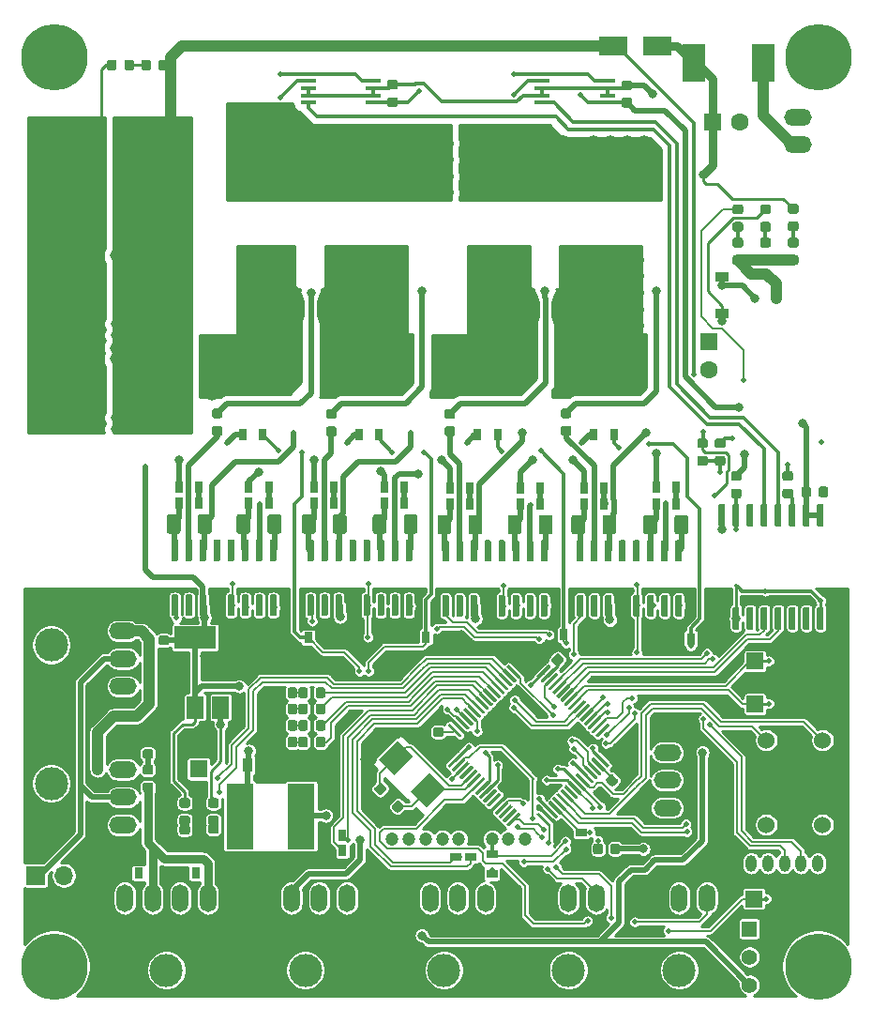
<source format=gbr>
G04 #@! TF.GenerationSoftware,KiCad,Pcbnew,(5.1.5)-3*
G04 #@! TF.CreationDate,2020-04-28T04:20:22+09:00*
G04 #@! TF.ProjectId,NormalMD,4e6f726d-616c-44d4-942e-6b696361645f,rev?*
G04 #@! TF.SameCoordinates,Original*
G04 #@! TF.FileFunction,Copper,L1,Top*
G04 #@! TF.FilePolarity,Positive*
%FSLAX46Y46*%
G04 Gerber Fmt 4.6, Leading zero omitted, Abs format (unit mm)*
G04 Created by KiCad (PCBNEW (5.1.5)-3) date 2020-04-28 04:20:22*
%MOMM*%
%LPD*%
G04 APERTURE LIST*
%ADD10C,0.100000*%
%ADD11C,6.000000*%
%ADD12C,1.524000*%
%ADD13C,1.200000*%
%ADD14O,1.500000X2.500000*%
%ADD15C,3.000000*%
%ADD16O,2.500000X1.500000*%
%ADD17O,1.000000X1.524000*%
%ADD18C,6.500000*%
%ADD19R,1.600000X1.600000*%
%ADD20C,1.600000*%
%ADD21R,2.500000X1.800000*%
%ADD22R,1.200000X0.900000*%
%ADD23R,0.900000X1.200000*%
%ADD24R,1.700000X1.700000*%
%ADD25O,1.700000X1.700000*%
%ADD26R,2.450000X5.900000*%
%ADD27R,2.000000X3.500000*%
%ADD28R,1.500000X1.500000*%
%ADD29R,3.800000X2.000000*%
%ADD30R,1.500000X2.000000*%
%ADD31R,0.800000X1.000000*%
%ADD32R,1.397000X1.397000*%
%ADD33C,1.397000*%
%ADD34R,1.000000X0.800000*%
%ADD35R,1.450000X0.450000*%
%ADD36C,0.500000*%
%ADD37C,0.800000*%
%ADD38C,1.000000*%
%ADD39C,1.500000*%
%ADD40C,0.200000*%
%ADD41C,0.250000*%
%ADD42C,0.500000*%
%ADD43C,0.300000*%
%ADD44C,1.000000*%
%ADD45C,0.800000*%
%ADD46C,0.254000*%
G04 APERTURE END LIST*
G04 #@! TA.AperFunction,SMDPad,CuDef*
D10*
G36*
X112134812Y-116813534D02*
G01*
X112142093Y-116814614D01*
X112149232Y-116816402D01*
X112156162Y-116818882D01*
X112162816Y-116822029D01*
X112169129Y-116825813D01*
X112175040Y-116830197D01*
X112180494Y-116835140D01*
X112286560Y-116941206D01*
X112291503Y-116946660D01*
X112295887Y-116952571D01*
X112299671Y-116958884D01*
X112302818Y-116965538D01*
X112305298Y-116972468D01*
X112307086Y-116979607D01*
X112308166Y-116986888D01*
X112308527Y-116994239D01*
X112308166Y-117001590D01*
X112307086Y-117008871D01*
X112305298Y-117016010D01*
X112302818Y-117022940D01*
X112299671Y-117029594D01*
X112295887Y-117035907D01*
X112291503Y-117041818D01*
X112286560Y-117047272D01*
X111296610Y-118037222D01*
X111291156Y-118042165D01*
X111285245Y-118046549D01*
X111278932Y-118050333D01*
X111272278Y-118053480D01*
X111265348Y-118055960D01*
X111258209Y-118057748D01*
X111250928Y-118058828D01*
X111243577Y-118059189D01*
X111236226Y-118058828D01*
X111228945Y-118057748D01*
X111221806Y-118055960D01*
X111214876Y-118053480D01*
X111208222Y-118050333D01*
X111201909Y-118046549D01*
X111195998Y-118042165D01*
X111190544Y-118037222D01*
X111084478Y-117931156D01*
X111079535Y-117925702D01*
X111075151Y-117919791D01*
X111071367Y-117913478D01*
X111068220Y-117906824D01*
X111065740Y-117899894D01*
X111063952Y-117892755D01*
X111062872Y-117885474D01*
X111062511Y-117878123D01*
X111062872Y-117870772D01*
X111063952Y-117863491D01*
X111065740Y-117856352D01*
X111068220Y-117849422D01*
X111071367Y-117842768D01*
X111075151Y-117836455D01*
X111079535Y-117830544D01*
X111084478Y-117825090D01*
X112074428Y-116835140D01*
X112079882Y-116830197D01*
X112085793Y-116825813D01*
X112092106Y-116822029D01*
X112098760Y-116818882D01*
X112105690Y-116816402D01*
X112112829Y-116814614D01*
X112120110Y-116813534D01*
X112127461Y-116813173D01*
X112134812Y-116813534D01*
G37*
G04 #@! TD.AperFunction*
G04 #@! TA.AperFunction,SMDPad,CuDef*
G36*
X112488365Y-117167087D02*
G01*
X112495646Y-117168167D01*
X112502785Y-117169955D01*
X112509715Y-117172435D01*
X112516369Y-117175582D01*
X112522682Y-117179366D01*
X112528593Y-117183750D01*
X112534047Y-117188693D01*
X112640113Y-117294759D01*
X112645056Y-117300213D01*
X112649440Y-117306124D01*
X112653224Y-117312437D01*
X112656371Y-117319091D01*
X112658851Y-117326021D01*
X112660639Y-117333160D01*
X112661719Y-117340441D01*
X112662080Y-117347792D01*
X112661719Y-117355143D01*
X112660639Y-117362424D01*
X112658851Y-117369563D01*
X112656371Y-117376493D01*
X112653224Y-117383147D01*
X112649440Y-117389460D01*
X112645056Y-117395371D01*
X112640113Y-117400825D01*
X111650163Y-118390775D01*
X111644709Y-118395718D01*
X111638798Y-118400102D01*
X111632485Y-118403886D01*
X111625831Y-118407033D01*
X111618901Y-118409513D01*
X111611762Y-118411301D01*
X111604481Y-118412381D01*
X111597130Y-118412742D01*
X111589779Y-118412381D01*
X111582498Y-118411301D01*
X111575359Y-118409513D01*
X111568429Y-118407033D01*
X111561775Y-118403886D01*
X111555462Y-118400102D01*
X111549551Y-118395718D01*
X111544097Y-118390775D01*
X111438031Y-118284709D01*
X111433088Y-118279255D01*
X111428704Y-118273344D01*
X111424920Y-118267031D01*
X111421773Y-118260377D01*
X111419293Y-118253447D01*
X111417505Y-118246308D01*
X111416425Y-118239027D01*
X111416064Y-118231676D01*
X111416425Y-118224325D01*
X111417505Y-118217044D01*
X111419293Y-118209905D01*
X111421773Y-118202975D01*
X111424920Y-118196321D01*
X111428704Y-118190008D01*
X111433088Y-118184097D01*
X111438031Y-118178643D01*
X112427981Y-117188693D01*
X112433435Y-117183750D01*
X112439346Y-117179366D01*
X112445659Y-117175582D01*
X112452313Y-117172435D01*
X112459243Y-117169955D01*
X112466382Y-117168167D01*
X112473663Y-117167087D01*
X112481014Y-117166726D01*
X112488365Y-117167087D01*
G37*
G04 #@! TD.AperFunction*
G04 #@! TA.AperFunction,SMDPad,CuDef*
G36*
X112841918Y-117520640D02*
G01*
X112849199Y-117521720D01*
X112856338Y-117523508D01*
X112863268Y-117525988D01*
X112869922Y-117529135D01*
X112876235Y-117532919D01*
X112882146Y-117537303D01*
X112887600Y-117542246D01*
X112993666Y-117648312D01*
X112998609Y-117653766D01*
X113002993Y-117659677D01*
X113006777Y-117665990D01*
X113009924Y-117672644D01*
X113012404Y-117679574D01*
X113014192Y-117686713D01*
X113015272Y-117693994D01*
X113015633Y-117701345D01*
X113015272Y-117708696D01*
X113014192Y-117715977D01*
X113012404Y-117723116D01*
X113009924Y-117730046D01*
X113006777Y-117736700D01*
X113002993Y-117743013D01*
X112998609Y-117748924D01*
X112993666Y-117754378D01*
X112003716Y-118744328D01*
X111998262Y-118749271D01*
X111992351Y-118753655D01*
X111986038Y-118757439D01*
X111979384Y-118760586D01*
X111972454Y-118763066D01*
X111965315Y-118764854D01*
X111958034Y-118765934D01*
X111950683Y-118766295D01*
X111943332Y-118765934D01*
X111936051Y-118764854D01*
X111928912Y-118763066D01*
X111921982Y-118760586D01*
X111915328Y-118757439D01*
X111909015Y-118753655D01*
X111903104Y-118749271D01*
X111897650Y-118744328D01*
X111791584Y-118638262D01*
X111786641Y-118632808D01*
X111782257Y-118626897D01*
X111778473Y-118620584D01*
X111775326Y-118613930D01*
X111772846Y-118607000D01*
X111771058Y-118599861D01*
X111769978Y-118592580D01*
X111769617Y-118585229D01*
X111769978Y-118577878D01*
X111771058Y-118570597D01*
X111772846Y-118563458D01*
X111775326Y-118556528D01*
X111778473Y-118549874D01*
X111782257Y-118543561D01*
X111786641Y-118537650D01*
X111791584Y-118532196D01*
X112781534Y-117542246D01*
X112786988Y-117537303D01*
X112792899Y-117532919D01*
X112799212Y-117529135D01*
X112805866Y-117525988D01*
X112812796Y-117523508D01*
X112819935Y-117521720D01*
X112827216Y-117520640D01*
X112834567Y-117520279D01*
X112841918Y-117520640D01*
G37*
G04 #@! TD.AperFunction*
G04 #@! TA.AperFunction,SMDPad,CuDef*
G36*
X113195472Y-117874194D02*
G01*
X113202753Y-117875274D01*
X113209892Y-117877062D01*
X113216822Y-117879542D01*
X113223476Y-117882689D01*
X113229789Y-117886473D01*
X113235700Y-117890857D01*
X113241154Y-117895800D01*
X113347220Y-118001866D01*
X113352163Y-118007320D01*
X113356547Y-118013231D01*
X113360331Y-118019544D01*
X113363478Y-118026198D01*
X113365958Y-118033128D01*
X113367746Y-118040267D01*
X113368826Y-118047548D01*
X113369187Y-118054899D01*
X113368826Y-118062250D01*
X113367746Y-118069531D01*
X113365958Y-118076670D01*
X113363478Y-118083600D01*
X113360331Y-118090254D01*
X113356547Y-118096567D01*
X113352163Y-118102478D01*
X113347220Y-118107932D01*
X112357270Y-119097882D01*
X112351816Y-119102825D01*
X112345905Y-119107209D01*
X112339592Y-119110993D01*
X112332938Y-119114140D01*
X112326008Y-119116620D01*
X112318869Y-119118408D01*
X112311588Y-119119488D01*
X112304237Y-119119849D01*
X112296886Y-119119488D01*
X112289605Y-119118408D01*
X112282466Y-119116620D01*
X112275536Y-119114140D01*
X112268882Y-119110993D01*
X112262569Y-119107209D01*
X112256658Y-119102825D01*
X112251204Y-119097882D01*
X112145138Y-118991816D01*
X112140195Y-118986362D01*
X112135811Y-118980451D01*
X112132027Y-118974138D01*
X112128880Y-118967484D01*
X112126400Y-118960554D01*
X112124612Y-118953415D01*
X112123532Y-118946134D01*
X112123171Y-118938783D01*
X112123532Y-118931432D01*
X112124612Y-118924151D01*
X112126400Y-118917012D01*
X112128880Y-118910082D01*
X112132027Y-118903428D01*
X112135811Y-118897115D01*
X112140195Y-118891204D01*
X112145138Y-118885750D01*
X113135088Y-117895800D01*
X113140542Y-117890857D01*
X113146453Y-117886473D01*
X113152766Y-117882689D01*
X113159420Y-117879542D01*
X113166350Y-117877062D01*
X113173489Y-117875274D01*
X113180770Y-117874194D01*
X113188121Y-117873833D01*
X113195472Y-117874194D01*
G37*
G04 #@! TD.AperFunction*
G04 #@! TA.AperFunction,SMDPad,CuDef*
G36*
X113549025Y-118227747D02*
G01*
X113556306Y-118228827D01*
X113563445Y-118230615D01*
X113570375Y-118233095D01*
X113577029Y-118236242D01*
X113583342Y-118240026D01*
X113589253Y-118244410D01*
X113594707Y-118249353D01*
X113700773Y-118355419D01*
X113705716Y-118360873D01*
X113710100Y-118366784D01*
X113713884Y-118373097D01*
X113717031Y-118379751D01*
X113719511Y-118386681D01*
X113721299Y-118393820D01*
X113722379Y-118401101D01*
X113722740Y-118408452D01*
X113722379Y-118415803D01*
X113721299Y-118423084D01*
X113719511Y-118430223D01*
X113717031Y-118437153D01*
X113713884Y-118443807D01*
X113710100Y-118450120D01*
X113705716Y-118456031D01*
X113700773Y-118461485D01*
X112710823Y-119451435D01*
X112705369Y-119456378D01*
X112699458Y-119460762D01*
X112693145Y-119464546D01*
X112686491Y-119467693D01*
X112679561Y-119470173D01*
X112672422Y-119471961D01*
X112665141Y-119473041D01*
X112657790Y-119473402D01*
X112650439Y-119473041D01*
X112643158Y-119471961D01*
X112636019Y-119470173D01*
X112629089Y-119467693D01*
X112622435Y-119464546D01*
X112616122Y-119460762D01*
X112610211Y-119456378D01*
X112604757Y-119451435D01*
X112498691Y-119345369D01*
X112493748Y-119339915D01*
X112489364Y-119334004D01*
X112485580Y-119327691D01*
X112482433Y-119321037D01*
X112479953Y-119314107D01*
X112478165Y-119306968D01*
X112477085Y-119299687D01*
X112476724Y-119292336D01*
X112477085Y-119284985D01*
X112478165Y-119277704D01*
X112479953Y-119270565D01*
X112482433Y-119263635D01*
X112485580Y-119256981D01*
X112489364Y-119250668D01*
X112493748Y-119244757D01*
X112498691Y-119239303D01*
X113488641Y-118249353D01*
X113494095Y-118244410D01*
X113500006Y-118240026D01*
X113506319Y-118236242D01*
X113512973Y-118233095D01*
X113519903Y-118230615D01*
X113527042Y-118228827D01*
X113534323Y-118227747D01*
X113541674Y-118227386D01*
X113549025Y-118227747D01*
G37*
G04 #@! TD.AperFunction*
G04 #@! TA.AperFunction,SMDPad,CuDef*
G36*
X113902579Y-118581301D02*
G01*
X113909860Y-118582381D01*
X113916999Y-118584169D01*
X113923929Y-118586649D01*
X113930583Y-118589796D01*
X113936896Y-118593580D01*
X113942807Y-118597964D01*
X113948261Y-118602907D01*
X114054327Y-118708973D01*
X114059270Y-118714427D01*
X114063654Y-118720338D01*
X114067438Y-118726651D01*
X114070585Y-118733305D01*
X114073065Y-118740235D01*
X114074853Y-118747374D01*
X114075933Y-118754655D01*
X114076294Y-118762006D01*
X114075933Y-118769357D01*
X114074853Y-118776638D01*
X114073065Y-118783777D01*
X114070585Y-118790707D01*
X114067438Y-118797361D01*
X114063654Y-118803674D01*
X114059270Y-118809585D01*
X114054327Y-118815039D01*
X113064377Y-119804989D01*
X113058923Y-119809932D01*
X113053012Y-119814316D01*
X113046699Y-119818100D01*
X113040045Y-119821247D01*
X113033115Y-119823727D01*
X113025976Y-119825515D01*
X113018695Y-119826595D01*
X113011344Y-119826956D01*
X113003993Y-119826595D01*
X112996712Y-119825515D01*
X112989573Y-119823727D01*
X112982643Y-119821247D01*
X112975989Y-119818100D01*
X112969676Y-119814316D01*
X112963765Y-119809932D01*
X112958311Y-119804989D01*
X112852245Y-119698923D01*
X112847302Y-119693469D01*
X112842918Y-119687558D01*
X112839134Y-119681245D01*
X112835987Y-119674591D01*
X112833507Y-119667661D01*
X112831719Y-119660522D01*
X112830639Y-119653241D01*
X112830278Y-119645890D01*
X112830639Y-119638539D01*
X112831719Y-119631258D01*
X112833507Y-119624119D01*
X112835987Y-119617189D01*
X112839134Y-119610535D01*
X112842918Y-119604222D01*
X112847302Y-119598311D01*
X112852245Y-119592857D01*
X113842195Y-118602907D01*
X113847649Y-118597964D01*
X113853560Y-118593580D01*
X113859873Y-118589796D01*
X113866527Y-118586649D01*
X113873457Y-118584169D01*
X113880596Y-118582381D01*
X113887877Y-118581301D01*
X113895228Y-118580940D01*
X113902579Y-118581301D01*
G37*
G04 #@! TD.AperFunction*
G04 #@! TA.AperFunction,SMDPad,CuDef*
G36*
X114256132Y-118934854D02*
G01*
X114263413Y-118935934D01*
X114270552Y-118937722D01*
X114277482Y-118940202D01*
X114284136Y-118943349D01*
X114290449Y-118947133D01*
X114296360Y-118951517D01*
X114301814Y-118956460D01*
X114407880Y-119062526D01*
X114412823Y-119067980D01*
X114417207Y-119073891D01*
X114420991Y-119080204D01*
X114424138Y-119086858D01*
X114426618Y-119093788D01*
X114428406Y-119100927D01*
X114429486Y-119108208D01*
X114429847Y-119115559D01*
X114429486Y-119122910D01*
X114428406Y-119130191D01*
X114426618Y-119137330D01*
X114424138Y-119144260D01*
X114420991Y-119150914D01*
X114417207Y-119157227D01*
X114412823Y-119163138D01*
X114407880Y-119168592D01*
X113417930Y-120158542D01*
X113412476Y-120163485D01*
X113406565Y-120167869D01*
X113400252Y-120171653D01*
X113393598Y-120174800D01*
X113386668Y-120177280D01*
X113379529Y-120179068D01*
X113372248Y-120180148D01*
X113364897Y-120180509D01*
X113357546Y-120180148D01*
X113350265Y-120179068D01*
X113343126Y-120177280D01*
X113336196Y-120174800D01*
X113329542Y-120171653D01*
X113323229Y-120167869D01*
X113317318Y-120163485D01*
X113311864Y-120158542D01*
X113205798Y-120052476D01*
X113200855Y-120047022D01*
X113196471Y-120041111D01*
X113192687Y-120034798D01*
X113189540Y-120028144D01*
X113187060Y-120021214D01*
X113185272Y-120014075D01*
X113184192Y-120006794D01*
X113183831Y-119999443D01*
X113184192Y-119992092D01*
X113185272Y-119984811D01*
X113187060Y-119977672D01*
X113189540Y-119970742D01*
X113192687Y-119964088D01*
X113196471Y-119957775D01*
X113200855Y-119951864D01*
X113205798Y-119946410D01*
X114195748Y-118956460D01*
X114201202Y-118951517D01*
X114207113Y-118947133D01*
X114213426Y-118943349D01*
X114220080Y-118940202D01*
X114227010Y-118937722D01*
X114234149Y-118935934D01*
X114241430Y-118934854D01*
X114248781Y-118934493D01*
X114256132Y-118934854D01*
G37*
G04 #@! TD.AperFunction*
G04 #@! TA.AperFunction,SMDPad,CuDef*
G36*
X114609685Y-119288407D02*
G01*
X114616966Y-119289487D01*
X114624105Y-119291275D01*
X114631035Y-119293755D01*
X114637689Y-119296902D01*
X114644002Y-119300686D01*
X114649913Y-119305070D01*
X114655367Y-119310013D01*
X114761433Y-119416079D01*
X114766376Y-119421533D01*
X114770760Y-119427444D01*
X114774544Y-119433757D01*
X114777691Y-119440411D01*
X114780171Y-119447341D01*
X114781959Y-119454480D01*
X114783039Y-119461761D01*
X114783400Y-119469112D01*
X114783039Y-119476463D01*
X114781959Y-119483744D01*
X114780171Y-119490883D01*
X114777691Y-119497813D01*
X114774544Y-119504467D01*
X114770760Y-119510780D01*
X114766376Y-119516691D01*
X114761433Y-119522145D01*
X113771483Y-120512095D01*
X113766029Y-120517038D01*
X113760118Y-120521422D01*
X113753805Y-120525206D01*
X113747151Y-120528353D01*
X113740221Y-120530833D01*
X113733082Y-120532621D01*
X113725801Y-120533701D01*
X113718450Y-120534062D01*
X113711099Y-120533701D01*
X113703818Y-120532621D01*
X113696679Y-120530833D01*
X113689749Y-120528353D01*
X113683095Y-120525206D01*
X113676782Y-120521422D01*
X113670871Y-120517038D01*
X113665417Y-120512095D01*
X113559351Y-120406029D01*
X113554408Y-120400575D01*
X113550024Y-120394664D01*
X113546240Y-120388351D01*
X113543093Y-120381697D01*
X113540613Y-120374767D01*
X113538825Y-120367628D01*
X113537745Y-120360347D01*
X113537384Y-120352996D01*
X113537745Y-120345645D01*
X113538825Y-120338364D01*
X113540613Y-120331225D01*
X113543093Y-120324295D01*
X113546240Y-120317641D01*
X113550024Y-120311328D01*
X113554408Y-120305417D01*
X113559351Y-120299963D01*
X114549301Y-119310013D01*
X114554755Y-119305070D01*
X114560666Y-119300686D01*
X114566979Y-119296902D01*
X114573633Y-119293755D01*
X114580563Y-119291275D01*
X114587702Y-119289487D01*
X114594983Y-119288407D01*
X114602334Y-119288046D01*
X114609685Y-119288407D01*
G37*
G04 #@! TD.AperFunction*
G04 #@! TA.AperFunction,SMDPad,CuDef*
G36*
X114963239Y-119641961D02*
G01*
X114970520Y-119643041D01*
X114977659Y-119644829D01*
X114984589Y-119647309D01*
X114991243Y-119650456D01*
X114997556Y-119654240D01*
X115003467Y-119658624D01*
X115008921Y-119663567D01*
X115114987Y-119769633D01*
X115119930Y-119775087D01*
X115124314Y-119780998D01*
X115128098Y-119787311D01*
X115131245Y-119793965D01*
X115133725Y-119800895D01*
X115135513Y-119808034D01*
X115136593Y-119815315D01*
X115136954Y-119822666D01*
X115136593Y-119830017D01*
X115135513Y-119837298D01*
X115133725Y-119844437D01*
X115131245Y-119851367D01*
X115128098Y-119858021D01*
X115124314Y-119864334D01*
X115119930Y-119870245D01*
X115114987Y-119875699D01*
X114125037Y-120865649D01*
X114119583Y-120870592D01*
X114113672Y-120874976D01*
X114107359Y-120878760D01*
X114100705Y-120881907D01*
X114093775Y-120884387D01*
X114086636Y-120886175D01*
X114079355Y-120887255D01*
X114072004Y-120887616D01*
X114064653Y-120887255D01*
X114057372Y-120886175D01*
X114050233Y-120884387D01*
X114043303Y-120881907D01*
X114036649Y-120878760D01*
X114030336Y-120874976D01*
X114024425Y-120870592D01*
X114018971Y-120865649D01*
X113912905Y-120759583D01*
X113907962Y-120754129D01*
X113903578Y-120748218D01*
X113899794Y-120741905D01*
X113896647Y-120735251D01*
X113894167Y-120728321D01*
X113892379Y-120721182D01*
X113891299Y-120713901D01*
X113890938Y-120706550D01*
X113891299Y-120699199D01*
X113892379Y-120691918D01*
X113894167Y-120684779D01*
X113896647Y-120677849D01*
X113899794Y-120671195D01*
X113903578Y-120664882D01*
X113907962Y-120658971D01*
X113912905Y-120653517D01*
X114902855Y-119663567D01*
X114908309Y-119658624D01*
X114914220Y-119654240D01*
X114920533Y-119650456D01*
X114927187Y-119647309D01*
X114934117Y-119644829D01*
X114941256Y-119643041D01*
X114948537Y-119641961D01*
X114955888Y-119641600D01*
X114963239Y-119641961D01*
G37*
G04 #@! TD.AperFunction*
G04 #@! TA.AperFunction,SMDPad,CuDef*
G36*
X115316792Y-119995514D02*
G01*
X115324073Y-119996594D01*
X115331212Y-119998382D01*
X115338142Y-120000862D01*
X115344796Y-120004009D01*
X115351109Y-120007793D01*
X115357020Y-120012177D01*
X115362474Y-120017120D01*
X115468540Y-120123186D01*
X115473483Y-120128640D01*
X115477867Y-120134551D01*
X115481651Y-120140864D01*
X115484798Y-120147518D01*
X115487278Y-120154448D01*
X115489066Y-120161587D01*
X115490146Y-120168868D01*
X115490507Y-120176219D01*
X115490146Y-120183570D01*
X115489066Y-120190851D01*
X115487278Y-120197990D01*
X115484798Y-120204920D01*
X115481651Y-120211574D01*
X115477867Y-120217887D01*
X115473483Y-120223798D01*
X115468540Y-120229252D01*
X114478590Y-121219202D01*
X114473136Y-121224145D01*
X114467225Y-121228529D01*
X114460912Y-121232313D01*
X114454258Y-121235460D01*
X114447328Y-121237940D01*
X114440189Y-121239728D01*
X114432908Y-121240808D01*
X114425557Y-121241169D01*
X114418206Y-121240808D01*
X114410925Y-121239728D01*
X114403786Y-121237940D01*
X114396856Y-121235460D01*
X114390202Y-121232313D01*
X114383889Y-121228529D01*
X114377978Y-121224145D01*
X114372524Y-121219202D01*
X114266458Y-121113136D01*
X114261515Y-121107682D01*
X114257131Y-121101771D01*
X114253347Y-121095458D01*
X114250200Y-121088804D01*
X114247720Y-121081874D01*
X114245932Y-121074735D01*
X114244852Y-121067454D01*
X114244491Y-121060103D01*
X114244852Y-121052752D01*
X114245932Y-121045471D01*
X114247720Y-121038332D01*
X114250200Y-121031402D01*
X114253347Y-121024748D01*
X114257131Y-121018435D01*
X114261515Y-121012524D01*
X114266458Y-121007070D01*
X115256408Y-120017120D01*
X115261862Y-120012177D01*
X115267773Y-120007793D01*
X115274086Y-120004009D01*
X115280740Y-120000862D01*
X115287670Y-119998382D01*
X115294809Y-119996594D01*
X115302090Y-119995514D01*
X115309441Y-119995153D01*
X115316792Y-119995514D01*
G37*
G04 #@! TD.AperFunction*
G04 #@! TA.AperFunction,SMDPad,CuDef*
G36*
X115670345Y-120349067D02*
G01*
X115677626Y-120350147D01*
X115684765Y-120351935D01*
X115691695Y-120354415D01*
X115698349Y-120357562D01*
X115704662Y-120361346D01*
X115710573Y-120365730D01*
X115716027Y-120370673D01*
X115822093Y-120476739D01*
X115827036Y-120482193D01*
X115831420Y-120488104D01*
X115835204Y-120494417D01*
X115838351Y-120501071D01*
X115840831Y-120508001D01*
X115842619Y-120515140D01*
X115843699Y-120522421D01*
X115844060Y-120529772D01*
X115843699Y-120537123D01*
X115842619Y-120544404D01*
X115840831Y-120551543D01*
X115838351Y-120558473D01*
X115835204Y-120565127D01*
X115831420Y-120571440D01*
X115827036Y-120577351D01*
X115822093Y-120582805D01*
X114832143Y-121572755D01*
X114826689Y-121577698D01*
X114820778Y-121582082D01*
X114814465Y-121585866D01*
X114807811Y-121589013D01*
X114800881Y-121591493D01*
X114793742Y-121593281D01*
X114786461Y-121594361D01*
X114779110Y-121594722D01*
X114771759Y-121594361D01*
X114764478Y-121593281D01*
X114757339Y-121591493D01*
X114750409Y-121589013D01*
X114743755Y-121585866D01*
X114737442Y-121582082D01*
X114731531Y-121577698D01*
X114726077Y-121572755D01*
X114620011Y-121466689D01*
X114615068Y-121461235D01*
X114610684Y-121455324D01*
X114606900Y-121449011D01*
X114603753Y-121442357D01*
X114601273Y-121435427D01*
X114599485Y-121428288D01*
X114598405Y-121421007D01*
X114598044Y-121413656D01*
X114598405Y-121406305D01*
X114599485Y-121399024D01*
X114601273Y-121391885D01*
X114603753Y-121384955D01*
X114606900Y-121378301D01*
X114610684Y-121371988D01*
X114615068Y-121366077D01*
X114620011Y-121360623D01*
X115609961Y-120370673D01*
X115615415Y-120365730D01*
X115621326Y-120361346D01*
X115627639Y-120357562D01*
X115634293Y-120354415D01*
X115641223Y-120351935D01*
X115648362Y-120350147D01*
X115655643Y-120349067D01*
X115662994Y-120348706D01*
X115670345Y-120349067D01*
G37*
G04 #@! TD.AperFunction*
G04 #@! TA.AperFunction,SMDPad,CuDef*
G36*
X116023899Y-120702621D02*
G01*
X116031180Y-120703701D01*
X116038319Y-120705489D01*
X116045249Y-120707969D01*
X116051903Y-120711116D01*
X116058216Y-120714900D01*
X116064127Y-120719284D01*
X116069581Y-120724227D01*
X116175647Y-120830293D01*
X116180590Y-120835747D01*
X116184974Y-120841658D01*
X116188758Y-120847971D01*
X116191905Y-120854625D01*
X116194385Y-120861555D01*
X116196173Y-120868694D01*
X116197253Y-120875975D01*
X116197614Y-120883326D01*
X116197253Y-120890677D01*
X116196173Y-120897958D01*
X116194385Y-120905097D01*
X116191905Y-120912027D01*
X116188758Y-120918681D01*
X116184974Y-120924994D01*
X116180590Y-120930905D01*
X116175647Y-120936359D01*
X115185697Y-121926309D01*
X115180243Y-121931252D01*
X115174332Y-121935636D01*
X115168019Y-121939420D01*
X115161365Y-121942567D01*
X115154435Y-121945047D01*
X115147296Y-121946835D01*
X115140015Y-121947915D01*
X115132664Y-121948276D01*
X115125313Y-121947915D01*
X115118032Y-121946835D01*
X115110893Y-121945047D01*
X115103963Y-121942567D01*
X115097309Y-121939420D01*
X115090996Y-121935636D01*
X115085085Y-121931252D01*
X115079631Y-121926309D01*
X114973565Y-121820243D01*
X114968622Y-121814789D01*
X114964238Y-121808878D01*
X114960454Y-121802565D01*
X114957307Y-121795911D01*
X114954827Y-121788981D01*
X114953039Y-121781842D01*
X114951959Y-121774561D01*
X114951598Y-121767210D01*
X114951959Y-121759859D01*
X114953039Y-121752578D01*
X114954827Y-121745439D01*
X114957307Y-121738509D01*
X114960454Y-121731855D01*
X114964238Y-121725542D01*
X114968622Y-121719631D01*
X114973565Y-121714177D01*
X115963515Y-120724227D01*
X115968969Y-120719284D01*
X115974880Y-120714900D01*
X115981193Y-120711116D01*
X115987847Y-120707969D01*
X115994777Y-120705489D01*
X116001916Y-120703701D01*
X116009197Y-120702621D01*
X116016548Y-120702260D01*
X116023899Y-120702621D01*
G37*
G04 #@! TD.AperFunction*
G04 #@! TA.AperFunction,SMDPad,CuDef*
G36*
X116377452Y-121056174D02*
G01*
X116384733Y-121057254D01*
X116391872Y-121059042D01*
X116398802Y-121061522D01*
X116405456Y-121064669D01*
X116411769Y-121068453D01*
X116417680Y-121072837D01*
X116423134Y-121077780D01*
X116529200Y-121183846D01*
X116534143Y-121189300D01*
X116538527Y-121195211D01*
X116542311Y-121201524D01*
X116545458Y-121208178D01*
X116547938Y-121215108D01*
X116549726Y-121222247D01*
X116550806Y-121229528D01*
X116551167Y-121236879D01*
X116550806Y-121244230D01*
X116549726Y-121251511D01*
X116547938Y-121258650D01*
X116545458Y-121265580D01*
X116542311Y-121272234D01*
X116538527Y-121278547D01*
X116534143Y-121284458D01*
X116529200Y-121289912D01*
X115539250Y-122279862D01*
X115533796Y-122284805D01*
X115527885Y-122289189D01*
X115521572Y-122292973D01*
X115514918Y-122296120D01*
X115507988Y-122298600D01*
X115500849Y-122300388D01*
X115493568Y-122301468D01*
X115486217Y-122301829D01*
X115478866Y-122301468D01*
X115471585Y-122300388D01*
X115464446Y-122298600D01*
X115457516Y-122296120D01*
X115450862Y-122292973D01*
X115444549Y-122289189D01*
X115438638Y-122284805D01*
X115433184Y-122279862D01*
X115327118Y-122173796D01*
X115322175Y-122168342D01*
X115317791Y-122162431D01*
X115314007Y-122156118D01*
X115310860Y-122149464D01*
X115308380Y-122142534D01*
X115306592Y-122135395D01*
X115305512Y-122128114D01*
X115305151Y-122120763D01*
X115305512Y-122113412D01*
X115306592Y-122106131D01*
X115308380Y-122098992D01*
X115310860Y-122092062D01*
X115314007Y-122085408D01*
X115317791Y-122079095D01*
X115322175Y-122073184D01*
X115327118Y-122067730D01*
X116317068Y-121077780D01*
X116322522Y-121072837D01*
X116328433Y-121068453D01*
X116334746Y-121064669D01*
X116341400Y-121061522D01*
X116348330Y-121059042D01*
X116355469Y-121057254D01*
X116362750Y-121056174D01*
X116370101Y-121055813D01*
X116377452Y-121056174D01*
G37*
G04 #@! TD.AperFunction*
G04 #@! TA.AperFunction,SMDPad,CuDef*
G36*
X116731006Y-121409728D02*
G01*
X116738287Y-121410808D01*
X116745426Y-121412596D01*
X116752356Y-121415076D01*
X116759010Y-121418223D01*
X116765323Y-121422007D01*
X116771234Y-121426391D01*
X116776688Y-121431334D01*
X116882754Y-121537400D01*
X116887697Y-121542854D01*
X116892081Y-121548765D01*
X116895865Y-121555078D01*
X116899012Y-121561732D01*
X116901492Y-121568662D01*
X116903280Y-121575801D01*
X116904360Y-121583082D01*
X116904721Y-121590433D01*
X116904360Y-121597784D01*
X116903280Y-121605065D01*
X116901492Y-121612204D01*
X116899012Y-121619134D01*
X116895865Y-121625788D01*
X116892081Y-121632101D01*
X116887697Y-121638012D01*
X116882754Y-121643466D01*
X115892804Y-122633416D01*
X115887350Y-122638359D01*
X115881439Y-122642743D01*
X115875126Y-122646527D01*
X115868472Y-122649674D01*
X115861542Y-122652154D01*
X115854403Y-122653942D01*
X115847122Y-122655022D01*
X115839771Y-122655383D01*
X115832420Y-122655022D01*
X115825139Y-122653942D01*
X115818000Y-122652154D01*
X115811070Y-122649674D01*
X115804416Y-122646527D01*
X115798103Y-122642743D01*
X115792192Y-122638359D01*
X115786738Y-122633416D01*
X115680672Y-122527350D01*
X115675729Y-122521896D01*
X115671345Y-122515985D01*
X115667561Y-122509672D01*
X115664414Y-122503018D01*
X115661934Y-122496088D01*
X115660146Y-122488949D01*
X115659066Y-122481668D01*
X115658705Y-122474317D01*
X115659066Y-122466966D01*
X115660146Y-122459685D01*
X115661934Y-122452546D01*
X115664414Y-122445616D01*
X115667561Y-122438962D01*
X115671345Y-122432649D01*
X115675729Y-122426738D01*
X115680672Y-122421284D01*
X116670622Y-121431334D01*
X116676076Y-121426391D01*
X116681987Y-121422007D01*
X116688300Y-121418223D01*
X116694954Y-121415076D01*
X116701884Y-121412596D01*
X116709023Y-121410808D01*
X116716304Y-121409728D01*
X116723655Y-121409367D01*
X116731006Y-121409728D01*
G37*
G04 #@! TD.AperFunction*
G04 #@! TA.AperFunction,SMDPad,CuDef*
G36*
X117084559Y-121763281D02*
G01*
X117091840Y-121764361D01*
X117098979Y-121766149D01*
X117105909Y-121768629D01*
X117112563Y-121771776D01*
X117118876Y-121775560D01*
X117124787Y-121779944D01*
X117130241Y-121784887D01*
X117236307Y-121890953D01*
X117241250Y-121896407D01*
X117245634Y-121902318D01*
X117249418Y-121908631D01*
X117252565Y-121915285D01*
X117255045Y-121922215D01*
X117256833Y-121929354D01*
X117257913Y-121936635D01*
X117258274Y-121943986D01*
X117257913Y-121951337D01*
X117256833Y-121958618D01*
X117255045Y-121965757D01*
X117252565Y-121972687D01*
X117249418Y-121979341D01*
X117245634Y-121985654D01*
X117241250Y-121991565D01*
X117236307Y-121997019D01*
X116246357Y-122986969D01*
X116240903Y-122991912D01*
X116234992Y-122996296D01*
X116228679Y-123000080D01*
X116222025Y-123003227D01*
X116215095Y-123005707D01*
X116207956Y-123007495D01*
X116200675Y-123008575D01*
X116193324Y-123008936D01*
X116185973Y-123008575D01*
X116178692Y-123007495D01*
X116171553Y-123005707D01*
X116164623Y-123003227D01*
X116157969Y-123000080D01*
X116151656Y-122996296D01*
X116145745Y-122991912D01*
X116140291Y-122986969D01*
X116034225Y-122880903D01*
X116029282Y-122875449D01*
X116024898Y-122869538D01*
X116021114Y-122863225D01*
X116017967Y-122856571D01*
X116015487Y-122849641D01*
X116013699Y-122842502D01*
X116012619Y-122835221D01*
X116012258Y-122827870D01*
X116012619Y-122820519D01*
X116013699Y-122813238D01*
X116015487Y-122806099D01*
X116017967Y-122799169D01*
X116021114Y-122792515D01*
X116024898Y-122786202D01*
X116029282Y-122780291D01*
X116034225Y-122774837D01*
X117024175Y-121784887D01*
X117029629Y-121779944D01*
X117035540Y-121775560D01*
X117041853Y-121771776D01*
X117048507Y-121768629D01*
X117055437Y-121766149D01*
X117062576Y-121764361D01*
X117069857Y-121763281D01*
X117077208Y-121762920D01*
X117084559Y-121763281D01*
G37*
G04 #@! TD.AperFunction*
G04 #@! TA.AperFunction,SMDPad,CuDef*
G36*
X117438112Y-122116834D02*
G01*
X117445393Y-122117914D01*
X117452532Y-122119702D01*
X117459462Y-122122182D01*
X117466116Y-122125329D01*
X117472429Y-122129113D01*
X117478340Y-122133497D01*
X117483794Y-122138440D01*
X117589860Y-122244506D01*
X117594803Y-122249960D01*
X117599187Y-122255871D01*
X117602971Y-122262184D01*
X117606118Y-122268838D01*
X117608598Y-122275768D01*
X117610386Y-122282907D01*
X117611466Y-122290188D01*
X117611827Y-122297539D01*
X117611466Y-122304890D01*
X117610386Y-122312171D01*
X117608598Y-122319310D01*
X117606118Y-122326240D01*
X117602971Y-122332894D01*
X117599187Y-122339207D01*
X117594803Y-122345118D01*
X117589860Y-122350572D01*
X116599910Y-123340522D01*
X116594456Y-123345465D01*
X116588545Y-123349849D01*
X116582232Y-123353633D01*
X116575578Y-123356780D01*
X116568648Y-123359260D01*
X116561509Y-123361048D01*
X116554228Y-123362128D01*
X116546877Y-123362489D01*
X116539526Y-123362128D01*
X116532245Y-123361048D01*
X116525106Y-123359260D01*
X116518176Y-123356780D01*
X116511522Y-123353633D01*
X116505209Y-123349849D01*
X116499298Y-123345465D01*
X116493844Y-123340522D01*
X116387778Y-123234456D01*
X116382835Y-123229002D01*
X116378451Y-123223091D01*
X116374667Y-123216778D01*
X116371520Y-123210124D01*
X116369040Y-123203194D01*
X116367252Y-123196055D01*
X116366172Y-123188774D01*
X116365811Y-123181423D01*
X116366172Y-123174072D01*
X116367252Y-123166791D01*
X116369040Y-123159652D01*
X116371520Y-123152722D01*
X116374667Y-123146068D01*
X116378451Y-123139755D01*
X116382835Y-123133844D01*
X116387778Y-123128390D01*
X117377728Y-122138440D01*
X117383182Y-122133497D01*
X117389093Y-122129113D01*
X117395406Y-122125329D01*
X117402060Y-122122182D01*
X117408990Y-122119702D01*
X117416129Y-122117914D01*
X117423410Y-122116834D01*
X117430761Y-122116473D01*
X117438112Y-122116834D01*
G37*
G04 #@! TD.AperFunction*
G04 #@! TA.AperFunction,SMDPad,CuDef*
G36*
X119276590Y-122116834D02*
G01*
X119283871Y-122117914D01*
X119291010Y-122119702D01*
X119297940Y-122122182D01*
X119304594Y-122125329D01*
X119310907Y-122129113D01*
X119316818Y-122133497D01*
X119322272Y-122138440D01*
X120312222Y-123128390D01*
X120317165Y-123133844D01*
X120321549Y-123139755D01*
X120325333Y-123146068D01*
X120328480Y-123152722D01*
X120330960Y-123159652D01*
X120332748Y-123166791D01*
X120333828Y-123174072D01*
X120334189Y-123181423D01*
X120333828Y-123188774D01*
X120332748Y-123196055D01*
X120330960Y-123203194D01*
X120328480Y-123210124D01*
X120325333Y-123216778D01*
X120321549Y-123223091D01*
X120317165Y-123229002D01*
X120312222Y-123234456D01*
X120206156Y-123340522D01*
X120200702Y-123345465D01*
X120194791Y-123349849D01*
X120188478Y-123353633D01*
X120181824Y-123356780D01*
X120174894Y-123359260D01*
X120167755Y-123361048D01*
X120160474Y-123362128D01*
X120153123Y-123362489D01*
X120145772Y-123362128D01*
X120138491Y-123361048D01*
X120131352Y-123359260D01*
X120124422Y-123356780D01*
X120117768Y-123353633D01*
X120111455Y-123349849D01*
X120105544Y-123345465D01*
X120100090Y-123340522D01*
X119110140Y-122350572D01*
X119105197Y-122345118D01*
X119100813Y-122339207D01*
X119097029Y-122332894D01*
X119093882Y-122326240D01*
X119091402Y-122319310D01*
X119089614Y-122312171D01*
X119088534Y-122304890D01*
X119088173Y-122297539D01*
X119088534Y-122290188D01*
X119089614Y-122282907D01*
X119091402Y-122275768D01*
X119093882Y-122268838D01*
X119097029Y-122262184D01*
X119100813Y-122255871D01*
X119105197Y-122249960D01*
X119110140Y-122244506D01*
X119216206Y-122138440D01*
X119221660Y-122133497D01*
X119227571Y-122129113D01*
X119233884Y-122125329D01*
X119240538Y-122122182D01*
X119247468Y-122119702D01*
X119254607Y-122117914D01*
X119261888Y-122116834D01*
X119269239Y-122116473D01*
X119276590Y-122116834D01*
G37*
G04 #@! TD.AperFunction*
G04 #@! TA.AperFunction,SMDPad,CuDef*
G36*
X119630143Y-121763281D02*
G01*
X119637424Y-121764361D01*
X119644563Y-121766149D01*
X119651493Y-121768629D01*
X119658147Y-121771776D01*
X119664460Y-121775560D01*
X119670371Y-121779944D01*
X119675825Y-121784887D01*
X120665775Y-122774837D01*
X120670718Y-122780291D01*
X120675102Y-122786202D01*
X120678886Y-122792515D01*
X120682033Y-122799169D01*
X120684513Y-122806099D01*
X120686301Y-122813238D01*
X120687381Y-122820519D01*
X120687742Y-122827870D01*
X120687381Y-122835221D01*
X120686301Y-122842502D01*
X120684513Y-122849641D01*
X120682033Y-122856571D01*
X120678886Y-122863225D01*
X120675102Y-122869538D01*
X120670718Y-122875449D01*
X120665775Y-122880903D01*
X120559709Y-122986969D01*
X120554255Y-122991912D01*
X120548344Y-122996296D01*
X120542031Y-123000080D01*
X120535377Y-123003227D01*
X120528447Y-123005707D01*
X120521308Y-123007495D01*
X120514027Y-123008575D01*
X120506676Y-123008936D01*
X120499325Y-123008575D01*
X120492044Y-123007495D01*
X120484905Y-123005707D01*
X120477975Y-123003227D01*
X120471321Y-123000080D01*
X120465008Y-122996296D01*
X120459097Y-122991912D01*
X120453643Y-122986969D01*
X119463693Y-121997019D01*
X119458750Y-121991565D01*
X119454366Y-121985654D01*
X119450582Y-121979341D01*
X119447435Y-121972687D01*
X119444955Y-121965757D01*
X119443167Y-121958618D01*
X119442087Y-121951337D01*
X119441726Y-121943986D01*
X119442087Y-121936635D01*
X119443167Y-121929354D01*
X119444955Y-121922215D01*
X119447435Y-121915285D01*
X119450582Y-121908631D01*
X119454366Y-121902318D01*
X119458750Y-121896407D01*
X119463693Y-121890953D01*
X119569759Y-121784887D01*
X119575213Y-121779944D01*
X119581124Y-121775560D01*
X119587437Y-121771776D01*
X119594091Y-121768629D01*
X119601021Y-121766149D01*
X119608160Y-121764361D01*
X119615441Y-121763281D01*
X119622792Y-121762920D01*
X119630143Y-121763281D01*
G37*
G04 #@! TD.AperFunction*
G04 #@! TA.AperFunction,SMDPad,CuDef*
G36*
X119983696Y-121409728D02*
G01*
X119990977Y-121410808D01*
X119998116Y-121412596D01*
X120005046Y-121415076D01*
X120011700Y-121418223D01*
X120018013Y-121422007D01*
X120023924Y-121426391D01*
X120029378Y-121431334D01*
X121019328Y-122421284D01*
X121024271Y-122426738D01*
X121028655Y-122432649D01*
X121032439Y-122438962D01*
X121035586Y-122445616D01*
X121038066Y-122452546D01*
X121039854Y-122459685D01*
X121040934Y-122466966D01*
X121041295Y-122474317D01*
X121040934Y-122481668D01*
X121039854Y-122488949D01*
X121038066Y-122496088D01*
X121035586Y-122503018D01*
X121032439Y-122509672D01*
X121028655Y-122515985D01*
X121024271Y-122521896D01*
X121019328Y-122527350D01*
X120913262Y-122633416D01*
X120907808Y-122638359D01*
X120901897Y-122642743D01*
X120895584Y-122646527D01*
X120888930Y-122649674D01*
X120882000Y-122652154D01*
X120874861Y-122653942D01*
X120867580Y-122655022D01*
X120860229Y-122655383D01*
X120852878Y-122655022D01*
X120845597Y-122653942D01*
X120838458Y-122652154D01*
X120831528Y-122649674D01*
X120824874Y-122646527D01*
X120818561Y-122642743D01*
X120812650Y-122638359D01*
X120807196Y-122633416D01*
X119817246Y-121643466D01*
X119812303Y-121638012D01*
X119807919Y-121632101D01*
X119804135Y-121625788D01*
X119800988Y-121619134D01*
X119798508Y-121612204D01*
X119796720Y-121605065D01*
X119795640Y-121597784D01*
X119795279Y-121590433D01*
X119795640Y-121583082D01*
X119796720Y-121575801D01*
X119798508Y-121568662D01*
X119800988Y-121561732D01*
X119804135Y-121555078D01*
X119807919Y-121548765D01*
X119812303Y-121542854D01*
X119817246Y-121537400D01*
X119923312Y-121431334D01*
X119928766Y-121426391D01*
X119934677Y-121422007D01*
X119940990Y-121418223D01*
X119947644Y-121415076D01*
X119954574Y-121412596D01*
X119961713Y-121410808D01*
X119968994Y-121409728D01*
X119976345Y-121409367D01*
X119983696Y-121409728D01*
G37*
G04 #@! TD.AperFunction*
G04 #@! TA.AperFunction,SMDPad,CuDef*
G36*
X120337250Y-121056174D02*
G01*
X120344531Y-121057254D01*
X120351670Y-121059042D01*
X120358600Y-121061522D01*
X120365254Y-121064669D01*
X120371567Y-121068453D01*
X120377478Y-121072837D01*
X120382932Y-121077780D01*
X121372882Y-122067730D01*
X121377825Y-122073184D01*
X121382209Y-122079095D01*
X121385993Y-122085408D01*
X121389140Y-122092062D01*
X121391620Y-122098992D01*
X121393408Y-122106131D01*
X121394488Y-122113412D01*
X121394849Y-122120763D01*
X121394488Y-122128114D01*
X121393408Y-122135395D01*
X121391620Y-122142534D01*
X121389140Y-122149464D01*
X121385993Y-122156118D01*
X121382209Y-122162431D01*
X121377825Y-122168342D01*
X121372882Y-122173796D01*
X121266816Y-122279862D01*
X121261362Y-122284805D01*
X121255451Y-122289189D01*
X121249138Y-122292973D01*
X121242484Y-122296120D01*
X121235554Y-122298600D01*
X121228415Y-122300388D01*
X121221134Y-122301468D01*
X121213783Y-122301829D01*
X121206432Y-122301468D01*
X121199151Y-122300388D01*
X121192012Y-122298600D01*
X121185082Y-122296120D01*
X121178428Y-122292973D01*
X121172115Y-122289189D01*
X121166204Y-122284805D01*
X121160750Y-122279862D01*
X120170800Y-121289912D01*
X120165857Y-121284458D01*
X120161473Y-121278547D01*
X120157689Y-121272234D01*
X120154542Y-121265580D01*
X120152062Y-121258650D01*
X120150274Y-121251511D01*
X120149194Y-121244230D01*
X120148833Y-121236879D01*
X120149194Y-121229528D01*
X120150274Y-121222247D01*
X120152062Y-121215108D01*
X120154542Y-121208178D01*
X120157689Y-121201524D01*
X120161473Y-121195211D01*
X120165857Y-121189300D01*
X120170800Y-121183846D01*
X120276866Y-121077780D01*
X120282320Y-121072837D01*
X120288231Y-121068453D01*
X120294544Y-121064669D01*
X120301198Y-121061522D01*
X120308128Y-121059042D01*
X120315267Y-121057254D01*
X120322548Y-121056174D01*
X120329899Y-121055813D01*
X120337250Y-121056174D01*
G37*
G04 #@! TD.AperFunction*
G04 #@! TA.AperFunction,SMDPad,CuDef*
G36*
X120690803Y-120702621D02*
G01*
X120698084Y-120703701D01*
X120705223Y-120705489D01*
X120712153Y-120707969D01*
X120718807Y-120711116D01*
X120725120Y-120714900D01*
X120731031Y-120719284D01*
X120736485Y-120724227D01*
X121726435Y-121714177D01*
X121731378Y-121719631D01*
X121735762Y-121725542D01*
X121739546Y-121731855D01*
X121742693Y-121738509D01*
X121745173Y-121745439D01*
X121746961Y-121752578D01*
X121748041Y-121759859D01*
X121748402Y-121767210D01*
X121748041Y-121774561D01*
X121746961Y-121781842D01*
X121745173Y-121788981D01*
X121742693Y-121795911D01*
X121739546Y-121802565D01*
X121735762Y-121808878D01*
X121731378Y-121814789D01*
X121726435Y-121820243D01*
X121620369Y-121926309D01*
X121614915Y-121931252D01*
X121609004Y-121935636D01*
X121602691Y-121939420D01*
X121596037Y-121942567D01*
X121589107Y-121945047D01*
X121581968Y-121946835D01*
X121574687Y-121947915D01*
X121567336Y-121948276D01*
X121559985Y-121947915D01*
X121552704Y-121946835D01*
X121545565Y-121945047D01*
X121538635Y-121942567D01*
X121531981Y-121939420D01*
X121525668Y-121935636D01*
X121519757Y-121931252D01*
X121514303Y-121926309D01*
X120524353Y-120936359D01*
X120519410Y-120930905D01*
X120515026Y-120924994D01*
X120511242Y-120918681D01*
X120508095Y-120912027D01*
X120505615Y-120905097D01*
X120503827Y-120897958D01*
X120502747Y-120890677D01*
X120502386Y-120883326D01*
X120502747Y-120875975D01*
X120503827Y-120868694D01*
X120505615Y-120861555D01*
X120508095Y-120854625D01*
X120511242Y-120847971D01*
X120515026Y-120841658D01*
X120519410Y-120835747D01*
X120524353Y-120830293D01*
X120630419Y-120724227D01*
X120635873Y-120719284D01*
X120641784Y-120714900D01*
X120648097Y-120711116D01*
X120654751Y-120707969D01*
X120661681Y-120705489D01*
X120668820Y-120703701D01*
X120676101Y-120702621D01*
X120683452Y-120702260D01*
X120690803Y-120702621D01*
G37*
G04 #@! TD.AperFunction*
G04 #@! TA.AperFunction,SMDPad,CuDef*
G36*
X121044357Y-120349067D02*
G01*
X121051638Y-120350147D01*
X121058777Y-120351935D01*
X121065707Y-120354415D01*
X121072361Y-120357562D01*
X121078674Y-120361346D01*
X121084585Y-120365730D01*
X121090039Y-120370673D01*
X122079989Y-121360623D01*
X122084932Y-121366077D01*
X122089316Y-121371988D01*
X122093100Y-121378301D01*
X122096247Y-121384955D01*
X122098727Y-121391885D01*
X122100515Y-121399024D01*
X122101595Y-121406305D01*
X122101956Y-121413656D01*
X122101595Y-121421007D01*
X122100515Y-121428288D01*
X122098727Y-121435427D01*
X122096247Y-121442357D01*
X122093100Y-121449011D01*
X122089316Y-121455324D01*
X122084932Y-121461235D01*
X122079989Y-121466689D01*
X121973923Y-121572755D01*
X121968469Y-121577698D01*
X121962558Y-121582082D01*
X121956245Y-121585866D01*
X121949591Y-121589013D01*
X121942661Y-121591493D01*
X121935522Y-121593281D01*
X121928241Y-121594361D01*
X121920890Y-121594722D01*
X121913539Y-121594361D01*
X121906258Y-121593281D01*
X121899119Y-121591493D01*
X121892189Y-121589013D01*
X121885535Y-121585866D01*
X121879222Y-121582082D01*
X121873311Y-121577698D01*
X121867857Y-121572755D01*
X120877907Y-120582805D01*
X120872964Y-120577351D01*
X120868580Y-120571440D01*
X120864796Y-120565127D01*
X120861649Y-120558473D01*
X120859169Y-120551543D01*
X120857381Y-120544404D01*
X120856301Y-120537123D01*
X120855940Y-120529772D01*
X120856301Y-120522421D01*
X120857381Y-120515140D01*
X120859169Y-120508001D01*
X120861649Y-120501071D01*
X120864796Y-120494417D01*
X120868580Y-120488104D01*
X120872964Y-120482193D01*
X120877907Y-120476739D01*
X120983973Y-120370673D01*
X120989427Y-120365730D01*
X120995338Y-120361346D01*
X121001651Y-120357562D01*
X121008305Y-120354415D01*
X121015235Y-120351935D01*
X121022374Y-120350147D01*
X121029655Y-120349067D01*
X121037006Y-120348706D01*
X121044357Y-120349067D01*
G37*
G04 #@! TD.AperFunction*
G04 #@! TA.AperFunction,SMDPad,CuDef*
G36*
X121397910Y-119995514D02*
G01*
X121405191Y-119996594D01*
X121412330Y-119998382D01*
X121419260Y-120000862D01*
X121425914Y-120004009D01*
X121432227Y-120007793D01*
X121438138Y-120012177D01*
X121443592Y-120017120D01*
X122433542Y-121007070D01*
X122438485Y-121012524D01*
X122442869Y-121018435D01*
X122446653Y-121024748D01*
X122449800Y-121031402D01*
X122452280Y-121038332D01*
X122454068Y-121045471D01*
X122455148Y-121052752D01*
X122455509Y-121060103D01*
X122455148Y-121067454D01*
X122454068Y-121074735D01*
X122452280Y-121081874D01*
X122449800Y-121088804D01*
X122446653Y-121095458D01*
X122442869Y-121101771D01*
X122438485Y-121107682D01*
X122433542Y-121113136D01*
X122327476Y-121219202D01*
X122322022Y-121224145D01*
X122316111Y-121228529D01*
X122309798Y-121232313D01*
X122303144Y-121235460D01*
X122296214Y-121237940D01*
X122289075Y-121239728D01*
X122281794Y-121240808D01*
X122274443Y-121241169D01*
X122267092Y-121240808D01*
X122259811Y-121239728D01*
X122252672Y-121237940D01*
X122245742Y-121235460D01*
X122239088Y-121232313D01*
X122232775Y-121228529D01*
X122226864Y-121224145D01*
X122221410Y-121219202D01*
X121231460Y-120229252D01*
X121226517Y-120223798D01*
X121222133Y-120217887D01*
X121218349Y-120211574D01*
X121215202Y-120204920D01*
X121212722Y-120197990D01*
X121210934Y-120190851D01*
X121209854Y-120183570D01*
X121209493Y-120176219D01*
X121209854Y-120168868D01*
X121210934Y-120161587D01*
X121212722Y-120154448D01*
X121215202Y-120147518D01*
X121218349Y-120140864D01*
X121222133Y-120134551D01*
X121226517Y-120128640D01*
X121231460Y-120123186D01*
X121337526Y-120017120D01*
X121342980Y-120012177D01*
X121348891Y-120007793D01*
X121355204Y-120004009D01*
X121361858Y-120000862D01*
X121368788Y-119998382D01*
X121375927Y-119996594D01*
X121383208Y-119995514D01*
X121390559Y-119995153D01*
X121397910Y-119995514D01*
G37*
G04 #@! TD.AperFunction*
G04 #@! TA.AperFunction,SMDPad,CuDef*
G36*
X121751463Y-119641961D02*
G01*
X121758744Y-119643041D01*
X121765883Y-119644829D01*
X121772813Y-119647309D01*
X121779467Y-119650456D01*
X121785780Y-119654240D01*
X121791691Y-119658624D01*
X121797145Y-119663567D01*
X122787095Y-120653517D01*
X122792038Y-120658971D01*
X122796422Y-120664882D01*
X122800206Y-120671195D01*
X122803353Y-120677849D01*
X122805833Y-120684779D01*
X122807621Y-120691918D01*
X122808701Y-120699199D01*
X122809062Y-120706550D01*
X122808701Y-120713901D01*
X122807621Y-120721182D01*
X122805833Y-120728321D01*
X122803353Y-120735251D01*
X122800206Y-120741905D01*
X122796422Y-120748218D01*
X122792038Y-120754129D01*
X122787095Y-120759583D01*
X122681029Y-120865649D01*
X122675575Y-120870592D01*
X122669664Y-120874976D01*
X122663351Y-120878760D01*
X122656697Y-120881907D01*
X122649767Y-120884387D01*
X122642628Y-120886175D01*
X122635347Y-120887255D01*
X122627996Y-120887616D01*
X122620645Y-120887255D01*
X122613364Y-120886175D01*
X122606225Y-120884387D01*
X122599295Y-120881907D01*
X122592641Y-120878760D01*
X122586328Y-120874976D01*
X122580417Y-120870592D01*
X122574963Y-120865649D01*
X121585013Y-119875699D01*
X121580070Y-119870245D01*
X121575686Y-119864334D01*
X121571902Y-119858021D01*
X121568755Y-119851367D01*
X121566275Y-119844437D01*
X121564487Y-119837298D01*
X121563407Y-119830017D01*
X121563046Y-119822666D01*
X121563407Y-119815315D01*
X121564487Y-119808034D01*
X121566275Y-119800895D01*
X121568755Y-119793965D01*
X121571902Y-119787311D01*
X121575686Y-119780998D01*
X121580070Y-119775087D01*
X121585013Y-119769633D01*
X121691079Y-119663567D01*
X121696533Y-119658624D01*
X121702444Y-119654240D01*
X121708757Y-119650456D01*
X121715411Y-119647309D01*
X121722341Y-119644829D01*
X121729480Y-119643041D01*
X121736761Y-119641961D01*
X121744112Y-119641600D01*
X121751463Y-119641961D01*
G37*
G04 #@! TD.AperFunction*
G04 #@! TA.AperFunction,SMDPad,CuDef*
G36*
X122105017Y-119288407D02*
G01*
X122112298Y-119289487D01*
X122119437Y-119291275D01*
X122126367Y-119293755D01*
X122133021Y-119296902D01*
X122139334Y-119300686D01*
X122145245Y-119305070D01*
X122150699Y-119310013D01*
X123140649Y-120299963D01*
X123145592Y-120305417D01*
X123149976Y-120311328D01*
X123153760Y-120317641D01*
X123156907Y-120324295D01*
X123159387Y-120331225D01*
X123161175Y-120338364D01*
X123162255Y-120345645D01*
X123162616Y-120352996D01*
X123162255Y-120360347D01*
X123161175Y-120367628D01*
X123159387Y-120374767D01*
X123156907Y-120381697D01*
X123153760Y-120388351D01*
X123149976Y-120394664D01*
X123145592Y-120400575D01*
X123140649Y-120406029D01*
X123034583Y-120512095D01*
X123029129Y-120517038D01*
X123023218Y-120521422D01*
X123016905Y-120525206D01*
X123010251Y-120528353D01*
X123003321Y-120530833D01*
X122996182Y-120532621D01*
X122988901Y-120533701D01*
X122981550Y-120534062D01*
X122974199Y-120533701D01*
X122966918Y-120532621D01*
X122959779Y-120530833D01*
X122952849Y-120528353D01*
X122946195Y-120525206D01*
X122939882Y-120521422D01*
X122933971Y-120517038D01*
X122928517Y-120512095D01*
X121938567Y-119522145D01*
X121933624Y-119516691D01*
X121929240Y-119510780D01*
X121925456Y-119504467D01*
X121922309Y-119497813D01*
X121919829Y-119490883D01*
X121918041Y-119483744D01*
X121916961Y-119476463D01*
X121916600Y-119469112D01*
X121916961Y-119461761D01*
X121918041Y-119454480D01*
X121919829Y-119447341D01*
X121922309Y-119440411D01*
X121925456Y-119433757D01*
X121929240Y-119427444D01*
X121933624Y-119421533D01*
X121938567Y-119416079D01*
X122044633Y-119310013D01*
X122050087Y-119305070D01*
X122055998Y-119300686D01*
X122062311Y-119296902D01*
X122068965Y-119293755D01*
X122075895Y-119291275D01*
X122083034Y-119289487D01*
X122090315Y-119288407D01*
X122097666Y-119288046D01*
X122105017Y-119288407D01*
G37*
G04 #@! TD.AperFunction*
G04 #@! TA.AperFunction,SMDPad,CuDef*
G36*
X122458570Y-118934854D02*
G01*
X122465851Y-118935934D01*
X122472990Y-118937722D01*
X122479920Y-118940202D01*
X122486574Y-118943349D01*
X122492887Y-118947133D01*
X122498798Y-118951517D01*
X122504252Y-118956460D01*
X123494202Y-119946410D01*
X123499145Y-119951864D01*
X123503529Y-119957775D01*
X123507313Y-119964088D01*
X123510460Y-119970742D01*
X123512940Y-119977672D01*
X123514728Y-119984811D01*
X123515808Y-119992092D01*
X123516169Y-119999443D01*
X123515808Y-120006794D01*
X123514728Y-120014075D01*
X123512940Y-120021214D01*
X123510460Y-120028144D01*
X123507313Y-120034798D01*
X123503529Y-120041111D01*
X123499145Y-120047022D01*
X123494202Y-120052476D01*
X123388136Y-120158542D01*
X123382682Y-120163485D01*
X123376771Y-120167869D01*
X123370458Y-120171653D01*
X123363804Y-120174800D01*
X123356874Y-120177280D01*
X123349735Y-120179068D01*
X123342454Y-120180148D01*
X123335103Y-120180509D01*
X123327752Y-120180148D01*
X123320471Y-120179068D01*
X123313332Y-120177280D01*
X123306402Y-120174800D01*
X123299748Y-120171653D01*
X123293435Y-120167869D01*
X123287524Y-120163485D01*
X123282070Y-120158542D01*
X122292120Y-119168592D01*
X122287177Y-119163138D01*
X122282793Y-119157227D01*
X122279009Y-119150914D01*
X122275862Y-119144260D01*
X122273382Y-119137330D01*
X122271594Y-119130191D01*
X122270514Y-119122910D01*
X122270153Y-119115559D01*
X122270514Y-119108208D01*
X122271594Y-119100927D01*
X122273382Y-119093788D01*
X122275862Y-119086858D01*
X122279009Y-119080204D01*
X122282793Y-119073891D01*
X122287177Y-119067980D01*
X122292120Y-119062526D01*
X122398186Y-118956460D01*
X122403640Y-118951517D01*
X122409551Y-118947133D01*
X122415864Y-118943349D01*
X122422518Y-118940202D01*
X122429448Y-118937722D01*
X122436587Y-118935934D01*
X122443868Y-118934854D01*
X122451219Y-118934493D01*
X122458570Y-118934854D01*
G37*
G04 #@! TD.AperFunction*
G04 #@! TA.AperFunction,SMDPad,CuDef*
G36*
X122812123Y-118581301D02*
G01*
X122819404Y-118582381D01*
X122826543Y-118584169D01*
X122833473Y-118586649D01*
X122840127Y-118589796D01*
X122846440Y-118593580D01*
X122852351Y-118597964D01*
X122857805Y-118602907D01*
X123847755Y-119592857D01*
X123852698Y-119598311D01*
X123857082Y-119604222D01*
X123860866Y-119610535D01*
X123864013Y-119617189D01*
X123866493Y-119624119D01*
X123868281Y-119631258D01*
X123869361Y-119638539D01*
X123869722Y-119645890D01*
X123869361Y-119653241D01*
X123868281Y-119660522D01*
X123866493Y-119667661D01*
X123864013Y-119674591D01*
X123860866Y-119681245D01*
X123857082Y-119687558D01*
X123852698Y-119693469D01*
X123847755Y-119698923D01*
X123741689Y-119804989D01*
X123736235Y-119809932D01*
X123730324Y-119814316D01*
X123724011Y-119818100D01*
X123717357Y-119821247D01*
X123710427Y-119823727D01*
X123703288Y-119825515D01*
X123696007Y-119826595D01*
X123688656Y-119826956D01*
X123681305Y-119826595D01*
X123674024Y-119825515D01*
X123666885Y-119823727D01*
X123659955Y-119821247D01*
X123653301Y-119818100D01*
X123646988Y-119814316D01*
X123641077Y-119809932D01*
X123635623Y-119804989D01*
X122645673Y-118815039D01*
X122640730Y-118809585D01*
X122636346Y-118803674D01*
X122632562Y-118797361D01*
X122629415Y-118790707D01*
X122626935Y-118783777D01*
X122625147Y-118776638D01*
X122624067Y-118769357D01*
X122623706Y-118762006D01*
X122624067Y-118754655D01*
X122625147Y-118747374D01*
X122626935Y-118740235D01*
X122629415Y-118733305D01*
X122632562Y-118726651D01*
X122636346Y-118720338D01*
X122640730Y-118714427D01*
X122645673Y-118708973D01*
X122751739Y-118602907D01*
X122757193Y-118597964D01*
X122763104Y-118593580D01*
X122769417Y-118589796D01*
X122776071Y-118586649D01*
X122783001Y-118584169D01*
X122790140Y-118582381D01*
X122797421Y-118581301D01*
X122804772Y-118580940D01*
X122812123Y-118581301D01*
G37*
G04 #@! TD.AperFunction*
G04 #@! TA.AperFunction,SMDPad,CuDef*
G36*
X123165677Y-118227747D02*
G01*
X123172958Y-118228827D01*
X123180097Y-118230615D01*
X123187027Y-118233095D01*
X123193681Y-118236242D01*
X123199994Y-118240026D01*
X123205905Y-118244410D01*
X123211359Y-118249353D01*
X124201309Y-119239303D01*
X124206252Y-119244757D01*
X124210636Y-119250668D01*
X124214420Y-119256981D01*
X124217567Y-119263635D01*
X124220047Y-119270565D01*
X124221835Y-119277704D01*
X124222915Y-119284985D01*
X124223276Y-119292336D01*
X124222915Y-119299687D01*
X124221835Y-119306968D01*
X124220047Y-119314107D01*
X124217567Y-119321037D01*
X124214420Y-119327691D01*
X124210636Y-119334004D01*
X124206252Y-119339915D01*
X124201309Y-119345369D01*
X124095243Y-119451435D01*
X124089789Y-119456378D01*
X124083878Y-119460762D01*
X124077565Y-119464546D01*
X124070911Y-119467693D01*
X124063981Y-119470173D01*
X124056842Y-119471961D01*
X124049561Y-119473041D01*
X124042210Y-119473402D01*
X124034859Y-119473041D01*
X124027578Y-119471961D01*
X124020439Y-119470173D01*
X124013509Y-119467693D01*
X124006855Y-119464546D01*
X124000542Y-119460762D01*
X123994631Y-119456378D01*
X123989177Y-119451435D01*
X122999227Y-118461485D01*
X122994284Y-118456031D01*
X122989900Y-118450120D01*
X122986116Y-118443807D01*
X122982969Y-118437153D01*
X122980489Y-118430223D01*
X122978701Y-118423084D01*
X122977621Y-118415803D01*
X122977260Y-118408452D01*
X122977621Y-118401101D01*
X122978701Y-118393820D01*
X122980489Y-118386681D01*
X122982969Y-118379751D01*
X122986116Y-118373097D01*
X122989900Y-118366784D01*
X122994284Y-118360873D01*
X122999227Y-118355419D01*
X123105293Y-118249353D01*
X123110747Y-118244410D01*
X123116658Y-118240026D01*
X123122971Y-118236242D01*
X123129625Y-118233095D01*
X123136555Y-118230615D01*
X123143694Y-118228827D01*
X123150975Y-118227747D01*
X123158326Y-118227386D01*
X123165677Y-118227747D01*
G37*
G04 #@! TD.AperFunction*
G04 #@! TA.AperFunction,SMDPad,CuDef*
G36*
X123519230Y-117874194D02*
G01*
X123526511Y-117875274D01*
X123533650Y-117877062D01*
X123540580Y-117879542D01*
X123547234Y-117882689D01*
X123553547Y-117886473D01*
X123559458Y-117890857D01*
X123564912Y-117895800D01*
X124554862Y-118885750D01*
X124559805Y-118891204D01*
X124564189Y-118897115D01*
X124567973Y-118903428D01*
X124571120Y-118910082D01*
X124573600Y-118917012D01*
X124575388Y-118924151D01*
X124576468Y-118931432D01*
X124576829Y-118938783D01*
X124576468Y-118946134D01*
X124575388Y-118953415D01*
X124573600Y-118960554D01*
X124571120Y-118967484D01*
X124567973Y-118974138D01*
X124564189Y-118980451D01*
X124559805Y-118986362D01*
X124554862Y-118991816D01*
X124448796Y-119097882D01*
X124443342Y-119102825D01*
X124437431Y-119107209D01*
X124431118Y-119110993D01*
X124424464Y-119114140D01*
X124417534Y-119116620D01*
X124410395Y-119118408D01*
X124403114Y-119119488D01*
X124395763Y-119119849D01*
X124388412Y-119119488D01*
X124381131Y-119118408D01*
X124373992Y-119116620D01*
X124367062Y-119114140D01*
X124360408Y-119110993D01*
X124354095Y-119107209D01*
X124348184Y-119102825D01*
X124342730Y-119097882D01*
X123352780Y-118107932D01*
X123347837Y-118102478D01*
X123343453Y-118096567D01*
X123339669Y-118090254D01*
X123336522Y-118083600D01*
X123334042Y-118076670D01*
X123332254Y-118069531D01*
X123331174Y-118062250D01*
X123330813Y-118054899D01*
X123331174Y-118047548D01*
X123332254Y-118040267D01*
X123334042Y-118033128D01*
X123336522Y-118026198D01*
X123339669Y-118019544D01*
X123343453Y-118013231D01*
X123347837Y-118007320D01*
X123352780Y-118001866D01*
X123458846Y-117895800D01*
X123464300Y-117890857D01*
X123470211Y-117886473D01*
X123476524Y-117882689D01*
X123483178Y-117879542D01*
X123490108Y-117877062D01*
X123497247Y-117875274D01*
X123504528Y-117874194D01*
X123511879Y-117873833D01*
X123519230Y-117874194D01*
G37*
G04 #@! TD.AperFunction*
G04 #@! TA.AperFunction,SMDPad,CuDef*
G36*
X123872784Y-117520640D02*
G01*
X123880065Y-117521720D01*
X123887204Y-117523508D01*
X123894134Y-117525988D01*
X123900788Y-117529135D01*
X123907101Y-117532919D01*
X123913012Y-117537303D01*
X123918466Y-117542246D01*
X124908416Y-118532196D01*
X124913359Y-118537650D01*
X124917743Y-118543561D01*
X124921527Y-118549874D01*
X124924674Y-118556528D01*
X124927154Y-118563458D01*
X124928942Y-118570597D01*
X124930022Y-118577878D01*
X124930383Y-118585229D01*
X124930022Y-118592580D01*
X124928942Y-118599861D01*
X124927154Y-118607000D01*
X124924674Y-118613930D01*
X124921527Y-118620584D01*
X124917743Y-118626897D01*
X124913359Y-118632808D01*
X124908416Y-118638262D01*
X124802350Y-118744328D01*
X124796896Y-118749271D01*
X124790985Y-118753655D01*
X124784672Y-118757439D01*
X124778018Y-118760586D01*
X124771088Y-118763066D01*
X124763949Y-118764854D01*
X124756668Y-118765934D01*
X124749317Y-118766295D01*
X124741966Y-118765934D01*
X124734685Y-118764854D01*
X124727546Y-118763066D01*
X124720616Y-118760586D01*
X124713962Y-118757439D01*
X124707649Y-118753655D01*
X124701738Y-118749271D01*
X124696284Y-118744328D01*
X123706334Y-117754378D01*
X123701391Y-117748924D01*
X123697007Y-117743013D01*
X123693223Y-117736700D01*
X123690076Y-117730046D01*
X123687596Y-117723116D01*
X123685808Y-117715977D01*
X123684728Y-117708696D01*
X123684367Y-117701345D01*
X123684728Y-117693994D01*
X123685808Y-117686713D01*
X123687596Y-117679574D01*
X123690076Y-117672644D01*
X123693223Y-117665990D01*
X123697007Y-117659677D01*
X123701391Y-117653766D01*
X123706334Y-117648312D01*
X123812400Y-117542246D01*
X123817854Y-117537303D01*
X123823765Y-117532919D01*
X123830078Y-117529135D01*
X123836732Y-117525988D01*
X123843662Y-117523508D01*
X123850801Y-117521720D01*
X123858082Y-117520640D01*
X123865433Y-117520279D01*
X123872784Y-117520640D01*
G37*
G04 #@! TD.AperFunction*
G04 #@! TA.AperFunction,SMDPad,CuDef*
G36*
X124226337Y-117167087D02*
G01*
X124233618Y-117168167D01*
X124240757Y-117169955D01*
X124247687Y-117172435D01*
X124254341Y-117175582D01*
X124260654Y-117179366D01*
X124266565Y-117183750D01*
X124272019Y-117188693D01*
X125261969Y-118178643D01*
X125266912Y-118184097D01*
X125271296Y-118190008D01*
X125275080Y-118196321D01*
X125278227Y-118202975D01*
X125280707Y-118209905D01*
X125282495Y-118217044D01*
X125283575Y-118224325D01*
X125283936Y-118231676D01*
X125283575Y-118239027D01*
X125282495Y-118246308D01*
X125280707Y-118253447D01*
X125278227Y-118260377D01*
X125275080Y-118267031D01*
X125271296Y-118273344D01*
X125266912Y-118279255D01*
X125261969Y-118284709D01*
X125155903Y-118390775D01*
X125150449Y-118395718D01*
X125144538Y-118400102D01*
X125138225Y-118403886D01*
X125131571Y-118407033D01*
X125124641Y-118409513D01*
X125117502Y-118411301D01*
X125110221Y-118412381D01*
X125102870Y-118412742D01*
X125095519Y-118412381D01*
X125088238Y-118411301D01*
X125081099Y-118409513D01*
X125074169Y-118407033D01*
X125067515Y-118403886D01*
X125061202Y-118400102D01*
X125055291Y-118395718D01*
X125049837Y-118390775D01*
X124059887Y-117400825D01*
X124054944Y-117395371D01*
X124050560Y-117389460D01*
X124046776Y-117383147D01*
X124043629Y-117376493D01*
X124041149Y-117369563D01*
X124039361Y-117362424D01*
X124038281Y-117355143D01*
X124037920Y-117347792D01*
X124038281Y-117340441D01*
X124039361Y-117333160D01*
X124041149Y-117326021D01*
X124043629Y-117319091D01*
X124046776Y-117312437D01*
X124050560Y-117306124D01*
X124054944Y-117300213D01*
X124059887Y-117294759D01*
X124165953Y-117188693D01*
X124171407Y-117183750D01*
X124177318Y-117179366D01*
X124183631Y-117175582D01*
X124190285Y-117172435D01*
X124197215Y-117169955D01*
X124204354Y-117168167D01*
X124211635Y-117167087D01*
X124218986Y-117166726D01*
X124226337Y-117167087D01*
G37*
G04 #@! TD.AperFunction*
G04 #@! TA.AperFunction,SMDPad,CuDef*
G36*
X124579890Y-116813534D02*
G01*
X124587171Y-116814614D01*
X124594310Y-116816402D01*
X124601240Y-116818882D01*
X124607894Y-116822029D01*
X124614207Y-116825813D01*
X124620118Y-116830197D01*
X124625572Y-116835140D01*
X125615522Y-117825090D01*
X125620465Y-117830544D01*
X125624849Y-117836455D01*
X125628633Y-117842768D01*
X125631780Y-117849422D01*
X125634260Y-117856352D01*
X125636048Y-117863491D01*
X125637128Y-117870772D01*
X125637489Y-117878123D01*
X125637128Y-117885474D01*
X125636048Y-117892755D01*
X125634260Y-117899894D01*
X125631780Y-117906824D01*
X125628633Y-117913478D01*
X125624849Y-117919791D01*
X125620465Y-117925702D01*
X125615522Y-117931156D01*
X125509456Y-118037222D01*
X125504002Y-118042165D01*
X125498091Y-118046549D01*
X125491778Y-118050333D01*
X125485124Y-118053480D01*
X125478194Y-118055960D01*
X125471055Y-118057748D01*
X125463774Y-118058828D01*
X125456423Y-118059189D01*
X125449072Y-118058828D01*
X125441791Y-118057748D01*
X125434652Y-118055960D01*
X125427722Y-118053480D01*
X125421068Y-118050333D01*
X125414755Y-118046549D01*
X125408844Y-118042165D01*
X125403390Y-118037222D01*
X124413440Y-117047272D01*
X124408497Y-117041818D01*
X124404113Y-117035907D01*
X124400329Y-117029594D01*
X124397182Y-117022940D01*
X124394702Y-117016010D01*
X124392914Y-117008871D01*
X124391834Y-117001590D01*
X124391473Y-116994239D01*
X124391834Y-116986888D01*
X124392914Y-116979607D01*
X124394702Y-116972468D01*
X124397182Y-116965538D01*
X124400329Y-116958884D01*
X124404113Y-116952571D01*
X124408497Y-116946660D01*
X124413440Y-116941206D01*
X124519506Y-116835140D01*
X124524960Y-116830197D01*
X124530871Y-116825813D01*
X124537184Y-116822029D01*
X124543838Y-116818882D01*
X124550768Y-116816402D01*
X124557907Y-116814614D01*
X124565188Y-116813534D01*
X124572539Y-116813173D01*
X124579890Y-116813534D01*
G37*
G04 #@! TD.AperFunction*
G04 #@! TA.AperFunction,SMDPad,CuDef*
G36*
X125463774Y-114091172D02*
G01*
X125471055Y-114092252D01*
X125478194Y-114094040D01*
X125485124Y-114096520D01*
X125491778Y-114099667D01*
X125498091Y-114103451D01*
X125504002Y-114107835D01*
X125509456Y-114112778D01*
X125615522Y-114218844D01*
X125620465Y-114224298D01*
X125624849Y-114230209D01*
X125628633Y-114236522D01*
X125631780Y-114243176D01*
X125634260Y-114250106D01*
X125636048Y-114257245D01*
X125637128Y-114264526D01*
X125637489Y-114271877D01*
X125637128Y-114279228D01*
X125636048Y-114286509D01*
X125634260Y-114293648D01*
X125631780Y-114300578D01*
X125628633Y-114307232D01*
X125624849Y-114313545D01*
X125620465Y-114319456D01*
X125615522Y-114324910D01*
X124625572Y-115314860D01*
X124620118Y-115319803D01*
X124614207Y-115324187D01*
X124607894Y-115327971D01*
X124601240Y-115331118D01*
X124594310Y-115333598D01*
X124587171Y-115335386D01*
X124579890Y-115336466D01*
X124572539Y-115336827D01*
X124565188Y-115336466D01*
X124557907Y-115335386D01*
X124550768Y-115333598D01*
X124543838Y-115331118D01*
X124537184Y-115327971D01*
X124530871Y-115324187D01*
X124524960Y-115319803D01*
X124519506Y-115314860D01*
X124413440Y-115208794D01*
X124408497Y-115203340D01*
X124404113Y-115197429D01*
X124400329Y-115191116D01*
X124397182Y-115184462D01*
X124394702Y-115177532D01*
X124392914Y-115170393D01*
X124391834Y-115163112D01*
X124391473Y-115155761D01*
X124391834Y-115148410D01*
X124392914Y-115141129D01*
X124394702Y-115133990D01*
X124397182Y-115127060D01*
X124400329Y-115120406D01*
X124404113Y-115114093D01*
X124408497Y-115108182D01*
X124413440Y-115102728D01*
X125403390Y-114112778D01*
X125408844Y-114107835D01*
X125414755Y-114103451D01*
X125421068Y-114099667D01*
X125427722Y-114096520D01*
X125434652Y-114094040D01*
X125441791Y-114092252D01*
X125449072Y-114091172D01*
X125456423Y-114090811D01*
X125463774Y-114091172D01*
G37*
G04 #@! TD.AperFunction*
G04 #@! TA.AperFunction,SMDPad,CuDef*
G36*
X125110221Y-113737619D02*
G01*
X125117502Y-113738699D01*
X125124641Y-113740487D01*
X125131571Y-113742967D01*
X125138225Y-113746114D01*
X125144538Y-113749898D01*
X125150449Y-113754282D01*
X125155903Y-113759225D01*
X125261969Y-113865291D01*
X125266912Y-113870745D01*
X125271296Y-113876656D01*
X125275080Y-113882969D01*
X125278227Y-113889623D01*
X125280707Y-113896553D01*
X125282495Y-113903692D01*
X125283575Y-113910973D01*
X125283936Y-113918324D01*
X125283575Y-113925675D01*
X125282495Y-113932956D01*
X125280707Y-113940095D01*
X125278227Y-113947025D01*
X125275080Y-113953679D01*
X125271296Y-113959992D01*
X125266912Y-113965903D01*
X125261969Y-113971357D01*
X124272019Y-114961307D01*
X124266565Y-114966250D01*
X124260654Y-114970634D01*
X124254341Y-114974418D01*
X124247687Y-114977565D01*
X124240757Y-114980045D01*
X124233618Y-114981833D01*
X124226337Y-114982913D01*
X124218986Y-114983274D01*
X124211635Y-114982913D01*
X124204354Y-114981833D01*
X124197215Y-114980045D01*
X124190285Y-114977565D01*
X124183631Y-114974418D01*
X124177318Y-114970634D01*
X124171407Y-114966250D01*
X124165953Y-114961307D01*
X124059887Y-114855241D01*
X124054944Y-114849787D01*
X124050560Y-114843876D01*
X124046776Y-114837563D01*
X124043629Y-114830909D01*
X124041149Y-114823979D01*
X124039361Y-114816840D01*
X124038281Y-114809559D01*
X124037920Y-114802208D01*
X124038281Y-114794857D01*
X124039361Y-114787576D01*
X124041149Y-114780437D01*
X124043629Y-114773507D01*
X124046776Y-114766853D01*
X124050560Y-114760540D01*
X124054944Y-114754629D01*
X124059887Y-114749175D01*
X125049837Y-113759225D01*
X125055291Y-113754282D01*
X125061202Y-113749898D01*
X125067515Y-113746114D01*
X125074169Y-113742967D01*
X125081099Y-113740487D01*
X125088238Y-113738699D01*
X125095519Y-113737619D01*
X125102870Y-113737258D01*
X125110221Y-113737619D01*
G37*
G04 #@! TD.AperFunction*
G04 #@! TA.AperFunction,SMDPad,CuDef*
G36*
X124756668Y-113384066D02*
G01*
X124763949Y-113385146D01*
X124771088Y-113386934D01*
X124778018Y-113389414D01*
X124784672Y-113392561D01*
X124790985Y-113396345D01*
X124796896Y-113400729D01*
X124802350Y-113405672D01*
X124908416Y-113511738D01*
X124913359Y-113517192D01*
X124917743Y-113523103D01*
X124921527Y-113529416D01*
X124924674Y-113536070D01*
X124927154Y-113543000D01*
X124928942Y-113550139D01*
X124930022Y-113557420D01*
X124930383Y-113564771D01*
X124930022Y-113572122D01*
X124928942Y-113579403D01*
X124927154Y-113586542D01*
X124924674Y-113593472D01*
X124921527Y-113600126D01*
X124917743Y-113606439D01*
X124913359Y-113612350D01*
X124908416Y-113617804D01*
X123918466Y-114607754D01*
X123913012Y-114612697D01*
X123907101Y-114617081D01*
X123900788Y-114620865D01*
X123894134Y-114624012D01*
X123887204Y-114626492D01*
X123880065Y-114628280D01*
X123872784Y-114629360D01*
X123865433Y-114629721D01*
X123858082Y-114629360D01*
X123850801Y-114628280D01*
X123843662Y-114626492D01*
X123836732Y-114624012D01*
X123830078Y-114620865D01*
X123823765Y-114617081D01*
X123817854Y-114612697D01*
X123812400Y-114607754D01*
X123706334Y-114501688D01*
X123701391Y-114496234D01*
X123697007Y-114490323D01*
X123693223Y-114484010D01*
X123690076Y-114477356D01*
X123687596Y-114470426D01*
X123685808Y-114463287D01*
X123684728Y-114456006D01*
X123684367Y-114448655D01*
X123684728Y-114441304D01*
X123685808Y-114434023D01*
X123687596Y-114426884D01*
X123690076Y-114419954D01*
X123693223Y-114413300D01*
X123697007Y-114406987D01*
X123701391Y-114401076D01*
X123706334Y-114395622D01*
X124696284Y-113405672D01*
X124701738Y-113400729D01*
X124707649Y-113396345D01*
X124713962Y-113392561D01*
X124720616Y-113389414D01*
X124727546Y-113386934D01*
X124734685Y-113385146D01*
X124741966Y-113384066D01*
X124749317Y-113383705D01*
X124756668Y-113384066D01*
G37*
G04 #@! TD.AperFunction*
G04 #@! TA.AperFunction,SMDPad,CuDef*
G36*
X124403114Y-113030512D02*
G01*
X124410395Y-113031592D01*
X124417534Y-113033380D01*
X124424464Y-113035860D01*
X124431118Y-113039007D01*
X124437431Y-113042791D01*
X124443342Y-113047175D01*
X124448796Y-113052118D01*
X124554862Y-113158184D01*
X124559805Y-113163638D01*
X124564189Y-113169549D01*
X124567973Y-113175862D01*
X124571120Y-113182516D01*
X124573600Y-113189446D01*
X124575388Y-113196585D01*
X124576468Y-113203866D01*
X124576829Y-113211217D01*
X124576468Y-113218568D01*
X124575388Y-113225849D01*
X124573600Y-113232988D01*
X124571120Y-113239918D01*
X124567973Y-113246572D01*
X124564189Y-113252885D01*
X124559805Y-113258796D01*
X124554862Y-113264250D01*
X123564912Y-114254200D01*
X123559458Y-114259143D01*
X123553547Y-114263527D01*
X123547234Y-114267311D01*
X123540580Y-114270458D01*
X123533650Y-114272938D01*
X123526511Y-114274726D01*
X123519230Y-114275806D01*
X123511879Y-114276167D01*
X123504528Y-114275806D01*
X123497247Y-114274726D01*
X123490108Y-114272938D01*
X123483178Y-114270458D01*
X123476524Y-114267311D01*
X123470211Y-114263527D01*
X123464300Y-114259143D01*
X123458846Y-114254200D01*
X123352780Y-114148134D01*
X123347837Y-114142680D01*
X123343453Y-114136769D01*
X123339669Y-114130456D01*
X123336522Y-114123802D01*
X123334042Y-114116872D01*
X123332254Y-114109733D01*
X123331174Y-114102452D01*
X123330813Y-114095101D01*
X123331174Y-114087750D01*
X123332254Y-114080469D01*
X123334042Y-114073330D01*
X123336522Y-114066400D01*
X123339669Y-114059746D01*
X123343453Y-114053433D01*
X123347837Y-114047522D01*
X123352780Y-114042068D01*
X124342730Y-113052118D01*
X124348184Y-113047175D01*
X124354095Y-113042791D01*
X124360408Y-113039007D01*
X124367062Y-113035860D01*
X124373992Y-113033380D01*
X124381131Y-113031592D01*
X124388412Y-113030512D01*
X124395763Y-113030151D01*
X124403114Y-113030512D01*
G37*
G04 #@! TD.AperFunction*
G04 #@! TA.AperFunction,SMDPad,CuDef*
G36*
X124049561Y-112676959D02*
G01*
X124056842Y-112678039D01*
X124063981Y-112679827D01*
X124070911Y-112682307D01*
X124077565Y-112685454D01*
X124083878Y-112689238D01*
X124089789Y-112693622D01*
X124095243Y-112698565D01*
X124201309Y-112804631D01*
X124206252Y-112810085D01*
X124210636Y-112815996D01*
X124214420Y-112822309D01*
X124217567Y-112828963D01*
X124220047Y-112835893D01*
X124221835Y-112843032D01*
X124222915Y-112850313D01*
X124223276Y-112857664D01*
X124222915Y-112865015D01*
X124221835Y-112872296D01*
X124220047Y-112879435D01*
X124217567Y-112886365D01*
X124214420Y-112893019D01*
X124210636Y-112899332D01*
X124206252Y-112905243D01*
X124201309Y-112910697D01*
X123211359Y-113900647D01*
X123205905Y-113905590D01*
X123199994Y-113909974D01*
X123193681Y-113913758D01*
X123187027Y-113916905D01*
X123180097Y-113919385D01*
X123172958Y-113921173D01*
X123165677Y-113922253D01*
X123158326Y-113922614D01*
X123150975Y-113922253D01*
X123143694Y-113921173D01*
X123136555Y-113919385D01*
X123129625Y-113916905D01*
X123122971Y-113913758D01*
X123116658Y-113909974D01*
X123110747Y-113905590D01*
X123105293Y-113900647D01*
X122999227Y-113794581D01*
X122994284Y-113789127D01*
X122989900Y-113783216D01*
X122986116Y-113776903D01*
X122982969Y-113770249D01*
X122980489Y-113763319D01*
X122978701Y-113756180D01*
X122977621Y-113748899D01*
X122977260Y-113741548D01*
X122977621Y-113734197D01*
X122978701Y-113726916D01*
X122980489Y-113719777D01*
X122982969Y-113712847D01*
X122986116Y-113706193D01*
X122989900Y-113699880D01*
X122994284Y-113693969D01*
X122999227Y-113688515D01*
X123989177Y-112698565D01*
X123994631Y-112693622D01*
X124000542Y-112689238D01*
X124006855Y-112685454D01*
X124013509Y-112682307D01*
X124020439Y-112679827D01*
X124027578Y-112678039D01*
X124034859Y-112676959D01*
X124042210Y-112676598D01*
X124049561Y-112676959D01*
G37*
G04 #@! TD.AperFunction*
G04 #@! TA.AperFunction,SMDPad,CuDef*
G36*
X123696007Y-112323405D02*
G01*
X123703288Y-112324485D01*
X123710427Y-112326273D01*
X123717357Y-112328753D01*
X123724011Y-112331900D01*
X123730324Y-112335684D01*
X123736235Y-112340068D01*
X123741689Y-112345011D01*
X123847755Y-112451077D01*
X123852698Y-112456531D01*
X123857082Y-112462442D01*
X123860866Y-112468755D01*
X123864013Y-112475409D01*
X123866493Y-112482339D01*
X123868281Y-112489478D01*
X123869361Y-112496759D01*
X123869722Y-112504110D01*
X123869361Y-112511461D01*
X123868281Y-112518742D01*
X123866493Y-112525881D01*
X123864013Y-112532811D01*
X123860866Y-112539465D01*
X123857082Y-112545778D01*
X123852698Y-112551689D01*
X123847755Y-112557143D01*
X122857805Y-113547093D01*
X122852351Y-113552036D01*
X122846440Y-113556420D01*
X122840127Y-113560204D01*
X122833473Y-113563351D01*
X122826543Y-113565831D01*
X122819404Y-113567619D01*
X122812123Y-113568699D01*
X122804772Y-113569060D01*
X122797421Y-113568699D01*
X122790140Y-113567619D01*
X122783001Y-113565831D01*
X122776071Y-113563351D01*
X122769417Y-113560204D01*
X122763104Y-113556420D01*
X122757193Y-113552036D01*
X122751739Y-113547093D01*
X122645673Y-113441027D01*
X122640730Y-113435573D01*
X122636346Y-113429662D01*
X122632562Y-113423349D01*
X122629415Y-113416695D01*
X122626935Y-113409765D01*
X122625147Y-113402626D01*
X122624067Y-113395345D01*
X122623706Y-113387994D01*
X122624067Y-113380643D01*
X122625147Y-113373362D01*
X122626935Y-113366223D01*
X122629415Y-113359293D01*
X122632562Y-113352639D01*
X122636346Y-113346326D01*
X122640730Y-113340415D01*
X122645673Y-113334961D01*
X123635623Y-112345011D01*
X123641077Y-112340068D01*
X123646988Y-112335684D01*
X123653301Y-112331900D01*
X123659955Y-112328753D01*
X123666885Y-112326273D01*
X123674024Y-112324485D01*
X123681305Y-112323405D01*
X123688656Y-112323044D01*
X123696007Y-112323405D01*
G37*
G04 #@! TD.AperFunction*
G04 #@! TA.AperFunction,SMDPad,CuDef*
G36*
X123342454Y-111969852D02*
G01*
X123349735Y-111970932D01*
X123356874Y-111972720D01*
X123363804Y-111975200D01*
X123370458Y-111978347D01*
X123376771Y-111982131D01*
X123382682Y-111986515D01*
X123388136Y-111991458D01*
X123494202Y-112097524D01*
X123499145Y-112102978D01*
X123503529Y-112108889D01*
X123507313Y-112115202D01*
X123510460Y-112121856D01*
X123512940Y-112128786D01*
X123514728Y-112135925D01*
X123515808Y-112143206D01*
X123516169Y-112150557D01*
X123515808Y-112157908D01*
X123514728Y-112165189D01*
X123512940Y-112172328D01*
X123510460Y-112179258D01*
X123507313Y-112185912D01*
X123503529Y-112192225D01*
X123499145Y-112198136D01*
X123494202Y-112203590D01*
X122504252Y-113193540D01*
X122498798Y-113198483D01*
X122492887Y-113202867D01*
X122486574Y-113206651D01*
X122479920Y-113209798D01*
X122472990Y-113212278D01*
X122465851Y-113214066D01*
X122458570Y-113215146D01*
X122451219Y-113215507D01*
X122443868Y-113215146D01*
X122436587Y-113214066D01*
X122429448Y-113212278D01*
X122422518Y-113209798D01*
X122415864Y-113206651D01*
X122409551Y-113202867D01*
X122403640Y-113198483D01*
X122398186Y-113193540D01*
X122292120Y-113087474D01*
X122287177Y-113082020D01*
X122282793Y-113076109D01*
X122279009Y-113069796D01*
X122275862Y-113063142D01*
X122273382Y-113056212D01*
X122271594Y-113049073D01*
X122270514Y-113041792D01*
X122270153Y-113034441D01*
X122270514Y-113027090D01*
X122271594Y-113019809D01*
X122273382Y-113012670D01*
X122275862Y-113005740D01*
X122279009Y-112999086D01*
X122282793Y-112992773D01*
X122287177Y-112986862D01*
X122292120Y-112981408D01*
X123282070Y-111991458D01*
X123287524Y-111986515D01*
X123293435Y-111982131D01*
X123299748Y-111978347D01*
X123306402Y-111975200D01*
X123313332Y-111972720D01*
X123320471Y-111970932D01*
X123327752Y-111969852D01*
X123335103Y-111969491D01*
X123342454Y-111969852D01*
G37*
G04 #@! TD.AperFunction*
G04 #@! TA.AperFunction,SMDPad,CuDef*
G36*
X122988901Y-111616299D02*
G01*
X122996182Y-111617379D01*
X123003321Y-111619167D01*
X123010251Y-111621647D01*
X123016905Y-111624794D01*
X123023218Y-111628578D01*
X123029129Y-111632962D01*
X123034583Y-111637905D01*
X123140649Y-111743971D01*
X123145592Y-111749425D01*
X123149976Y-111755336D01*
X123153760Y-111761649D01*
X123156907Y-111768303D01*
X123159387Y-111775233D01*
X123161175Y-111782372D01*
X123162255Y-111789653D01*
X123162616Y-111797004D01*
X123162255Y-111804355D01*
X123161175Y-111811636D01*
X123159387Y-111818775D01*
X123156907Y-111825705D01*
X123153760Y-111832359D01*
X123149976Y-111838672D01*
X123145592Y-111844583D01*
X123140649Y-111850037D01*
X122150699Y-112839987D01*
X122145245Y-112844930D01*
X122139334Y-112849314D01*
X122133021Y-112853098D01*
X122126367Y-112856245D01*
X122119437Y-112858725D01*
X122112298Y-112860513D01*
X122105017Y-112861593D01*
X122097666Y-112861954D01*
X122090315Y-112861593D01*
X122083034Y-112860513D01*
X122075895Y-112858725D01*
X122068965Y-112856245D01*
X122062311Y-112853098D01*
X122055998Y-112849314D01*
X122050087Y-112844930D01*
X122044633Y-112839987D01*
X121938567Y-112733921D01*
X121933624Y-112728467D01*
X121929240Y-112722556D01*
X121925456Y-112716243D01*
X121922309Y-112709589D01*
X121919829Y-112702659D01*
X121918041Y-112695520D01*
X121916961Y-112688239D01*
X121916600Y-112680888D01*
X121916961Y-112673537D01*
X121918041Y-112666256D01*
X121919829Y-112659117D01*
X121922309Y-112652187D01*
X121925456Y-112645533D01*
X121929240Y-112639220D01*
X121933624Y-112633309D01*
X121938567Y-112627855D01*
X122928517Y-111637905D01*
X122933971Y-111632962D01*
X122939882Y-111628578D01*
X122946195Y-111624794D01*
X122952849Y-111621647D01*
X122959779Y-111619167D01*
X122966918Y-111617379D01*
X122974199Y-111616299D01*
X122981550Y-111615938D01*
X122988901Y-111616299D01*
G37*
G04 #@! TD.AperFunction*
G04 #@! TA.AperFunction,SMDPad,CuDef*
G36*
X122635347Y-111262745D02*
G01*
X122642628Y-111263825D01*
X122649767Y-111265613D01*
X122656697Y-111268093D01*
X122663351Y-111271240D01*
X122669664Y-111275024D01*
X122675575Y-111279408D01*
X122681029Y-111284351D01*
X122787095Y-111390417D01*
X122792038Y-111395871D01*
X122796422Y-111401782D01*
X122800206Y-111408095D01*
X122803353Y-111414749D01*
X122805833Y-111421679D01*
X122807621Y-111428818D01*
X122808701Y-111436099D01*
X122809062Y-111443450D01*
X122808701Y-111450801D01*
X122807621Y-111458082D01*
X122805833Y-111465221D01*
X122803353Y-111472151D01*
X122800206Y-111478805D01*
X122796422Y-111485118D01*
X122792038Y-111491029D01*
X122787095Y-111496483D01*
X121797145Y-112486433D01*
X121791691Y-112491376D01*
X121785780Y-112495760D01*
X121779467Y-112499544D01*
X121772813Y-112502691D01*
X121765883Y-112505171D01*
X121758744Y-112506959D01*
X121751463Y-112508039D01*
X121744112Y-112508400D01*
X121736761Y-112508039D01*
X121729480Y-112506959D01*
X121722341Y-112505171D01*
X121715411Y-112502691D01*
X121708757Y-112499544D01*
X121702444Y-112495760D01*
X121696533Y-112491376D01*
X121691079Y-112486433D01*
X121585013Y-112380367D01*
X121580070Y-112374913D01*
X121575686Y-112369002D01*
X121571902Y-112362689D01*
X121568755Y-112356035D01*
X121566275Y-112349105D01*
X121564487Y-112341966D01*
X121563407Y-112334685D01*
X121563046Y-112327334D01*
X121563407Y-112319983D01*
X121564487Y-112312702D01*
X121566275Y-112305563D01*
X121568755Y-112298633D01*
X121571902Y-112291979D01*
X121575686Y-112285666D01*
X121580070Y-112279755D01*
X121585013Y-112274301D01*
X122574963Y-111284351D01*
X122580417Y-111279408D01*
X122586328Y-111275024D01*
X122592641Y-111271240D01*
X122599295Y-111268093D01*
X122606225Y-111265613D01*
X122613364Y-111263825D01*
X122620645Y-111262745D01*
X122627996Y-111262384D01*
X122635347Y-111262745D01*
G37*
G04 #@! TD.AperFunction*
G04 #@! TA.AperFunction,SMDPad,CuDef*
G36*
X122281794Y-110909192D02*
G01*
X122289075Y-110910272D01*
X122296214Y-110912060D01*
X122303144Y-110914540D01*
X122309798Y-110917687D01*
X122316111Y-110921471D01*
X122322022Y-110925855D01*
X122327476Y-110930798D01*
X122433542Y-111036864D01*
X122438485Y-111042318D01*
X122442869Y-111048229D01*
X122446653Y-111054542D01*
X122449800Y-111061196D01*
X122452280Y-111068126D01*
X122454068Y-111075265D01*
X122455148Y-111082546D01*
X122455509Y-111089897D01*
X122455148Y-111097248D01*
X122454068Y-111104529D01*
X122452280Y-111111668D01*
X122449800Y-111118598D01*
X122446653Y-111125252D01*
X122442869Y-111131565D01*
X122438485Y-111137476D01*
X122433542Y-111142930D01*
X121443592Y-112132880D01*
X121438138Y-112137823D01*
X121432227Y-112142207D01*
X121425914Y-112145991D01*
X121419260Y-112149138D01*
X121412330Y-112151618D01*
X121405191Y-112153406D01*
X121397910Y-112154486D01*
X121390559Y-112154847D01*
X121383208Y-112154486D01*
X121375927Y-112153406D01*
X121368788Y-112151618D01*
X121361858Y-112149138D01*
X121355204Y-112145991D01*
X121348891Y-112142207D01*
X121342980Y-112137823D01*
X121337526Y-112132880D01*
X121231460Y-112026814D01*
X121226517Y-112021360D01*
X121222133Y-112015449D01*
X121218349Y-112009136D01*
X121215202Y-112002482D01*
X121212722Y-111995552D01*
X121210934Y-111988413D01*
X121209854Y-111981132D01*
X121209493Y-111973781D01*
X121209854Y-111966430D01*
X121210934Y-111959149D01*
X121212722Y-111952010D01*
X121215202Y-111945080D01*
X121218349Y-111938426D01*
X121222133Y-111932113D01*
X121226517Y-111926202D01*
X121231460Y-111920748D01*
X122221410Y-110930798D01*
X122226864Y-110925855D01*
X122232775Y-110921471D01*
X122239088Y-110917687D01*
X122245742Y-110914540D01*
X122252672Y-110912060D01*
X122259811Y-110910272D01*
X122267092Y-110909192D01*
X122274443Y-110908831D01*
X122281794Y-110909192D01*
G37*
G04 #@! TD.AperFunction*
G04 #@! TA.AperFunction,SMDPad,CuDef*
G36*
X121928241Y-110555639D02*
G01*
X121935522Y-110556719D01*
X121942661Y-110558507D01*
X121949591Y-110560987D01*
X121956245Y-110564134D01*
X121962558Y-110567918D01*
X121968469Y-110572302D01*
X121973923Y-110577245D01*
X122079989Y-110683311D01*
X122084932Y-110688765D01*
X122089316Y-110694676D01*
X122093100Y-110700989D01*
X122096247Y-110707643D01*
X122098727Y-110714573D01*
X122100515Y-110721712D01*
X122101595Y-110728993D01*
X122101956Y-110736344D01*
X122101595Y-110743695D01*
X122100515Y-110750976D01*
X122098727Y-110758115D01*
X122096247Y-110765045D01*
X122093100Y-110771699D01*
X122089316Y-110778012D01*
X122084932Y-110783923D01*
X122079989Y-110789377D01*
X121090039Y-111779327D01*
X121084585Y-111784270D01*
X121078674Y-111788654D01*
X121072361Y-111792438D01*
X121065707Y-111795585D01*
X121058777Y-111798065D01*
X121051638Y-111799853D01*
X121044357Y-111800933D01*
X121037006Y-111801294D01*
X121029655Y-111800933D01*
X121022374Y-111799853D01*
X121015235Y-111798065D01*
X121008305Y-111795585D01*
X121001651Y-111792438D01*
X120995338Y-111788654D01*
X120989427Y-111784270D01*
X120983973Y-111779327D01*
X120877907Y-111673261D01*
X120872964Y-111667807D01*
X120868580Y-111661896D01*
X120864796Y-111655583D01*
X120861649Y-111648929D01*
X120859169Y-111641999D01*
X120857381Y-111634860D01*
X120856301Y-111627579D01*
X120855940Y-111620228D01*
X120856301Y-111612877D01*
X120857381Y-111605596D01*
X120859169Y-111598457D01*
X120861649Y-111591527D01*
X120864796Y-111584873D01*
X120868580Y-111578560D01*
X120872964Y-111572649D01*
X120877907Y-111567195D01*
X121867857Y-110577245D01*
X121873311Y-110572302D01*
X121879222Y-110567918D01*
X121885535Y-110564134D01*
X121892189Y-110560987D01*
X121899119Y-110558507D01*
X121906258Y-110556719D01*
X121913539Y-110555639D01*
X121920890Y-110555278D01*
X121928241Y-110555639D01*
G37*
G04 #@! TD.AperFunction*
G04 #@! TA.AperFunction,SMDPad,CuDef*
G36*
X121574687Y-110202085D02*
G01*
X121581968Y-110203165D01*
X121589107Y-110204953D01*
X121596037Y-110207433D01*
X121602691Y-110210580D01*
X121609004Y-110214364D01*
X121614915Y-110218748D01*
X121620369Y-110223691D01*
X121726435Y-110329757D01*
X121731378Y-110335211D01*
X121735762Y-110341122D01*
X121739546Y-110347435D01*
X121742693Y-110354089D01*
X121745173Y-110361019D01*
X121746961Y-110368158D01*
X121748041Y-110375439D01*
X121748402Y-110382790D01*
X121748041Y-110390141D01*
X121746961Y-110397422D01*
X121745173Y-110404561D01*
X121742693Y-110411491D01*
X121739546Y-110418145D01*
X121735762Y-110424458D01*
X121731378Y-110430369D01*
X121726435Y-110435823D01*
X120736485Y-111425773D01*
X120731031Y-111430716D01*
X120725120Y-111435100D01*
X120718807Y-111438884D01*
X120712153Y-111442031D01*
X120705223Y-111444511D01*
X120698084Y-111446299D01*
X120690803Y-111447379D01*
X120683452Y-111447740D01*
X120676101Y-111447379D01*
X120668820Y-111446299D01*
X120661681Y-111444511D01*
X120654751Y-111442031D01*
X120648097Y-111438884D01*
X120641784Y-111435100D01*
X120635873Y-111430716D01*
X120630419Y-111425773D01*
X120524353Y-111319707D01*
X120519410Y-111314253D01*
X120515026Y-111308342D01*
X120511242Y-111302029D01*
X120508095Y-111295375D01*
X120505615Y-111288445D01*
X120503827Y-111281306D01*
X120502747Y-111274025D01*
X120502386Y-111266674D01*
X120502747Y-111259323D01*
X120503827Y-111252042D01*
X120505615Y-111244903D01*
X120508095Y-111237973D01*
X120511242Y-111231319D01*
X120515026Y-111225006D01*
X120519410Y-111219095D01*
X120524353Y-111213641D01*
X121514303Y-110223691D01*
X121519757Y-110218748D01*
X121525668Y-110214364D01*
X121531981Y-110210580D01*
X121538635Y-110207433D01*
X121545565Y-110204953D01*
X121552704Y-110203165D01*
X121559985Y-110202085D01*
X121567336Y-110201724D01*
X121574687Y-110202085D01*
G37*
G04 #@! TD.AperFunction*
G04 #@! TA.AperFunction,SMDPad,CuDef*
G36*
X121221134Y-109848532D02*
G01*
X121228415Y-109849612D01*
X121235554Y-109851400D01*
X121242484Y-109853880D01*
X121249138Y-109857027D01*
X121255451Y-109860811D01*
X121261362Y-109865195D01*
X121266816Y-109870138D01*
X121372882Y-109976204D01*
X121377825Y-109981658D01*
X121382209Y-109987569D01*
X121385993Y-109993882D01*
X121389140Y-110000536D01*
X121391620Y-110007466D01*
X121393408Y-110014605D01*
X121394488Y-110021886D01*
X121394849Y-110029237D01*
X121394488Y-110036588D01*
X121393408Y-110043869D01*
X121391620Y-110051008D01*
X121389140Y-110057938D01*
X121385993Y-110064592D01*
X121382209Y-110070905D01*
X121377825Y-110076816D01*
X121372882Y-110082270D01*
X120382932Y-111072220D01*
X120377478Y-111077163D01*
X120371567Y-111081547D01*
X120365254Y-111085331D01*
X120358600Y-111088478D01*
X120351670Y-111090958D01*
X120344531Y-111092746D01*
X120337250Y-111093826D01*
X120329899Y-111094187D01*
X120322548Y-111093826D01*
X120315267Y-111092746D01*
X120308128Y-111090958D01*
X120301198Y-111088478D01*
X120294544Y-111085331D01*
X120288231Y-111081547D01*
X120282320Y-111077163D01*
X120276866Y-111072220D01*
X120170800Y-110966154D01*
X120165857Y-110960700D01*
X120161473Y-110954789D01*
X120157689Y-110948476D01*
X120154542Y-110941822D01*
X120152062Y-110934892D01*
X120150274Y-110927753D01*
X120149194Y-110920472D01*
X120148833Y-110913121D01*
X120149194Y-110905770D01*
X120150274Y-110898489D01*
X120152062Y-110891350D01*
X120154542Y-110884420D01*
X120157689Y-110877766D01*
X120161473Y-110871453D01*
X120165857Y-110865542D01*
X120170800Y-110860088D01*
X121160750Y-109870138D01*
X121166204Y-109865195D01*
X121172115Y-109860811D01*
X121178428Y-109857027D01*
X121185082Y-109853880D01*
X121192012Y-109851400D01*
X121199151Y-109849612D01*
X121206432Y-109848532D01*
X121213783Y-109848171D01*
X121221134Y-109848532D01*
G37*
G04 #@! TD.AperFunction*
G04 #@! TA.AperFunction,SMDPad,CuDef*
G36*
X120867580Y-109494978D02*
G01*
X120874861Y-109496058D01*
X120882000Y-109497846D01*
X120888930Y-109500326D01*
X120895584Y-109503473D01*
X120901897Y-109507257D01*
X120907808Y-109511641D01*
X120913262Y-109516584D01*
X121019328Y-109622650D01*
X121024271Y-109628104D01*
X121028655Y-109634015D01*
X121032439Y-109640328D01*
X121035586Y-109646982D01*
X121038066Y-109653912D01*
X121039854Y-109661051D01*
X121040934Y-109668332D01*
X121041295Y-109675683D01*
X121040934Y-109683034D01*
X121039854Y-109690315D01*
X121038066Y-109697454D01*
X121035586Y-109704384D01*
X121032439Y-109711038D01*
X121028655Y-109717351D01*
X121024271Y-109723262D01*
X121019328Y-109728716D01*
X120029378Y-110718666D01*
X120023924Y-110723609D01*
X120018013Y-110727993D01*
X120011700Y-110731777D01*
X120005046Y-110734924D01*
X119998116Y-110737404D01*
X119990977Y-110739192D01*
X119983696Y-110740272D01*
X119976345Y-110740633D01*
X119968994Y-110740272D01*
X119961713Y-110739192D01*
X119954574Y-110737404D01*
X119947644Y-110734924D01*
X119940990Y-110731777D01*
X119934677Y-110727993D01*
X119928766Y-110723609D01*
X119923312Y-110718666D01*
X119817246Y-110612600D01*
X119812303Y-110607146D01*
X119807919Y-110601235D01*
X119804135Y-110594922D01*
X119800988Y-110588268D01*
X119798508Y-110581338D01*
X119796720Y-110574199D01*
X119795640Y-110566918D01*
X119795279Y-110559567D01*
X119795640Y-110552216D01*
X119796720Y-110544935D01*
X119798508Y-110537796D01*
X119800988Y-110530866D01*
X119804135Y-110524212D01*
X119807919Y-110517899D01*
X119812303Y-110511988D01*
X119817246Y-110506534D01*
X120807196Y-109516584D01*
X120812650Y-109511641D01*
X120818561Y-109507257D01*
X120824874Y-109503473D01*
X120831528Y-109500326D01*
X120838458Y-109497846D01*
X120845597Y-109496058D01*
X120852878Y-109494978D01*
X120860229Y-109494617D01*
X120867580Y-109494978D01*
G37*
G04 #@! TD.AperFunction*
G04 #@! TA.AperFunction,SMDPad,CuDef*
G36*
X120514027Y-109141425D02*
G01*
X120521308Y-109142505D01*
X120528447Y-109144293D01*
X120535377Y-109146773D01*
X120542031Y-109149920D01*
X120548344Y-109153704D01*
X120554255Y-109158088D01*
X120559709Y-109163031D01*
X120665775Y-109269097D01*
X120670718Y-109274551D01*
X120675102Y-109280462D01*
X120678886Y-109286775D01*
X120682033Y-109293429D01*
X120684513Y-109300359D01*
X120686301Y-109307498D01*
X120687381Y-109314779D01*
X120687742Y-109322130D01*
X120687381Y-109329481D01*
X120686301Y-109336762D01*
X120684513Y-109343901D01*
X120682033Y-109350831D01*
X120678886Y-109357485D01*
X120675102Y-109363798D01*
X120670718Y-109369709D01*
X120665775Y-109375163D01*
X119675825Y-110365113D01*
X119670371Y-110370056D01*
X119664460Y-110374440D01*
X119658147Y-110378224D01*
X119651493Y-110381371D01*
X119644563Y-110383851D01*
X119637424Y-110385639D01*
X119630143Y-110386719D01*
X119622792Y-110387080D01*
X119615441Y-110386719D01*
X119608160Y-110385639D01*
X119601021Y-110383851D01*
X119594091Y-110381371D01*
X119587437Y-110378224D01*
X119581124Y-110374440D01*
X119575213Y-110370056D01*
X119569759Y-110365113D01*
X119463693Y-110259047D01*
X119458750Y-110253593D01*
X119454366Y-110247682D01*
X119450582Y-110241369D01*
X119447435Y-110234715D01*
X119444955Y-110227785D01*
X119443167Y-110220646D01*
X119442087Y-110213365D01*
X119441726Y-110206014D01*
X119442087Y-110198663D01*
X119443167Y-110191382D01*
X119444955Y-110184243D01*
X119447435Y-110177313D01*
X119450582Y-110170659D01*
X119454366Y-110164346D01*
X119458750Y-110158435D01*
X119463693Y-110152981D01*
X120453643Y-109163031D01*
X120459097Y-109158088D01*
X120465008Y-109153704D01*
X120471321Y-109149920D01*
X120477975Y-109146773D01*
X120484905Y-109144293D01*
X120492044Y-109142505D01*
X120499325Y-109141425D01*
X120506676Y-109141064D01*
X120514027Y-109141425D01*
G37*
G04 #@! TD.AperFunction*
G04 #@! TA.AperFunction,SMDPad,CuDef*
G36*
X120160474Y-108787872D02*
G01*
X120167755Y-108788952D01*
X120174894Y-108790740D01*
X120181824Y-108793220D01*
X120188478Y-108796367D01*
X120194791Y-108800151D01*
X120200702Y-108804535D01*
X120206156Y-108809478D01*
X120312222Y-108915544D01*
X120317165Y-108920998D01*
X120321549Y-108926909D01*
X120325333Y-108933222D01*
X120328480Y-108939876D01*
X120330960Y-108946806D01*
X120332748Y-108953945D01*
X120333828Y-108961226D01*
X120334189Y-108968577D01*
X120333828Y-108975928D01*
X120332748Y-108983209D01*
X120330960Y-108990348D01*
X120328480Y-108997278D01*
X120325333Y-109003932D01*
X120321549Y-109010245D01*
X120317165Y-109016156D01*
X120312222Y-109021610D01*
X119322272Y-110011560D01*
X119316818Y-110016503D01*
X119310907Y-110020887D01*
X119304594Y-110024671D01*
X119297940Y-110027818D01*
X119291010Y-110030298D01*
X119283871Y-110032086D01*
X119276590Y-110033166D01*
X119269239Y-110033527D01*
X119261888Y-110033166D01*
X119254607Y-110032086D01*
X119247468Y-110030298D01*
X119240538Y-110027818D01*
X119233884Y-110024671D01*
X119227571Y-110020887D01*
X119221660Y-110016503D01*
X119216206Y-110011560D01*
X119110140Y-109905494D01*
X119105197Y-109900040D01*
X119100813Y-109894129D01*
X119097029Y-109887816D01*
X119093882Y-109881162D01*
X119091402Y-109874232D01*
X119089614Y-109867093D01*
X119088534Y-109859812D01*
X119088173Y-109852461D01*
X119088534Y-109845110D01*
X119089614Y-109837829D01*
X119091402Y-109830690D01*
X119093882Y-109823760D01*
X119097029Y-109817106D01*
X119100813Y-109810793D01*
X119105197Y-109804882D01*
X119110140Y-109799428D01*
X120100090Y-108809478D01*
X120105544Y-108804535D01*
X120111455Y-108800151D01*
X120117768Y-108796367D01*
X120124422Y-108793220D01*
X120131352Y-108790740D01*
X120138491Y-108788952D01*
X120145772Y-108787872D01*
X120153123Y-108787511D01*
X120160474Y-108787872D01*
G37*
G04 #@! TD.AperFunction*
G04 #@! TA.AperFunction,SMDPad,CuDef*
G36*
X116554228Y-108787872D02*
G01*
X116561509Y-108788952D01*
X116568648Y-108790740D01*
X116575578Y-108793220D01*
X116582232Y-108796367D01*
X116588545Y-108800151D01*
X116594456Y-108804535D01*
X116599910Y-108809478D01*
X117589860Y-109799428D01*
X117594803Y-109804882D01*
X117599187Y-109810793D01*
X117602971Y-109817106D01*
X117606118Y-109823760D01*
X117608598Y-109830690D01*
X117610386Y-109837829D01*
X117611466Y-109845110D01*
X117611827Y-109852461D01*
X117611466Y-109859812D01*
X117610386Y-109867093D01*
X117608598Y-109874232D01*
X117606118Y-109881162D01*
X117602971Y-109887816D01*
X117599187Y-109894129D01*
X117594803Y-109900040D01*
X117589860Y-109905494D01*
X117483794Y-110011560D01*
X117478340Y-110016503D01*
X117472429Y-110020887D01*
X117466116Y-110024671D01*
X117459462Y-110027818D01*
X117452532Y-110030298D01*
X117445393Y-110032086D01*
X117438112Y-110033166D01*
X117430761Y-110033527D01*
X117423410Y-110033166D01*
X117416129Y-110032086D01*
X117408990Y-110030298D01*
X117402060Y-110027818D01*
X117395406Y-110024671D01*
X117389093Y-110020887D01*
X117383182Y-110016503D01*
X117377728Y-110011560D01*
X116387778Y-109021610D01*
X116382835Y-109016156D01*
X116378451Y-109010245D01*
X116374667Y-109003932D01*
X116371520Y-108997278D01*
X116369040Y-108990348D01*
X116367252Y-108983209D01*
X116366172Y-108975928D01*
X116365811Y-108968577D01*
X116366172Y-108961226D01*
X116367252Y-108953945D01*
X116369040Y-108946806D01*
X116371520Y-108939876D01*
X116374667Y-108933222D01*
X116378451Y-108926909D01*
X116382835Y-108920998D01*
X116387778Y-108915544D01*
X116493844Y-108809478D01*
X116499298Y-108804535D01*
X116505209Y-108800151D01*
X116511522Y-108796367D01*
X116518176Y-108793220D01*
X116525106Y-108790740D01*
X116532245Y-108788952D01*
X116539526Y-108787872D01*
X116546877Y-108787511D01*
X116554228Y-108787872D01*
G37*
G04 #@! TD.AperFunction*
G04 #@! TA.AperFunction,SMDPad,CuDef*
G36*
X116200675Y-109141425D02*
G01*
X116207956Y-109142505D01*
X116215095Y-109144293D01*
X116222025Y-109146773D01*
X116228679Y-109149920D01*
X116234992Y-109153704D01*
X116240903Y-109158088D01*
X116246357Y-109163031D01*
X117236307Y-110152981D01*
X117241250Y-110158435D01*
X117245634Y-110164346D01*
X117249418Y-110170659D01*
X117252565Y-110177313D01*
X117255045Y-110184243D01*
X117256833Y-110191382D01*
X117257913Y-110198663D01*
X117258274Y-110206014D01*
X117257913Y-110213365D01*
X117256833Y-110220646D01*
X117255045Y-110227785D01*
X117252565Y-110234715D01*
X117249418Y-110241369D01*
X117245634Y-110247682D01*
X117241250Y-110253593D01*
X117236307Y-110259047D01*
X117130241Y-110365113D01*
X117124787Y-110370056D01*
X117118876Y-110374440D01*
X117112563Y-110378224D01*
X117105909Y-110381371D01*
X117098979Y-110383851D01*
X117091840Y-110385639D01*
X117084559Y-110386719D01*
X117077208Y-110387080D01*
X117069857Y-110386719D01*
X117062576Y-110385639D01*
X117055437Y-110383851D01*
X117048507Y-110381371D01*
X117041853Y-110378224D01*
X117035540Y-110374440D01*
X117029629Y-110370056D01*
X117024175Y-110365113D01*
X116034225Y-109375163D01*
X116029282Y-109369709D01*
X116024898Y-109363798D01*
X116021114Y-109357485D01*
X116017967Y-109350831D01*
X116015487Y-109343901D01*
X116013699Y-109336762D01*
X116012619Y-109329481D01*
X116012258Y-109322130D01*
X116012619Y-109314779D01*
X116013699Y-109307498D01*
X116015487Y-109300359D01*
X116017967Y-109293429D01*
X116021114Y-109286775D01*
X116024898Y-109280462D01*
X116029282Y-109274551D01*
X116034225Y-109269097D01*
X116140291Y-109163031D01*
X116145745Y-109158088D01*
X116151656Y-109153704D01*
X116157969Y-109149920D01*
X116164623Y-109146773D01*
X116171553Y-109144293D01*
X116178692Y-109142505D01*
X116185973Y-109141425D01*
X116193324Y-109141064D01*
X116200675Y-109141425D01*
G37*
G04 #@! TD.AperFunction*
G04 #@! TA.AperFunction,SMDPad,CuDef*
G36*
X115847122Y-109494978D02*
G01*
X115854403Y-109496058D01*
X115861542Y-109497846D01*
X115868472Y-109500326D01*
X115875126Y-109503473D01*
X115881439Y-109507257D01*
X115887350Y-109511641D01*
X115892804Y-109516584D01*
X116882754Y-110506534D01*
X116887697Y-110511988D01*
X116892081Y-110517899D01*
X116895865Y-110524212D01*
X116899012Y-110530866D01*
X116901492Y-110537796D01*
X116903280Y-110544935D01*
X116904360Y-110552216D01*
X116904721Y-110559567D01*
X116904360Y-110566918D01*
X116903280Y-110574199D01*
X116901492Y-110581338D01*
X116899012Y-110588268D01*
X116895865Y-110594922D01*
X116892081Y-110601235D01*
X116887697Y-110607146D01*
X116882754Y-110612600D01*
X116776688Y-110718666D01*
X116771234Y-110723609D01*
X116765323Y-110727993D01*
X116759010Y-110731777D01*
X116752356Y-110734924D01*
X116745426Y-110737404D01*
X116738287Y-110739192D01*
X116731006Y-110740272D01*
X116723655Y-110740633D01*
X116716304Y-110740272D01*
X116709023Y-110739192D01*
X116701884Y-110737404D01*
X116694954Y-110734924D01*
X116688300Y-110731777D01*
X116681987Y-110727993D01*
X116676076Y-110723609D01*
X116670622Y-110718666D01*
X115680672Y-109728716D01*
X115675729Y-109723262D01*
X115671345Y-109717351D01*
X115667561Y-109711038D01*
X115664414Y-109704384D01*
X115661934Y-109697454D01*
X115660146Y-109690315D01*
X115659066Y-109683034D01*
X115658705Y-109675683D01*
X115659066Y-109668332D01*
X115660146Y-109661051D01*
X115661934Y-109653912D01*
X115664414Y-109646982D01*
X115667561Y-109640328D01*
X115671345Y-109634015D01*
X115675729Y-109628104D01*
X115680672Y-109622650D01*
X115786738Y-109516584D01*
X115792192Y-109511641D01*
X115798103Y-109507257D01*
X115804416Y-109503473D01*
X115811070Y-109500326D01*
X115818000Y-109497846D01*
X115825139Y-109496058D01*
X115832420Y-109494978D01*
X115839771Y-109494617D01*
X115847122Y-109494978D01*
G37*
G04 #@! TD.AperFunction*
G04 #@! TA.AperFunction,SMDPad,CuDef*
G36*
X115493568Y-109848532D02*
G01*
X115500849Y-109849612D01*
X115507988Y-109851400D01*
X115514918Y-109853880D01*
X115521572Y-109857027D01*
X115527885Y-109860811D01*
X115533796Y-109865195D01*
X115539250Y-109870138D01*
X116529200Y-110860088D01*
X116534143Y-110865542D01*
X116538527Y-110871453D01*
X116542311Y-110877766D01*
X116545458Y-110884420D01*
X116547938Y-110891350D01*
X116549726Y-110898489D01*
X116550806Y-110905770D01*
X116551167Y-110913121D01*
X116550806Y-110920472D01*
X116549726Y-110927753D01*
X116547938Y-110934892D01*
X116545458Y-110941822D01*
X116542311Y-110948476D01*
X116538527Y-110954789D01*
X116534143Y-110960700D01*
X116529200Y-110966154D01*
X116423134Y-111072220D01*
X116417680Y-111077163D01*
X116411769Y-111081547D01*
X116405456Y-111085331D01*
X116398802Y-111088478D01*
X116391872Y-111090958D01*
X116384733Y-111092746D01*
X116377452Y-111093826D01*
X116370101Y-111094187D01*
X116362750Y-111093826D01*
X116355469Y-111092746D01*
X116348330Y-111090958D01*
X116341400Y-111088478D01*
X116334746Y-111085331D01*
X116328433Y-111081547D01*
X116322522Y-111077163D01*
X116317068Y-111072220D01*
X115327118Y-110082270D01*
X115322175Y-110076816D01*
X115317791Y-110070905D01*
X115314007Y-110064592D01*
X115310860Y-110057938D01*
X115308380Y-110051008D01*
X115306592Y-110043869D01*
X115305512Y-110036588D01*
X115305151Y-110029237D01*
X115305512Y-110021886D01*
X115306592Y-110014605D01*
X115308380Y-110007466D01*
X115310860Y-110000536D01*
X115314007Y-109993882D01*
X115317791Y-109987569D01*
X115322175Y-109981658D01*
X115327118Y-109976204D01*
X115433184Y-109870138D01*
X115438638Y-109865195D01*
X115444549Y-109860811D01*
X115450862Y-109857027D01*
X115457516Y-109853880D01*
X115464446Y-109851400D01*
X115471585Y-109849612D01*
X115478866Y-109848532D01*
X115486217Y-109848171D01*
X115493568Y-109848532D01*
G37*
G04 #@! TD.AperFunction*
G04 #@! TA.AperFunction,SMDPad,CuDef*
G36*
X115140015Y-110202085D02*
G01*
X115147296Y-110203165D01*
X115154435Y-110204953D01*
X115161365Y-110207433D01*
X115168019Y-110210580D01*
X115174332Y-110214364D01*
X115180243Y-110218748D01*
X115185697Y-110223691D01*
X116175647Y-111213641D01*
X116180590Y-111219095D01*
X116184974Y-111225006D01*
X116188758Y-111231319D01*
X116191905Y-111237973D01*
X116194385Y-111244903D01*
X116196173Y-111252042D01*
X116197253Y-111259323D01*
X116197614Y-111266674D01*
X116197253Y-111274025D01*
X116196173Y-111281306D01*
X116194385Y-111288445D01*
X116191905Y-111295375D01*
X116188758Y-111302029D01*
X116184974Y-111308342D01*
X116180590Y-111314253D01*
X116175647Y-111319707D01*
X116069581Y-111425773D01*
X116064127Y-111430716D01*
X116058216Y-111435100D01*
X116051903Y-111438884D01*
X116045249Y-111442031D01*
X116038319Y-111444511D01*
X116031180Y-111446299D01*
X116023899Y-111447379D01*
X116016548Y-111447740D01*
X116009197Y-111447379D01*
X116001916Y-111446299D01*
X115994777Y-111444511D01*
X115987847Y-111442031D01*
X115981193Y-111438884D01*
X115974880Y-111435100D01*
X115968969Y-111430716D01*
X115963515Y-111425773D01*
X114973565Y-110435823D01*
X114968622Y-110430369D01*
X114964238Y-110424458D01*
X114960454Y-110418145D01*
X114957307Y-110411491D01*
X114954827Y-110404561D01*
X114953039Y-110397422D01*
X114951959Y-110390141D01*
X114951598Y-110382790D01*
X114951959Y-110375439D01*
X114953039Y-110368158D01*
X114954827Y-110361019D01*
X114957307Y-110354089D01*
X114960454Y-110347435D01*
X114964238Y-110341122D01*
X114968622Y-110335211D01*
X114973565Y-110329757D01*
X115079631Y-110223691D01*
X115085085Y-110218748D01*
X115090996Y-110214364D01*
X115097309Y-110210580D01*
X115103963Y-110207433D01*
X115110893Y-110204953D01*
X115118032Y-110203165D01*
X115125313Y-110202085D01*
X115132664Y-110201724D01*
X115140015Y-110202085D01*
G37*
G04 #@! TD.AperFunction*
G04 #@! TA.AperFunction,SMDPad,CuDef*
G36*
X114786461Y-110555639D02*
G01*
X114793742Y-110556719D01*
X114800881Y-110558507D01*
X114807811Y-110560987D01*
X114814465Y-110564134D01*
X114820778Y-110567918D01*
X114826689Y-110572302D01*
X114832143Y-110577245D01*
X115822093Y-111567195D01*
X115827036Y-111572649D01*
X115831420Y-111578560D01*
X115835204Y-111584873D01*
X115838351Y-111591527D01*
X115840831Y-111598457D01*
X115842619Y-111605596D01*
X115843699Y-111612877D01*
X115844060Y-111620228D01*
X115843699Y-111627579D01*
X115842619Y-111634860D01*
X115840831Y-111641999D01*
X115838351Y-111648929D01*
X115835204Y-111655583D01*
X115831420Y-111661896D01*
X115827036Y-111667807D01*
X115822093Y-111673261D01*
X115716027Y-111779327D01*
X115710573Y-111784270D01*
X115704662Y-111788654D01*
X115698349Y-111792438D01*
X115691695Y-111795585D01*
X115684765Y-111798065D01*
X115677626Y-111799853D01*
X115670345Y-111800933D01*
X115662994Y-111801294D01*
X115655643Y-111800933D01*
X115648362Y-111799853D01*
X115641223Y-111798065D01*
X115634293Y-111795585D01*
X115627639Y-111792438D01*
X115621326Y-111788654D01*
X115615415Y-111784270D01*
X115609961Y-111779327D01*
X114620011Y-110789377D01*
X114615068Y-110783923D01*
X114610684Y-110778012D01*
X114606900Y-110771699D01*
X114603753Y-110765045D01*
X114601273Y-110758115D01*
X114599485Y-110750976D01*
X114598405Y-110743695D01*
X114598044Y-110736344D01*
X114598405Y-110728993D01*
X114599485Y-110721712D01*
X114601273Y-110714573D01*
X114603753Y-110707643D01*
X114606900Y-110700989D01*
X114610684Y-110694676D01*
X114615068Y-110688765D01*
X114620011Y-110683311D01*
X114726077Y-110577245D01*
X114731531Y-110572302D01*
X114737442Y-110567918D01*
X114743755Y-110564134D01*
X114750409Y-110560987D01*
X114757339Y-110558507D01*
X114764478Y-110556719D01*
X114771759Y-110555639D01*
X114779110Y-110555278D01*
X114786461Y-110555639D01*
G37*
G04 #@! TD.AperFunction*
G04 #@! TA.AperFunction,SMDPad,CuDef*
G36*
X114432908Y-110909192D02*
G01*
X114440189Y-110910272D01*
X114447328Y-110912060D01*
X114454258Y-110914540D01*
X114460912Y-110917687D01*
X114467225Y-110921471D01*
X114473136Y-110925855D01*
X114478590Y-110930798D01*
X115468540Y-111920748D01*
X115473483Y-111926202D01*
X115477867Y-111932113D01*
X115481651Y-111938426D01*
X115484798Y-111945080D01*
X115487278Y-111952010D01*
X115489066Y-111959149D01*
X115490146Y-111966430D01*
X115490507Y-111973781D01*
X115490146Y-111981132D01*
X115489066Y-111988413D01*
X115487278Y-111995552D01*
X115484798Y-112002482D01*
X115481651Y-112009136D01*
X115477867Y-112015449D01*
X115473483Y-112021360D01*
X115468540Y-112026814D01*
X115362474Y-112132880D01*
X115357020Y-112137823D01*
X115351109Y-112142207D01*
X115344796Y-112145991D01*
X115338142Y-112149138D01*
X115331212Y-112151618D01*
X115324073Y-112153406D01*
X115316792Y-112154486D01*
X115309441Y-112154847D01*
X115302090Y-112154486D01*
X115294809Y-112153406D01*
X115287670Y-112151618D01*
X115280740Y-112149138D01*
X115274086Y-112145991D01*
X115267773Y-112142207D01*
X115261862Y-112137823D01*
X115256408Y-112132880D01*
X114266458Y-111142930D01*
X114261515Y-111137476D01*
X114257131Y-111131565D01*
X114253347Y-111125252D01*
X114250200Y-111118598D01*
X114247720Y-111111668D01*
X114245932Y-111104529D01*
X114244852Y-111097248D01*
X114244491Y-111089897D01*
X114244852Y-111082546D01*
X114245932Y-111075265D01*
X114247720Y-111068126D01*
X114250200Y-111061196D01*
X114253347Y-111054542D01*
X114257131Y-111048229D01*
X114261515Y-111042318D01*
X114266458Y-111036864D01*
X114372524Y-110930798D01*
X114377978Y-110925855D01*
X114383889Y-110921471D01*
X114390202Y-110917687D01*
X114396856Y-110914540D01*
X114403786Y-110912060D01*
X114410925Y-110910272D01*
X114418206Y-110909192D01*
X114425557Y-110908831D01*
X114432908Y-110909192D01*
G37*
G04 #@! TD.AperFunction*
G04 #@! TA.AperFunction,SMDPad,CuDef*
G36*
X114079355Y-111262745D02*
G01*
X114086636Y-111263825D01*
X114093775Y-111265613D01*
X114100705Y-111268093D01*
X114107359Y-111271240D01*
X114113672Y-111275024D01*
X114119583Y-111279408D01*
X114125037Y-111284351D01*
X115114987Y-112274301D01*
X115119930Y-112279755D01*
X115124314Y-112285666D01*
X115128098Y-112291979D01*
X115131245Y-112298633D01*
X115133725Y-112305563D01*
X115135513Y-112312702D01*
X115136593Y-112319983D01*
X115136954Y-112327334D01*
X115136593Y-112334685D01*
X115135513Y-112341966D01*
X115133725Y-112349105D01*
X115131245Y-112356035D01*
X115128098Y-112362689D01*
X115124314Y-112369002D01*
X115119930Y-112374913D01*
X115114987Y-112380367D01*
X115008921Y-112486433D01*
X115003467Y-112491376D01*
X114997556Y-112495760D01*
X114991243Y-112499544D01*
X114984589Y-112502691D01*
X114977659Y-112505171D01*
X114970520Y-112506959D01*
X114963239Y-112508039D01*
X114955888Y-112508400D01*
X114948537Y-112508039D01*
X114941256Y-112506959D01*
X114934117Y-112505171D01*
X114927187Y-112502691D01*
X114920533Y-112499544D01*
X114914220Y-112495760D01*
X114908309Y-112491376D01*
X114902855Y-112486433D01*
X113912905Y-111496483D01*
X113907962Y-111491029D01*
X113903578Y-111485118D01*
X113899794Y-111478805D01*
X113896647Y-111472151D01*
X113894167Y-111465221D01*
X113892379Y-111458082D01*
X113891299Y-111450801D01*
X113890938Y-111443450D01*
X113891299Y-111436099D01*
X113892379Y-111428818D01*
X113894167Y-111421679D01*
X113896647Y-111414749D01*
X113899794Y-111408095D01*
X113903578Y-111401782D01*
X113907962Y-111395871D01*
X113912905Y-111390417D01*
X114018971Y-111284351D01*
X114024425Y-111279408D01*
X114030336Y-111275024D01*
X114036649Y-111271240D01*
X114043303Y-111268093D01*
X114050233Y-111265613D01*
X114057372Y-111263825D01*
X114064653Y-111262745D01*
X114072004Y-111262384D01*
X114079355Y-111262745D01*
G37*
G04 #@! TD.AperFunction*
G04 #@! TA.AperFunction,SMDPad,CuDef*
G36*
X113725801Y-111616299D02*
G01*
X113733082Y-111617379D01*
X113740221Y-111619167D01*
X113747151Y-111621647D01*
X113753805Y-111624794D01*
X113760118Y-111628578D01*
X113766029Y-111632962D01*
X113771483Y-111637905D01*
X114761433Y-112627855D01*
X114766376Y-112633309D01*
X114770760Y-112639220D01*
X114774544Y-112645533D01*
X114777691Y-112652187D01*
X114780171Y-112659117D01*
X114781959Y-112666256D01*
X114783039Y-112673537D01*
X114783400Y-112680888D01*
X114783039Y-112688239D01*
X114781959Y-112695520D01*
X114780171Y-112702659D01*
X114777691Y-112709589D01*
X114774544Y-112716243D01*
X114770760Y-112722556D01*
X114766376Y-112728467D01*
X114761433Y-112733921D01*
X114655367Y-112839987D01*
X114649913Y-112844930D01*
X114644002Y-112849314D01*
X114637689Y-112853098D01*
X114631035Y-112856245D01*
X114624105Y-112858725D01*
X114616966Y-112860513D01*
X114609685Y-112861593D01*
X114602334Y-112861954D01*
X114594983Y-112861593D01*
X114587702Y-112860513D01*
X114580563Y-112858725D01*
X114573633Y-112856245D01*
X114566979Y-112853098D01*
X114560666Y-112849314D01*
X114554755Y-112844930D01*
X114549301Y-112839987D01*
X113559351Y-111850037D01*
X113554408Y-111844583D01*
X113550024Y-111838672D01*
X113546240Y-111832359D01*
X113543093Y-111825705D01*
X113540613Y-111818775D01*
X113538825Y-111811636D01*
X113537745Y-111804355D01*
X113537384Y-111797004D01*
X113537745Y-111789653D01*
X113538825Y-111782372D01*
X113540613Y-111775233D01*
X113543093Y-111768303D01*
X113546240Y-111761649D01*
X113550024Y-111755336D01*
X113554408Y-111749425D01*
X113559351Y-111743971D01*
X113665417Y-111637905D01*
X113670871Y-111632962D01*
X113676782Y-111628578D01*
X113683095Y-111624794D01*
X113689749Y-111621647D01*
X113696679Y-111619167D01*
X113703818Y-111617379D01*
X113711099Y-111616299D01*
X113718450Y-111615938D01*
X113725801Y-111616299D01*
G37*
G04 #@! TD.AperFunction*
G04 #@! TA.AperFunction,SMDPad,CuDef*
G36*
X113372248Y-111969852D02*
G01*
X113379529Y-111970932D01*
X113386668Y-111972720D01*
X113393598Y-111975200D01*
X113400252Y-111978347D01*
X113406565Y-111982131D01*
X113412476Y-111986515D01*
X113417930Y-111991458D01*
X114407880Y-112981408D01*
X114412823Y-112986862D01*
X114417207Y-112992773D01*
X114420991Y-112999086D01*
X114424138Y-113005740D01*
X114426618Y-113012670D01*
X114428406Y-113019809D01*
X114429486Y-113027090D01*
X114429847Y-113034441D01*
X114429486Y-113041792D01*
X114428406Y-113049073D01*
X114426618Y-113056212D01*
X114424138Y-113063142D01*
X114420991Y-113069796D01*
X114417207Y-113076109D01*
X114412823Y-113082020D01*
X114407880Y-113087474D01*
X114301814Y-113193540D01*
X114296360Y-113198483D01*
X114290449Y-113202867D01*
X114284136Y-113206651D01*
X114277482Y-113209798D01*
X114270552Y-113212278D01*
X114263413Y-113214066D01*
X114256132Y-113215146D01*
X114248781Y-113215507D01*
X114241430Y-113215146D01*
X114234149Y-113214066D01*
X114227010Y-113212278D01*
X114220080Y-113209798D01*
X114213426Y-113206651D01*
X114207113Y-113202867D01*
X114201202Y-113198483D01*
X114195748Y-113193540D01*
X113205798Y-112203590D01*
X113200855Y-112198136D01*
X113196471Y-112192225D01*
X113192687Y-112185912D01*
X113189540Y-112179258D01*
X113187060Y-112172328D01*
X113185272Y-112165189D01*
X113184192Y-112157908D01*
X113183831Y-112150557D01*
X113184192Y-112143206D01*
X113185272Y-112135925D01*
X113187060Y-112128786D01*
X113189540Y-112121856D01*
X113192687Y-112115202D01*
X113196471Y-112108889D01*
X113200855Y-112102978D01*
X113205798Y-112097524D01*
X113311864Y-111991458D01*
X113317318Y-111986515D01*
X113323229Y-111982131D01*
X113329542Y-111978347D01*
X113336196Y-111975200D01*
X113343126Y-111972720D01*
X113350265Y-111970932D01*
X113357546Y-111969852D01*
X113364897Y-111969491D01*
X113372248Y-111969852D01*
G37*
G04 #@! TD.AperFunction*
G04 #@! TA.AperFunction,SMDPad,CuDef*
G36*
X113018695Y-112323405D02*
G01*
X113025976Y-112324485D01*
X113033115Y-112326273D01*
X113040045Y-112328753D01*
X113046699Y-112331900D01*
X113053012Y-112335684D01*
X113058923Y-112340068D01*
X113064377Y-112345011D01*
X114054327Y-113334961D01*
X114059270Y-113340415D01*
X114063654Y-113346326D01*
X114067438Y-113352639D01*
X114070585Y-113359293D01*
X114073065Y-113366223D01*
X114074853Y-113373362D01*
X114075933Y-113380643D01*
X114076294Y-113387994D01*
X114075933Y-113395345D01*
X114074853Y-113402626D01*
X114073065Y-113409765D01*
X114070585Y-113416695D01*
X114067438Y-113423349D01*
X114063654Y-113429662D01*
X114059270Y-113435573D01*
X114054327Y-113441027D01*
X113948261Y-113547093D01*
X113942807Y-113552036D01*
X113936896Y-113556420D01*
X113930583Y-113560204D01*
X113923929Y-113563351D01*
X113916999Y-113565831D01*
X113909860Y-113567619D01*
X113902579Y-113568699D01*
X113895228Y-113569060D01*
X113887877Y-113568699D01*
X113880596Y-113567619D01*
X113873457Y-113565831D01*
X113866527Y-113563351D01*
X113859873Y-113560204D01*
X113853560Y-113556420D01*
X113847649Y-113552036D01*
X113842195Y-113547093D01*
X112852245Y-112557143D01*
X112847302Y-112551689D01*
X112842918Y-112545778D01*
X112839134Y-112539465D01*
X112835987Y-112532811D01*
X112833507Y-112525881D01*
X112831719Y-112518742D01*
X112830639Y-112511461D01*
X112830278Y-112504110D01*
X112830639Y-112496759D01*
X112831719Y-112489478D01*
X112833507Y-112482339D01*
X112835987Y-112475409D01*
X112839134Y-112468755D01*
X112842918Y-112462442D01*
X112847302Y-112456531D01*
X112852245Y-112451077D01*
X112958311Y-112345011D01*
X112963765Y-112340068D01*
X112969676Y-112335684D01*
X112975989Y-112331900D01*
X112982643Y-112328753D01*
X112989573Y-112326273D01*
X112996712Y-112324485D01*
X113003993Y-112323405D01*
X113011344Y-112323044D01*
X113018695Y-112323405D01*
G37*
G04 #@! TD.AperFunction*
G04 #@! TA.AperFunction,SMDPad,CuDef*
G36*
X112665141Y-112676959D02*
G01*
X112672422Y-112678039D01*
X112679561Y-112679827D01*
X112686491Y-112682307D01*
X112693145Y-112685454D01*
X112699458Y-112689238D01*
X112705369Y-112693622D01*
X112710823Y-112698565D01*
X113700773Y-113688515D01*
X113705716Y-113693969D01*
X113710100Y-113699880D01*
X113713884Y-113706193D01*
X113717031Y-113712847D01*
X113719511Y-113719777D01*
X113721299Y-113726916D01*
X113722379Y-113734197D01*
X113722740Y-113741548D01*
X113722379Y-113748899D01*
X113721299Y-113756180D01*
X113719511Y-113763319D01*
X113717031Y-113770249D01*
X113713884Y-113776903D01*
X113710100Y-113783216D01*
X113705716Y-113789127D01*
X113700773Y-113794581D01*
X113594707Y-113900647D01*
X113589253Y-113905590D01*
X113583342Y-113909974D01*
X113577029Y-113913758D01*
X113570375Y-113916905D01*
X113563445Y-113919385D01*
X113556306Y-113921173D01*
X113549025Y-113922253D01*
X113541674Y-113922614D01*
X113534323Y-113922253D01*
X113527042Y-113921173D01*
X113519903Y-113919385D01*
X113512973Y-113916905D01*
X113506319Y-113913758D01*
X113500006Y-113909974D01*
X113494095Y-113905590D01*
X113488641Y-113900647D01*
X112498691Y-112910697D01*
X112493748Y-112905243D01*
X112489364Y-112899332D01*
X112485580Y-112893019D01*
X112482433Y-112886365D01*
X112479953Y-112879435D01*
X112478165Y-112872296D01*
X112477085Y-112865015D01*
X112476724Y-112857664D01*
X112477085Y-112850313D01*
X112478165Y-112843032D01*
X112479953Y-112835893D01*
X112482433Y-112828963D01*
X112485580Y-112822309D01*
X112489364Y-112815996D01*
X112493748Y-112810085D01*
X112498691Y-112804631D01*
X112604757Y-112698565D01*
X112610211Y-112693622D01*
X112616122Y-112689238D01*
X112622435Y-112685454D01*
X112629089Y-112682307D01*
X112636019Y-112679827D01*
X112643158Y-112678039D01*
X112650439Y-112676959D01*
X112657790Y-112676598D01*
X112665141Y-112676959D01*
G37*
G04 #@! TD.AperFunction*
G04 #@! TA.AperFunction,SMDPad,CuDef*
G36*
X112311588Y-113030512D02*
G01*
X112318869Y-113031592D01*
X112326008Y-113033380D01*
X112332938Y-113035860D01*
X112339592Y-113039007D01*
X112345905Y-113042791D01*
X112351816Y-113047175D01*
X112357270Y-113052118D01*
X113347220Y-114042068D01*
X113352163Y-114047522D01*
X113356547Y-114053433D01*
X113360331Y-114059746D01*
X113363478Y-114066400D01*
X113365958Y-114073330D01*
X113367746Y-114080469D01*
X113368826Y-114087750D01*
X113369187Y-114095101D01*
X113368826Y-114102452D01*
X113367746Y-114109733D01*
X113365958Y-114116872D01*
X113363478Y-114123802D01*
X113360331Y-114130456D01*
X113356547Y-114136769D01*
X113352163Y-114142680D01*
X113347220Y-114148134D01*
X113241154Y-114254200D01*
X113235700Y-114259143D01*
X113229789Y-114263527D01*
X113223476Y-114267311D01*
X113216822Y-114270458D01*
X113209892Y-114272938D01*
X113202753Y-114274726D01*
X113195472Y-114275806D01*
X113188121Y-114276167D01*
X113180770Y-114275806D01*
X113173489Y-114274726D01*
X113166350Y-114272938D01*
X113159420Y-114270458D01*
X113152766Y-114267311D01*
X113146453Y-114263527D01*
X113140542Y-114259143D01*
X113135088Y-114254200D01*
X112145138Y-113264250D01*
X112140195Y-113258796D01*
X112135811Y-113252885D01*
X112132027Y-113246572D01*
X112128880Y-113239918D01*
X112126400Y-113232988D01*
X112124612Y-113225849D01*
X112123532Y-113218568D01*
X112123171Y-113211217D01*
X112123532Y-113203866D01*
X112124612Y-113196585D01*
X112126400Y-113189446D01*
X112128880Y-113182516D01*
X112132027Y-113175862D01*
X112135811Y-113169549D01*
X112140195Y-113163638D01*
X112145138Y-113158184D01*
X112251204Y-113052118D01*
X112256658Y-113047175D01*
X112262569Y-113042791D01*
X112268882Y-113039007D01*
X112275536Y-113035860D01*
X112282466Y-113033380D01*
X112289605Y-113031592D01*
X112296886Y-113030512D01*
X112304237Y-113030151D01*
X112311588Y-113030512D01*
G37*
G04 #@! TD.AperFunction*
G04 #@! TA.AperFunction,SMDPad,CuDef*
G36*
X111958034Y-113384066D02*
G01*
X111965315Y-113385146D01*
X111972454Y-113386934D01*
X111979384Y-113389414D01*
X111986038Y-113392561D01*
X111992351Y-113396345D01*
X111998262Y-113400729D01*
X112003716Y-113405672D01*
X112993666Y-114395622D01*
X112998609Y-114401076D01*
X113002993Y-114406987D01*
X113006777Y-114413300D01*
X113009924Y-114419954D01*
X113012404Y-114426884D01*
X113014192Y-114434023D01*
X113015272Y-114441304D01*
X113015633Y-114448655D01*
X113015272Y-114456006D01*
X113014192Y-114463287D01*
X113012404Y-114470426D01*
X113009924Y-114477356D01*
X113006777Y-114484010D01*
X113002993Y-114490323D01*
X112998609Y-114496234D01*
X112993666Y-114501688D01*
X112887600Y-114607754D01*
X112882146Y-114612697D01*
X112876235Y-114617081D01*
X112869922Y-114620865D01*
X112863268Y-114624012D01*
X112856338Y-114626492D01*
X112849199Y-114628280D01*
X112841918Y-114629360D01*
X112834567Y-114629721D01*
X112827216Y-114629360D01*
X112819935Y-114628280D01*
X112812796Y-114626492D01*
X112805866Y-114624012D01*
X112799212Y-114620865D01*
X112792899Y-114617081D01*
X112786988Y-114612697D01*
X112781534Y-114607754D01*
X111791584Y-113617804D01*
X111786641Y-113612350D01*
X111782257Y-113606439D01*
X111778473Y-113600126D01*
X111775326Y-113593472D01*
X111772846Y-113586542D01*
X111771058Y-113579403D01*
X111769978Y-113572122D01*
X111769617Y-113564771D01*
X111769978Y-113557420D01*
X111771058Y-113550139D01*
X111772846Y-113543000D01*
X111775326Y-113536070D01*
X111778473Y-113529416D01*
X111782257Y-113523103D01*
X111786641Y-113517192D01*
X111791584Y-113511738D01*
X111897650Y-113405672D01*
X111903104Y-113400729D01*
X111909015Y-113396345D01*
X111915328Y-113392561D01*
X111921982Y-113389414D01*
X111928912Y-113386934D01*
X111936051Y-113385146D01*
X111943332Y-113384066D01*
X111950683Y-113383705D01*
X111958034Y-113384066D01*
G37*
G04 #@! TD.AperFunction*
G04 #@! TA.AperFunction,SMDPad,CuDef*
G36*
X111604481Y-113737619D02*
G01*
X111611762Y-113738699D01*
X111618901Y-113740487D01*
X111625831Y-113742967D01*
X111632485Y-113746114D01*
X111638798Y-113749898D01*
X111644709Y-113754282D01*
X111650163Y-113759225D01*
X112640113Y-114749175D01*
X112645056Y-114754629D01*
X112649440Y-114760540D01*
X112653224Y-114766853D01*
X112656371Y-114773507D01*
X112658851Y-114780437D01*
X112660639Y-114787576D01*
X112661719Y-114794857D01*
X112662080Y-114802208D01*
X112661719Y-114809559D01*
X112660639Y-114816840D01*
X112658851Y-114823979D01*
X112656371Y-114830909D01*
X112653224Y-114837563D01*
X112649440Y-114843876D01*
X112645056Y-114849787D01*
X112640113Y-114855241D01*
X112534047Y-114961307D01*
X112528593Y-114966250D01*
X112522682Y-114970634D01*
X112516369Y-114974418D01*
X112509715Y-114977565D01*
X112502785Y-114980045D01*
X112495646Y-114981833D01*
X112488365Y-114982913D01*
X112481014Y-114983274D01*
X112473663Y-114982913D01*
X112466382Y-114981833D01*
X112459243Y-114980045D01*
X112452313Y-114977565D01*
X112445659Y-114974418D01*
X112439346Y-114970634D01*
X112433435Y-114966250D01*
X112427981Y-114961307D01*
X111438031Y-113971357D01*
X111433088Y-113965903D01*
X111428704Y-113959992D01*
X111424920Y-113953679D01*
X111421773Y-113947025D01*
X111419293Y-113940095D01*
X111417505Y-113932956D01*
X111416425Y-113925675D01*
X111416064Y-113918324D01*
X111416425Y-113910973D01*
X111417505Y-113903692D01*
X111419293Y-113896553D01*
X111421773Y-113889623D01*
X111424920Y-113882969D01*
X111428704Y-113876656D01*
X111433088Y-113870745D01*
X111438031Y-113865291D01*
X111544097Y-113759225D01*
X111549551Y-113754282D01*
X111555462Y-113749898D01*
X111561775Y-113746114D01*
X111568429Y-113742967D01*
X111575359Y-113740487D01*
X111582498Y-113738699D01*
X111589779Y-113737619D01*
X111597130Y-113737258D01*
X111604481Y-113737619D01*
G37*
G04 #@! TD.AperFunction*
G04 #@! TA.AperFunction,SMDPad,CuDef*
G36*
X111250928Y-114091172D02*
G01*
X111258209Y-114092252D01*
X111265348Y-114094040D01*
X111272278Y-114096520D01*
X111278932Y-114099667D01*
X111285245Y-114103451D01*
X111291156Y-114107835D01*
X111296610Y-114112778D01*
X112286560Y-115102728D01*
X112291503Y-115108182D01*
X112295887Y-115114093D01*
X112299671Y-115120406D01*
X112302818Y-115127060D01*
X112305298Y-115133990D01*
X112307086Y-115141129D01*
X112308166Y-115148410D01*
X112308527Y-115155761D01*
X112308166Y-115163112D01*
X112307086Y-115170393D01*
X112305298Y-115177532D01*
X112302818Y-115184462D01*
X112299671Y-115191116D01*
X112295887Y-115197429D01*
X112291503Y-115203340D01*
X112286560Y-115208794D01*
X112180494Y-115314860D01*
X112175040Y-115319803D01*
X112169129Y-115324187D01*
X112162816Y-115327971D01*
X112156162Y-115331118D01*
X112149232Y-115333598D01*
X112142093Y-115335386D01*
X112134812Y-115336466D01*
X112127461Y-115336827D01*
X112120110Y-115336466D01*
X112112829Y-115335386D01*
X112105690Y-115333598D01*
X112098760Y-115331118D01*
X112092106Y-115327971D01*
X112085793Y-115324187D01*
X112079882Y-115319803D01*
X112074428Y-115314860D01*
X111084478Y-114324910D01*
X111079535Y-114319456D01*
X111075151Y-114313545D01*
X111071367Y-114307232D01*
X111068220Y-114300578D01*
X111065740Y-114293648D01*
X111063952Y-114286509D01*
X111062872Y-114279228D01*
X111062511Y-114271877D01*
X111062872Y-114264526D01*
X111063952Y-114257245D01*
X111065740Y-114250106D01*
X111068220Y-114243176D01*
X111071367Y-114236522D01*
X111075151Y-114230209D01*
X111079535Y-114224298D01*
X111084478Y-114218844D01*
X111190544Y-114112778D01*
X111195998Y-114107835D01*
X111201909Y-114103451D01*
X111208222Y-114099667D01*
X111214876Y-114096520D01*
X111221806Y-114094040D01*
X111228945Y-114092252D01*
X111236226Y-114091172D01*
X111243577Y-114090811D01*
X111250928Y-114091172D01*
G37*
G04 #@! TD.AperFunction*
D11*
X123400000Y-76750000D03*
X116400000Y-76750000D03*
X102200000Y-76700000D03*
X95200000Y-76700000D03*
D12*
X144890000Y-115590000D03*
X142350000Y-115590000D03*
X139810000Y-115590000D03*
X139810000Y-123210000D03*
X142350000Y-123210000D03*
X144890000Y-123210000D03*
G04 #@! TA.AperFunction,SMDPad,CuDef*
D10*
G36*
X127502691Y-57651053D02*
G01*
X127523926Y-57654203D01*
X127544750Y-57659419D01*
X127564962Y-57666651D01*
X127584368Y-57675830D01*
X127602781Y-57686866D01*
X127620024Y-57699654D01*
X127635930Y-57714070D01*
X127650346Y-57729976D01*
X127663134Y-57747219D01*
X127674170Y-57765632D01*
X127683349Y-57785038D01*
X127690581Y-57805250D01*
X127695797Y-57826074D01*
X127698947Y-57847309D01*
X127700000Y-57868750D01*
X127700000Y-58306250D01*
X127698947Y-58327691D01*
X127695797Y-58348926D01*
X127690581Y-58369750D01*
X127683349Y-58389962D01*
X127674170Y-58409368D01*
X127663134Y-58427781D01*
X127650346Y-58445024D01*
X127635930Y-58460930D01*
X127620024Y-58475346D01*
X127602781Y-58488134D01*
X127584368Y-58499170D01*
X127564962Y-58508349D01*
X127544750Y-58515581D01*
X127523926Y-58520797D01*
X127502691Y-58523947D01*
X127481250Y-58525000D01*
X126968750Y-58525000D01*
X126947309Y-58523947D01*
X126926074Y-58520797D01*
X126905250Y-58515581D01*
X126885038Y-58508349D01*
X126865632Y-58499170D01*
X126847219Y-58488134D01*
X126829976Y-58475346D01*
X126814070Y-58460930D01*
X126799654Y-58445024D01*
X126786866Y-58427781D01*
X126775830Y-58409368D01*
X126766651Y-58389962D01*
X126759419Y-58369750D01*
X126754203Y-58348926D01*
X126751053Y-58327691D01*
X126750000Y-58306250D01*
X126750000Y-57868750D01*
X126751053Y-57847309D01*
X126754203Y-57826074D01*
X126759419Y-57805250D01*
X126766651Y-57785038D01*
X126775830Y-57765632D01*
X126786866Y-57747219D01*
X126799654Y-57729976D01*
X126814070Y-57714070D01*
X126829976Y-57699654D01*
X126847219Y-57686866D01*
X126865632Y-57675830D01*
X126885038Y-57666651D01*
X126905250Y-57659419D01*
X126926074Y-57654203D01*
X126947309Y-57651053D01*
X126968750Y-57650000D01*
X127481250Y-57650000D01*
X127502691Y-57651053D01*
G37*
G04 #@! TD.AperFunction*
G04 #@! TA.AperFunction,SMDPad,CuDef*
G36*
X127502691Y-56076053D02*
G01*
X127523926Y-56079203D01*
X127544750Y-56084419D01*
X127564962Y-56091651D01*
X127584368Y-56100830D01*
X127602781Y-56111866D01*
X127620024Y-56124654D01*
X127635930Y-56139070D01*
X127650346Y-56154976D01*
X127663134Y-56172219D01*
X127674170Y-56190632D01*
X127683349Y-56210038D01*
X127690581Y-56230250D01*
X127695797Y-56251074D01*
X127698947Y-56272309D01*
X127700000Y-56293750D01*
X127700000Y-56731250D01*
X127698947Y-56752691D01*
X127695797Y-56773926D01*
X127690581Y-56794750D01*
X127683349Y-56814962D01*
X127674170Y-56834368D01*
X127663134Y-56852781D01*
X127650346Y-56870024D01*
X127635930Y-56885930D01*
X127620024Y-56900346D01*
X127602781Y-56913134D01*
X127584368Y-56924170D01*
X127564962Y-56933349D01*
X127544750Y-56940581D01*
X127523926Y-56945797D01*
X127502691Y-56948947D01*
X127481250Y-56950000D01*
X126968750Y-56950000D01*
X126947309Y-56948947D01*
X126926074Y-56945797D01*
X126905250Y-56940581D01*
X126885038Y-56933349D01*
X126865632Y-56924170D01*
X126847219Y-56913134D01*
X126829976Y-56900346D01*
X126814070Y-56885930D01*
X126799654Y-56870024D01*
X126786866Y-56852781D01*
X126775830Y-56834368D01*
X126766651Y-56814962D01*
X126759419Y-56794750D01*
X126754203Y-56773926D01*
X126751053Y-56752691D01*
X126750000Y-56731250D01*
X126750000Y-56293750D01*
X126751053Y-56272309D01*
X126754203Y-56251074D01*
X126759419Y-56230250D01*
X126766651Y-56210038D01*
X126775830Y-56190632D01*
X126786866Y-56172219D01*
X126799654Y-56154976D01*
X126814070Y-56139070D01*
X126829976Y-56124654D01*
X126847219Y-56111866D01*
X126865632Y-56100830D01*
X126885038Y-56091651D01*
X126905250Y-56084419D01*
X126926074Y-56079203D01*
X126947309Y-56076053D01*
X126968750Y-56075000D01*
X127481250Y-56075000D01*
X127502691Y-56076053D01*
G37*
G04 #@! TD.AperFunction*
D13*
X118050000Y-124500000D03*
X116550000Y-124500000D03*
X115050000Y-124500000D03*
X113550000Y-124500000D03*
X112050000Y-124500000D03*
X110550000Y-124500000D03*
X109050000Y-124500000D03*
X107550000Y-124500000D03*
X106050000Y-124500000D03*
D14*
X81900000Y-129850000D03*
X84400000Y-129850000D03*
X86900000Y-129850000D03*
X89400000Y-129850000D03*
D15*
X85650000Y-136350000D03*
G04 #@! TA.AperFunction,SMDPad,CuDef*
D10*
G36*
X144859703Y-94275722D02*
G01*
X144874264Y-94277882D01*
X144888543Y-94281459D01*
X144902403Y-94286418D01*
X144915710Y-94292712D01*
X144928336Y-94300280D01*
X144940159Y-94309048D01*
X144951066Y-94318934D01*
X144960952Y-94329841D01*
X144969720Y-94341664D01*
X144977288Y-94354290D01*
X144983582Y-94367597D01*
X144988541Y-94381457D01*
X144992118Y-94395736D01*
X144994278Y-94410297D01*
X144995000Y-94425000D01*
X144995000Y-96175000D01*
X144994278Y-96189703D01*
X144992118Y-96204264D01*
X144988541Y-96218543D01*
X144983582Y-96232403D01*
X144977288Y-96245710D01*
X144969720Y-96258336D01*
X144960952Y-96270159D01*
X144951066Y-96281066D01*
X144940159Y-96290952D01*
X144928336Y-96299720D01*
X144915710Y-96307288D01*
X144902403Y-96313582D01*
X144888543Y-96318541D01*
X144874264Y-96322118D01*
X144859703Y-96324278D01*
X144845000Y-96325000D01*
X144545000Y-96325000D01*
X144530297Y-96324278D01*
X144515736Y-96322118D01*
X144501457Y-96318541D01*
X144487597Y-96313582D01*
X144474290Y-96307288D01*
X144461664Y-96299720D01*
X144449841Y-96290952D01*
X144438934Y-96281066D01*
X144429048Y-96270159D01*
X144420280Y-96258336D01*
X144412712Y-96245710D01*
X144406418Y-96232403D01*
X144401459Y-96218543D01*
X144397882Y-96204264D01*
X144395722Y-96189703D01*
X144395000Y-96175000D01*
X144395000Y-94425000D01*
X144395722Y-94410297D01*
X144397882Y-94395736D01*
X144401459Y-94381457D01*
X144406418Y-94367597D01*
X144412712Y-94354290D01*
X144420280Y-94341664D01*
X144429048Y-94329841D01*
X144438934Y-94318934D01*
X144449841Y-94309048D01*
X144461664Y-94300280D01*
X144474290Y-94292712D01*
X144487597Y-94286418D01*
X144501457Y-94281459D01*
X144515736Y-94277882D01*
X144530297Y-94275722D01*
X144545000Y-94275000D01*
X144845000Y-94275000D01*
X144859703Y-94275722D01*
G37*
G04 #@! TD.AperFunction*
G04 #@! TA.AperFunction,SMDPad,CuDef*
G36*
X143589703Y-94275722D02*
G01*
X143604264Y-94277882D01*
X143618543Y-94281459D01*
X143632403Y-94286418D01*
X143645710Y-94292712D01*
X143658336Y-94300280D01*
X143670159Y-94309048D01*
X143681066Y-94318934D01*
X143690952Y-94329841D01*
X143699720Y-94341664D01*
X143707288Y-94354290D01*
X143713582Y-94367597D01*
X143718541Y-94381457D01*
X143722118Y-94395736D01*
X143724278Y-94410297D01*
X143725000Y-94425000D01*
X143725000Y-96175000D01*
X143724278Y-96189703D01*
X143722118Y-96204264D01*
X143718541Y-96218543D01*
X143713582Y-96232403D01*
X143707288Y-96245710D01*
X143699720Y-96258336D01*
X143690952Y-96270159D01*
X143681066Y-96281066D01*
X143670159Y-96290952D01*
X143658336Y-96299720D01*
X143645710Y-96307288D01*
X143632403Y-96313582D01*
X143618543Y-96318541D01*
X143604264Y-96322118D01*
X143589703Y-96324278D01*
X143575000Y-96325000D01*
X143275000Y-96325000D01*
X143260297Y-96324278D01*
X143245736Y-96322118D01*
X143231457Y-96318541D01*
X143217597Y-96313582D01*
X143204290Y-96307288D01*
X143191664Y-96299720D01*
X143179841Y-96290952D01*
X143168934Y-96281066D01*
X143159048Y-96270159D01*
X143150280Y-96258336D01*
X143142712Y-96245710D01*
X143136418Y-96232403D01*
X143131459Y-96218543D01*
X143127882Y-96204264D01*
X143125722Y-96189703D01*
X143125000Y-96175000D01*
X143125000Y-94425000D01*
X143125722Y-94410297D01*
X143127882Y-94395736D01*
X143131459Y-94381457D01*
X143136418Y-94367597D01*
X143142712Y-94354290D01*
X143150280Y-94341664D01*
X143159048Y-94329841D01*
X143168934Y-94318934D01*
X143179841Y-94309048D01*
X143191664Y-94300280D01*
X143204290Y-94292712D01*
X143217597Y-94286418D01*
X143231457Y-94281459D01*
X143245736Y-94277882D01*
X143260297Y-94275722D01*
X143275000Y-94275000D01*
X143575000Y-94275000D01*
X143589703Y-94275722D01*
G37*
G04 #@! TD.AperFunction*
G04 #@! TA.AperFunction,SMDPad,CuDef*
G36*
X142319703Y-94275722D02*
G01*
X142334264Y-94277882D01*
X142348543Y-94281459D01*
X142362403Y-94286418D01*
X142375710Y-94292712D01*
X142388336Y-94300280D01*
X142400159Y-94309048D01*
X142411066Y-94318934D01*
X142420952Y-94329841D01*
X142429720Y-94341664D01*
X142437288Y-94354290D01*
X142443582Y-94367597D01*
X142448541Y-94381457D01*
X142452118Y-94395736D01*
X142454278Y-94410297D01*
X142455000Y-94425000D01*
X142455000Y-96175000D01*
X142454278Y-96189703D01*
X142452118Y-96204264D01*
X142448541Y-96218543D01*
X142443582Y-96232403D01*
X142437288Y-96245710D01*
X142429720Y-96258336D01*
X142420952Y-96270159D01*
X142411066Y-96281066D01*
X142400159Y-96290952D01*
X142388336Y-96299720D01*
X142375710Y-96307288D01*
X142362403Y-96313582D01*
X142348543Y-96318541D01*
X142334264Y-96322118D01*
X142319703Y-96324278D01*
X142305000Y-96325000D01*
X142005000Y-96325000D01*
X141990297Y-96324278D01*
X141975736Y-96322118D01*
X141961457Y-96318541D01*
X141947597Y-96313582D01*
X141934290Y-96307288D01*
X141921664Y-96299720D01*
X141909841Y-96290952D01*
X141898934Y-96281066D01*
X141889048Y-96270159D01*
X141880280Y-96258336D01*
X141872712Y-96245710D01*
X141866418Y-96232403D01*
X141861459Y-96218543D01*
X141857882Y-96204264D01*
X141855722Y-96189703D01*
X141855000Y-96175000D01*
X141855000Y-94425000D01*
X141855722Y-94410297D01*
X141857882Y-94395736D01*
X141861459Y-94381457D01*
X141866418Y-94367597D01*
X141872712Y-94354290D01*
X141880280Y-94341664D01*
X141889048Y-94329841D01*
X141898934Y-94318934D01*
X141909841Y-94309048D01*
X141921664Y-94300280D01*
X141934290Y-94292712D01*
X141947597Y-94286418D01*
X141961457Y-94281459D01*
X141975736Y-94277882D01*
X141990297Y-94275722D01*
X142005000Y-94275000D01*
X142305000Y-94275000D01*
X142319703Y-94275722D01*
G37*
G04 #@! TD.AperFunction*
G04 #@! TA.AperFunction,SMDPad,CuDef*
G36*
X141049703Y-94275722D02*
G01*
X141064264Y-94277882D01*
X141078543Y-94281459D01*
X141092403Y-94286418D01*
X141105710Y-94292712D01*
X141118336Y-94300280D01*
X141130159Y-94309048D01*
X141141066Y-94318934D01*
X141150952Y-94329841D01*
X141159720Y-94341664D01*
X141167288Y-94354290D01*
X141173582Y-94367597D01*
X141178541Y-94381457D01*
X141182118Y-94395736D01*
X141184278Y-94410297D01*
X141185000Y-94425000D01*
X141185000Y-96175000D01*
X141184278Y-96189703D01*
X141182118Y-96204264D01*
X141178541Y-96218543D01*
X141173582Y-96232403D01*
X141167288Y-96245710D01*
X141159720Y-96258336D01*
X141150952Y-96270159D01*
X141141066Y-96281066D01*
X141130159Y-96290952D01*
X141118336Y-96299720D01*
X141105710Y-96307288D01*
X141092403Y-96313582D01*
X141078543Y-96318541D01*
X141064264Y-96322118D01*
X141049703Y-96324278D01*
X141035000Y-96325000D01*
X140735000Y-96325000D01*
X140720297Y-96324278D01*
X140705736Y-96322118D01*
X140691457Y-96318541D01*
X140677597Y-96313582D01*
X140664290Y-96307288D01*
X140651664Y-96299720D01*
X140639841Y-96290952D01*
X140628934Y-96281066D01*
X140619048Y-96270159D01*
X140610280Y-96258336D01*
X140602712Y-96245710D01*
X140596418Y-96232403D01*
X140591459Y-96218543D01*
X140587882Y-96204264D01*
X140585722Y-96189703D01*
X140585000Y-96175000D01*
X140585000Y-94425000D01*
X140585722Y-94410297D01*
X140587882Y-94395736D01*
X140591459Y-94381457D01*
X140596418Y-94367597D01*
X140602712Y-94354290D01*
X140610280Y-94341664D01*
X140619048Y-94329841D01*
X140628934Y-94318934D01*
X140639841Y-94309048D01*
X140651664Y-94300280D01*
X140664290Y-94292712D01*
X140677597Y-94286418D01*
X140691457Y-94281459D01*
X140705736Y-94277882D01*
X140720297Y-94275722D01*
X140735000Y-94275000D01*
X141035000Y-94275000D01*
X141049703Y-94275722D01*
G37*
G04 #@! TD.AperFunction*
G04 #@! TA.AperFunction,SMDPad,CuDef*
G36*
X139779703Y-94275722D02*
G01*
X139794264Y-94277882D01*
X139808543Y-94281459D01*
X139822403Y-94286418D01*
X139835710Y-94292712D01*
X139848336Y-94300280D01*
X139860159Y-94309048D01*
X139871066Y-94318934D01*
X139880952Y-94329841D01*
X139889720Y-94341664D01*
X139897288Y-94354290D01*
X139903582Y-94367597D01*
X139908541Y-94381457D01*
X139912118Y-94395736D01*
X139914278Y-94410297D01*
X139915000Y-94425000D01*
X139915000Y-96175000D01*
X139914278Y-96189703D01*
X139912118Y-96204264D01*
X139908541Y-96218543D01*
X139903582Y-96232403D01*
X139897288Y-96245710D01*
X139889720Y-96258336D01*
X139880952Y-96270159D01*
X139871066Y-96281066D01*
X139860159Y-96290952D01*
X139848336Y-96299720D01*
X139835710Y-96307288D01*
X139822403Y-96313582D01*
X139808543Y-96318541D01*
X139794264Y-96322118D01*
X139779703Y-96324278D01*
X139765000Y-96325000D01*
X139465000Y-96325000D01*
X139450297Y-96324278D01*
X139435736Y-96322118D01*
X139421457Y-96318541D01*
X139407597Y-96313582D01*
X139394290Y-96307288D01*
X139381664Y-96299720D01*
X139369841Y-96290952D01*
X139358934Y-96281066D01*
X139349048Y-96270159D01*
X139340280Y-96258336D01*
X139332712Y-96245710D01*
X139326418Y-96232403D01*
X139321459Y-96218543D01*
X139317882Y-96204264D01*
X139315722Y-96189703D01*
X139315000Y-96175000D01*
X139315000Y-94425000D01*
X139315722Y-94410297D01*
X139317882Y-94395736D01*
X139321459Y-94381457D01*
X139326418Y-94367597D01*
X139332712Y-94354290D01*
X139340280Y-94341664D01*
X139349048Y-94329841D01*
X139358934Y-94318934D01*
X139369841Y-94309048D01*
X139381664Y-94300280D01*
X139394290Y-94292712D01*
X139407597Y-94286418D01*
X139421457Y-94281459D01*
X139435736Y-94277882D01*
X139450297Y-94275722D01*
X139465000Y-94275000D01*
X139765000Y-94275000D01*
X139779703Y-94275722D01*
G37*
G04 #@! TD.AperFunction*
G04 #@! TA.AperFunction,SMDPad,CuDef*
G36*
X138509703Y-94275722D02*
G01*
X138524264Y-94277882D01*
X138538543Y-94281459D01*
X138552403Y-94286418D01*
X138565710Y-94292712D01*
X138578336Y-94300280D01*
X138590159Y-94309048D01*
X138601066Y-94318934D01*
X138610952Y-94329841D01*
X138619720Y-94341664D01*
X138627288Y-94354290D01*
X138633582Y-94367597D01*
X138638541Y-94381457D01*
X138642118Y-94395736D01*
X138644278Y-94410297D01*
X138645000Y-94425000D01*
X138645000Y-96175000D01*
X138644278Y-96189703D01*
X138642118Y-96204264D01*
X138638541Y-96218543D01*
X138633582Y-96232403D01*
X138627288Y-96245710D01*
X138619720Y-96258336D01*
X138610952Y-96270159D01*
X138601066Y-96281066D01*
X138590159Y-96290952D01*
X138578336Y-96299720D01*
X138565710Y-96307288D01*
X138552403Y-96313582D01*
X138538543Y-96318541D01*
X138524264Y-96322118D01*
X138509703Y-96324278D01*
X138495000Y-96325000D01*
X138195000Y-96325000D01*
X138180297Y-96324278D01*
X138165736Y-96322118D01*
X138151457Y-96318541D01*
X138137597Y-96313582D01*
X138124290Y-96307288D01*
X138111664Y-96299720D01*
X138099841Y-96290952D01*
X138088934Y-96281066D01*
X138079048Y-96270159D01*
X138070280Y-96258336D01*
X138062712Y-96245710D01*
X138056418Y-96232403D01*
X138051459Y-96218543D01*
X138047882Y-96204264D01*
X138045722Y-96189703D01*
X138045000Y-96175000D01*
X138045000Y-94425000D01*
X138045722Y-94410297D01*
X138047882Y-94395736D01*
X138051459Y-94381457D01*
X138056418Y-94367597D01*
X138062712Y-94354290D01*
X138070280Y-94341664D01*
X138079048Y-94329841D01*
X138088934Y-94318934D01*
X138099841Y-94309048D01*
X138111664Y-94300280D01*
X138124290Y-94292712D01*
X138137597Y-94286418D01*
X138151457Y-94281459D01*
X138165736Y-94277882D01*
X138180297Y-94275722D01*
X138195000Y-94275000D01*
X138495000Y-94275000D01*
X138509703Y-94275722D01*
G37*
G04 #@! TD.AperFunction*
G04 #@! TA.AperFunction,SMDPad,CuDef*
G36*
X137239703Y-94275722D02*
G01*
X137254264Y-94277882D01*
X137268543Y-94281459D01*
X137282403Y-94286418D01*
X137295710Y-94292712D01*
X137308336Y-94300280D01*
X137320159Y-94309048D01*
X137331066Y-94318934D01*
X137340952Y-94329841D01*
X137349720Y-94341664D01*
X137357288Y-94354290D01*
X137363582Y-94367597D01*
X137368541Y-94381457D01*
X137372118Y-94395736D01*
X137374278Y-94410297D01*
X137375000Y-94425000D01*
X137375000Y-96175000D01*
X137374278Y-96189703D01*
X137372118Y-96204264D01*
X137368541Y-96218543D01*
X137363582Y-96232403D01*
X137357288Y-96245710D01*
X137349720Y-96258336D01*
X137340952Y-96270159D01*
X137331066Y-96281066D01*
X137320159Y-96290952D01*
X137308336Y-96299720D01*
X137295710Y-96307288D01*
X137282403Y-96313582D01*
X137268543Y-96318541D01*
X137254264Y-96322118D01*
X137239703Y-96324278D01*
X137225000Y-96325000D01*
X136925000Y-96325000D01*
X136910297Y-96324278D01*
X136895736Y-96322118D01*
X136881457Y-96318541D01*
X136867597Y-96313582D01*
X136854290Y-96307288D01*
X136841664Y-96299720D01*
X136829841Y-96290952D01*
X136818934Y-96281066D01*
X136809048Y-96270159D01*
X136800280Y-96258336D01*
X136792712Y-96245710D01*
X136786418Y-96232403D01*
X136781459Y-96218543D01*
X136777882Y-96204264D01*
X136775722Y-96189703D01*
X136775000Y-96175000D01*
X136775000Y-94425000D01*
X136775722Y-94410297D01*
X136777882Y-94395736D01*
X136781459Y-94381457D01*
X136786418Y-94367597D01*
X136792712Y-94354290D01*
X136800280Y-94341664D01*
X136809048Y-94329841D01*
X136818934Y-94318934D01*
X136829841Y-94309048D01*
X136841664Y-94300280D01*
X136854290Y-94292712D01*
X136867597Y-94286418D01*
X136881457Y-94281459D01*
X136895736Y-94277882D01*
X136910297Y-94275722D01*
X136925000Y-94275000D01*
X137225000Y-94275000D01*
X137239703Y-94275722D01*
G37*
G04 #@! TD.AperFunction*
G04 #@! TA.AperFunction,SMDPad,CuDef*
G36*
X135969703Y-94275722D02*
G01*
X135984264Y-94277882D01*
X135998543Y-94281459D01*
X136012403Y-94286418D01*
X136025710Y-94292712D01*
X136038336Y-94300280D01*
X136050159Y-94309048D01*
X136061066Y-94318934D01*
X136070952Y-94329841D01*
X136079720Y-94341664D01*
X136087288Y-94354290D01*
X136093582Y-94367597D01*
X136098541Y-94381457D01*
X136102118Y-94395736D01*
X136104278Y-94410297D01*
X136105000Y-94425000D01*
X136105000Y-96175000D01*
X136104278Y-96189703D01*
X136102118Y-96204264D01*
X136098541Y-96218543D01*
X136093582Y-96232403D01*
X136087288Y-96245710D01*
X136079720Y-96258336D01*
X136070952Y-96270159D01*
X136061066Y-96281066D01*
X136050159Y-96290952D01*
X136038336Y-96299720D01*
X136025710Y-96307288D01*
X136012403Y-96313582D01*
X135998543Y-96318541D01*
X135984264Y-96322118D01*
X135969703Y-96324278D01*
X135955000Y-96325000D01*
X135655000Y-96325000D01*
X135640297Y-96324278D01*
X135625736Y-96322118D01*
X135611457Y-96318541D01*
X135597597Y-96313582D01*
X135584290Y-96307288D01*
X135571664Y-96299720D01*
X135559841Y-96290952D01*
X135548934Y-96281066D01*
X135539048Y-96270159D01*
X135530280Y-96258336D01*
X135522712Y-96245710D01*
X135516418Y-96232403D01*
X135511459Y-96218543D01*
X135507882Y-96204264D01*
X135505722Y-96189703D01*
X135505000Y-96175000D01*
X135505000Y-94425000D01*
X135505722Y-94410297D01*
X135507882Y-94395736D01*
X135511459Y-94381457D01*
X135516418Y-94367597D01*
X135522712Y-94354290D01*
X135530280Y-94341664D01*
X135539048Y-94329841D01*
X135548934Y-94318934D01*
X135559841Y-94309048D01*
X135571664Y-94300280D01*
X135584290Y-94292712D01*
X135597597Y-94286418D01*
X135611457Y-94281459D01*
X135625736Y-94277882D01*
X135640297Y-94275722D01*
X135655000Y-94275000D01*
X135955000Y-94275000D01*
X135969703Y-94275722D01*
G37*
G04 #@! TD.AperFunction*
G04 #@! TA.AperFunction,SMDPad,CuDef*
G36*
X135969703Y-103575722D02*
G01*
X135984264Y-103577882D01*
X135998543Y-103581459D01*
X136012403Y-103586418D01*
X136025710Y-103592712D01*
X136038336Y-103600280D01*
X136050159Y-103609048D01*
X136061066Y-103618934D01*
X136070952Y-103629841D01*
X136079720Y-103641664D01*
X136087288Y-103654290D01*
X136093582Y-103667597D01*
X136098541Y-103681457D01*
X136102118Y-103695736D01*
X136104278Y-103710297D01*
X136105000Y-103725000D01*
X136105000Y-105475000D01*
X136104278Y-105489703D01*
X136102118Y-105504264D01*
X136098541Y-105518543D01*
X136093582Y-105532403D01*
X136087288Y-105545710D01*
X136079720Y-105558336D01*
X136070952Y-105570159D01*
X136061066Y-105581066D01*
X136050159Y-105590952D01*
X136038336Y-105599720D01*
X136025710Y-105607288D01*
X136012403Y-105613582D01*
X135998543Y-105618541D01*
X135984264Y-105622118D01*
X135969703Y-105624278D01*
X135955000Y-105625000D01*
X135655000Y-105625000D01*
X135640297Y-105624278D01*
X135625736Y-105622118D01*
X135611457Y-105618541D01*
X135597597Y-105613582D01*
X135584290Y-105607288D01*
X135571664Y-105599720D01*
X135559841Y-105590952D01*
X135548934Y-105581066D01*
X135539048Y-105570159D01*
X135530280Y-105558336D01*
X135522712Y-105545710D01*
X135516418Y-105532403D01*
X135511459Y-105518543D01*
X135507882Y-105504264D01*
X135505722Y-105489703D01*
X135505000Y-105475000D01*
X135505000Y-103725000D01*
X135505722Y-103710297D01*
X135507882Y-103695736D01*
X135511459Y-103681457D01*
X135516418Y-103667597D01*
X135522712Y-103654290D01*
X135530280Y-103641664D01*
X135539048Y-103629841D01*
X135548934Y-103618934D01*
X135559841Y-103609048D01*
X135571664Y-103600280D01*
X135584290Y-103592712D01*
X135597597Y-103586418D01*
X135611457Y-103581459D01*
X135625736Y-103577882D01*
X135640297Y-103575722D01*
X135655000Y-103575000D01*
X135955000Y-103575000D01*
X135969703Y-103575722D01*
G37*
G04 #@! TD.AperFunction*
G04 #@! TA.AperFunction,SMDPad,CuDef*
G36*
X137239703Y-103575722D02*
G01*
X137254264Y-103577882D01*
X137268543Y-103581459D01*
X137282403Y-103586418D01*
X137295710Y-103592712D01*
X137308336Y-103600280D01*
X137320159Y-103609048D01*
X137331066Y-103618934D01*
X137340952Y-103629841D01*
X137349720Y-103641664D01*
X137357288Y-103654290D01*
X137363582Y-103667597D01*
X137368541Y-103681457D01*
X137372118Y-103695736D01*
X137374278Y-103710297D01*
X137375000Y-103725000D01*
X137375000Y-105475000D01*
X137374278Y-105489703D01*
X137372118Y-105504264D01*
X137368541Y-105518543D01*
X137363582Y-105532403D01*
X137357288Y-105545710D01*
X137349720Y-105558336D01*
X137340952Y-105570159D01*
X137331066Y-105581066D01*
X137320159Y-105590952D01*
X137308336Y-105599720D01*
X137295710Y-105607288D01*
X137282403Y-105613582D01*
X137268543Y-105618541D01*
X137254264Y-105622118D01*
X137239703Y-105624278D01*
X137225000Y-105625000D01*
X136925000Y-105625000D01*
X136910297Y-105624278D01*
X136895736Y-105622118D01*
X136881457Y-105618541D01*
X136867597Y-105613582D01*
X136854290Y-105607288D01*
X136841664Y-105599720D01*
X136829841Y-105590952D01*
X136818934Y-105581066D01*
X136809048Y-105570159D01*
X136800280Y-105558336D01*
X136792712Y-105545710D01*
X136786418Y-105532403D01*
X136781459Y-105518543D01*
X136777882Y-105504264D01*
X136775722Y-105489703D01*
X136775000Y-105475000D01*
X136775000Y-103725000D01*
X136775722Y-103710297D01*
X136777882Y-103695736D01*
X136781459Y-103681457D01*
X136786418Y-103667597D01*
X136792712Y-103654290D01*
X136800280Y-103641664D01*
X136809048Y-103629841D01*
X136818934Y-103618934D01*
X136829841Y-103609048D01*
X136841664Y-103600280D01*
X136854290Y-103592712D01*
X136867597Y-103586418D01*
X136881457Y-103581459D01*
X136895736Y-103577882D01*
X136910297Y-103575722D01*
X136925000Y-103575000D01*
X137225000Y-103575000D01*
X137239703Y-103575722D01*
G37*
G04 #@! TD.AperFunction*
G04 #@! TA.AperFunction,SMDPad,CuDef*
G36*
X138509703Y-103575722D02*
G01*
X138524264Y-103577882D01*
X138538543Y-103581459D01*
X138552403Y-103586418D01*
X138565710Y-103592712D01*
X138578336Y-103600280D01*
X138590159Y-103609048D01*
X138601066Y-103618934D01*
X138610952Y-103629841D01*
X138619720Y-103641664D01*
X138627288Y-103654290D01*
X138633582Y-103667597D01*
X138638541Y-103681457D01*
X138642118Y-103695736D01*
X138644278Y-103710297D01*
X138645000Y-103725000D01*
X138645000Y-105475000D01*
X138644278Y-105489703D01*
X138642118Y-105504264D01*
X138638541Y-105518543D01*
X138633582Y-105532403D01*
X138627288Y-105545710D01*
X138619720Y-105558336D01*
X138610952Y-105570159D01*
X138601066Y-105581066D01*
X138590159Y-105590952D01*
X138578336Y-105599720D01*
X138565710Y-105607288D01*
X138552403Y-105613582D01*
X138538543Y-105618541D01*
X138524264Y-105622118D01*
X138509703Y-105624278D01*
X138495000Y-105625000D01*
X138195000Y-105625000D01*
X138180297Y-105624278D01*
X138165736Y-105622118D01*
X138151457Y-105618541D01*
X138137597Y-105613582D01*
X138124290Y-105607288D01*
X138111664Y-105599720D01*
X138099841Y-105590952D01*
X138088934Y-105581066D01*
X138079048Y-105570159D01*
X138070280Y-105558336D01*
X138062712Y-105545710D01*
X138056418Y-105532403D01*
X138051459Y-105518543D01*
X138047882Y-105504264D01*
X138045722Y-105489703D01*
X138045000Y-105475000D01*
X138045000Y-103725000D01*
X138045722Y-103710297D01*
X138047882Y-103695736D01*
X138051459Y-103681457D01*
X138056418Y-103667597D01*
X138062712Y-103654290D01*
X138070280Y-103641664D01*
X138079048Y-103629841D01*
X138088934Y-103618934D01*
X138099841Y-103609048D01*
X138111664Y-103600280D01*
X138124290Y-103592712D01*
X138137597Y-103586418D01*
X138151457Y-103581459D01*
X138165736Y-103577882D01*
X138180297Y-103575722D01*
X138195000Y-103575000D01*
X138495000Y-103575000D01*
X138509703Y-103575722D01*
G37*
G04 #@! TD.AperFunction*
G04 #@! TA.AperFunction,SMDPad,CuDef*
G36*
X139779703Y-103575722D02*
G01*
X139794264Y-103577882D01*
X139808543Y-103581459D01*
X139822403Y-103586418D01*
X139835710Y-103592712D01*
X139848336Y-103600280D01*
X139860159Y-103609048D01*
X139871066Y-103618934D01*
X139880952Y-103629841D01*
X139889720Y-103641664D01*
X139897288Y-103654290D01*
X139903582Y-103667597D01*
X139908541Y-103681457D01*
X139912118Y-103695736D01*
X139914278Y-103710297D01*
X139915000Y-103725000D01*
X139915000Y-105475000D01*
X139914278Y-105489703D01*
X139912118Y-105504264D01*
X139908541Y-105518543D01*
X139903582Y-105532403D01*
X139897288Y-105545710D01*
X139889720Y-105558336D01*
X139880952Y-105570159D01*
X139871066Y-105581066D01*
X139860159Y-105590952D01*
X139848336Y-105599720D01*
X139835710Y-105607288D01*
X139822403Y-105613582D01*
X139808543Y-105618541D01*
X139794264Y-105622118D01*
X139779703Y-105624278D01*
X139765000Y-105625000D01*
X139465000Y-105625000D01*
X139450297Y-105624278D01*
X139435736Y-105622118D01*
X139421457Y-105618541D01*
X139407597Y-105613582D01*
X139394290Y-105607288D01*
X139381664Y-105599720D01*
X139369841Y-105590952D01*
X139358934Y-105581066D01*
X139349048Y-105570159D01*
X139340280Y-105558336D01*
X139332712Y-105545710D01*
X139326418Y-105532403D01*
X139321459Y-105518543D01*
X139317882Y-105504264D01*
X139315722Y-105489703D01*
X139315000Y-105475000D01*
X139315000Y-103725000D01*
X139315722Y-103710297D01*
X139317882Y-103695736D01*
X139321459Y-103681457D01*
X139326418Y-103667597D01*
X139332712Y-103654290D01*
X139340280Y-103641664D01*
X139349048Y-103629841D01*
X139358934Y-103618934D01*
X139369841Y-103609048D01*
X139381664Y-103600280D01*
X139394290Y-103592712D01*
X139407597Y-103586418D01*
X139421457Y-103581459D01*
X139435736Y-103577882D01*
X139450297Y-103575722D01*
X139465000Y-103575000D01*
X139765000Y-103575000D01*
X139779703Y-103575722D01*
G37*
G04 #@! TD.AperFunction*
G04 #@! TA.AperFunction,SMDPad,CuDef*
G36*
X141049703Y-103575722D02*
G01*
X141064264Y-103577882D01*
X141078543Y-103581459D01*
X141092403Y-103586418D01*
X141105710Y-103592712D01*
X141118336Y-103600280D01*
X141130159Y-103609048D01*
X141141066Y-103618934D01*
X141150952Y-103629841D01*
X141159720Y-103641664D01*
X141167288Y-103654290D01*
X141173582Y-103667597D01*
X141178541Y-103681457D01*
X141182118Y-103695736D01*
X141184278Y-103710297D01*
X141185000Y-103725000D01*
X141185000Y-105475000D01*
X141184278Y-105489703D01*
X141182118Y-105504264D01*
X141178541Y-105518543D01*
X141173582Y-105532403D01*
X141167288Y-105545710D01*
X141159720Y-105558336D01*
X141150952Y-105570159D01*
X141141066Y-105581066D01*
X141130159Y-105590952D01*
X141118336Y-105599720D01*
X141105710Y-105607288D01*
X141092403Y-105613582D01*
X141078543Y-105618541D01*
X141064264Y-105622118D01*
X141049703Y-105624278D01*
X141035000Y-105625000D01*
X140735000Y-105625000D01*
X140720297Y-105624278D01*
X140705736Y-105622118D01*
X140691457Y-105618541D01*
X140677597Y-105613582D01*
X140664290Y-105607288D01*
X140651664Y-105599720D01*
X140639841Y-105590952D01*
X140628934Y-105581066D01*
X140619048Y-105570159D01*
X140610280Y-105558336D01*
X140602712Y-105545710D01*
X140596418Y-105532403D01*
X140591459Y-105518543D01*
X140587882Y-105504264D01*
X140585722Y-105489703D01*
X140585000Y-105475000D01*
X140585000Y-103725000D01*
X140585722Y-103710297D01*
X140587882Y-103695736D01*
X140591459Y-103681457D01*
X140596418Y-103667597D01*
X140602712Y-103654290D01*
X140610280Y-103641664D01*
X140619048Y-103629841D01*
X140628934Y-103618934D01*
X140639841Y-103609048D01*
X140651664Y-103600280D01*
X140664290Y-103592712D01*
X140677597Y-103586418D01*
X140691457Y-103581459D01*
X140705736Y-103577882D01*
X140720297Y-103575722D01*
X140735000Y-103575000D01*
X141035000Y-103575000D01*
X141049703Y-103575722D01*
G37*
G04 #@! TD.AperFunction*
G04 #@! TA.AperFunction,SMDPad,CuDef*
G36*
X142319703Y-103575722D02*
G01*
X142334264Y-103577882D01*
X142348543Y-103581459D01*
X142362403Y-103586418D01*
X142375710Y-103592712D01*
X142388336Y-103600280D01*
X142400159Y-103609048D01*
X142411066Y-103618934D01*
X142420952Y-103629841D01*
X142429720Y-103641664D01*
X142437288Y-103654290D01*
X142443582Y-103667597D01*
X142448541Y-103681457D01*
X142452118Y-103695736D01*
X142454278Y-103710297D01*
X142455000Y-103725000D01*
X142455000Y-105475000D01*
X142454278Y-105489703D01*
X142452118Y-105504264D01*
X142448541Y-105518543D01*
X142443582Y-105532403D01*
X142437288Y-105545710D01*
X142429720Y-105558336D01*
X142420952Y-105570159D01*
X142411066Y-105581066D01*
X142400159Y-105590952D01*
X142388336Y-105599720D01*
X142375710Y-105607288D01*
X142362403Y-105613582D01*
X142348543Y-105618541D01*
X142334264Y-105622118D01*
X142319703Y-105624278D01*
X142305000Y-105625000D01*
X142005000Y-105625000D01*
X141990297Y-105624278D01*
X141975736Y-105622118D01*
X141961457Y-105618541D01*
X141947597Y-105613582D01*
X141934290Y-105607288D01*
X141921664Y-105599720D01*
X141909841Y-105590952D01*
X141898934Y-105581066D01*
X141889048Y-105570159D01*
X141880280Y-105558336D01*
X141872712Y-105545710D01*
X141866418Y-105532403D01*
X141861459Y-105518543D01*
X141857882Y-105504264D01*
X141855722Y-105489703D01*
X141855000Y-105475000D01*
X141855000Y-103725000D01*
X141855722Y-103710297D01*
X141857882Y-103695736D01*
X141861459Y-103681457D01*
X141866418Y-103667597D01*
X141872712Y-103654290D01*
X141880280Y-103641664D01*
X141889048Y-103629841D01*
X141898934Y-103618934D01*
X141909841Y-103609048D01*
X141921664Y-103600280D01*
X141934290Y-103592712D01*
X141947597Y-103586418D01*
X141961457Y-103581459D01*
X141975736Y-103577882D01*
X141990297Y-103575722D01*
X142005000Y-103575000D01*
X142305000Y-103575000D01*
X142319703Y-103575722D01*
G37*
G04 #@! TD.AperFunction*
G04 #@! TA.AperFunction,SMDPad,CuDef*
G36*
X143589703Y-103575722D02*
G01*
X143604264Y-103577882D01*
X143618543Y-103581459D01*
X143632403Y-103586418D01*
X143645710Y-103592712D01*
X143658336Y-103600280D01*
X143670159Y-103609048D01*
X143681066Y-103618934D01*
X143690952Y-103629841D01*
X143699720Y-103641664D01*
X143707288Y-103654290D01*
X143713582Y-103667597D01*
X143718541Y-103681457D01*
X143722118Y-103695736D01*
X143724278Y-103710297D01*
X143725000Y-103725000D01*
X143725000Y-105475000D01*
X143724278Y-105489703D01*
X143722118Y-105504264D01*
X143718541Y-105518543D01*
X143713582Y-105532403D01*
X143707288Y-105545710D01*
X143699720Y-105558336D01*
X143690952Y-105570159D01*
X143681066Y-105581066D01*
X143670159Y-105590952D01*
X143658336Y-105599720D01*
X143645710Y-105607288D01*
X143632403Y-105613582D01*
X143618543Y-105618541D01*
X143604264Y-105622118D01*
X143589703Y-105624278D01*
X143575000Y-105625000D01*
X143275000Y-105625000D01*
X143260297Y-105624278D01*
X143245736Y-105622118D01*
X143231457Y-105618541D01*
X143217597Y-105613582D01*
X143204290Y-105607288D01*
X143191664Y-105599720D01*
X143179841Y-105590952D01*
X143168934Y-105581066D01*
X143159048Y-105570159D01*
X143150280Y-105558336D01*
X143142712Y-105545710D01*
X143136418Y-105532403D01*
X143131459Y-105518543D01*
X143127882Y-105504264D01*
X143125722Y-105489703D01*
X143125000Y-105475000D01*
X143125000Y-103725000D01*
X143125722Y-103710297D01*
X143127882Y-103695736D01*
X143131459Y-103681457D01*
X143136418Y-103667597D01*
X143142712Y-103654290D01*
X143150280Y-103641664D01*
X143159048Y-103629841D01*
X143168934Y-103618934D01*
X143179841Y-103609048D01*
X143191664Y-103600280D01*
X143204290Y-103592712D01*
X143217597Y-103586418D01*
X143231457Y-103581459D01*
X143245736Y-103577882D01*
X143260297Y-103575722D01*
X143275000Y-103575000D01*
X143575000Y-103575000D01*
X143589703Y-103575722D01*
G37*
G04 #@! TD.AperFunction*
G04 #@! TA.AperFunction,SMDPad,CuDef*
G36*
X144859703Y-103575722D02*
G01*
X144874264Y-103577882D01*
X144888543Y-103581459D01*
X144902403Y-103586418D01*
X144915710Y-103592712D01*
X144928336Y-103600280D01*
X144940159Y-103609048D01*
X144951066Y-103618934D01*
X144960952Y-103629841D01*
X144969720Y-103641664D01*
X144977288Y-103654290D01*
X144983582Y-103667597D01*
X144988541Y-103681457D01*
X144992118Y-103695736D01*
X144994278Y-103710297D01*
X144995000Y-103725000D01*
X144995000Y-105475000D01*
X144994278Y-105489703D01*
X144992118Y-105504264D01*
X144988541Y-105518543D01*
X144983582Y-105532403D01*
X144977288Y-105545710D01*
X144969720Y-105558336D01*
X144960952Y-105570159D01*
X144951066Y-105581066D01*
X144940159Y-105590952D01*
X144928336Y-105599720D01*
X144915710Y-105607288D01*
X144902403Y-105613582D01*
X144888543Y-105618541D01*
X144874264Y-105622118D01*
X144859703Y-105624278D01*
X144845000Y-105625000D01*
X144545000Y-105625000D01*
X144530297Y-105624278D01*
X144515736Y-105622118D01*
X144501457Y-105618541D01*
X144487597Y-105613582D01*
X144474290Y-105607288D01*
X144461664Y-105599720D01*
X144449841Y-105590952D01*
X144438934Y-105581066D01*
X144429048Y-105570159D01*
X144420280Y-105558336D01*
X144412712Y-105545710D01*
X144406418Y-105532403D01*
X144401459Y-105518543D01*
X144397882Y-105504264D01*
X144395722Y-105489703D01*
X144395000Y-105475000D01*
X144395000Y-103725000D01*
X144395722Y-103710297D01*
X144397882Y-103695736D01*
X144401459Y-103681457D01*
X144406418Y-103667597D01*
X144412712Y-103654290D01*
X144420280Y-103641664D01*
X144429048Y-103629841D01*
X144438934Y-103618934D01*
X144449841Y-103609048D01*
X144461664Y-103600280D01*
X144474290Y-103592712D01*
X144487597Y-103586418D01*
X144501457Y-103581459D01*
X144515736Y-103577882D01*
X144530297Y-103575722D01*
X144545000Y-103575000D01*
X144845000Y-103575000D01*
X144859703Y-103575722D01*
G37*
G04 #@! TD.AperFunction*
D16*
X81750000Y-115750000D03*
X81750000Y-118250000D03*
X81750000Y-120750000D03*
X81750000Y-123250000D03*
D15*
X75250000Y-119500000D03*
X75250000Y-107000000D03*
D16*
X81750000Y-110750000D03*
X81750000Y-108250000D03*
X81750000Y-105750000D03*
X81750000Y-103250000D03*
D15*
X98200000Y-136350000D03*
D14*
X101950000Y-129850000D03*
X99450000Y-129850000D03*
X96950000Y-129850000D03*
X94450000Y-129850000D03*
X106950000Y-129850000D03*
X109450000Y-129850000D03*
X111950000Y-129850000D03*
X114450000Y-129850000D03*
D15*
X110700000Y-136350000D03*
D16*
X142700000Y-59400000D03*
X142700000Y-61900000D03*
X130875000Y-121700000D03*
X130875000Y-119200000D03*
X130875000Y-116700000D03*
X130875000Y-114200000D03*
D17*
X145950000Y-126700000D03*
X144450000Y-126700000D03*
X142950000Y-126700000D03*
X141450000Y-126700000D03*
X139950000Y-126700000D03*
X138450000Y-126700000D03*
D18*
X77000000Y-83600000D03*
X84000000Y-83600000D03*
X84000000Y-75100000D03*
X77000000Y-75100000D03*
G04 #@! TA.AperFunction,SMDPad,CuDef*
D10*
G36*
X104794796Y-117316852D02*
G01*
X106491852Y-115619796D01*
X107906066Y-117034010D01*
X106209010Y-118731066D01*
X104794796Y-117316852D01*
G37*
G04 #@! TD.AperFunction*
G04 #@! TA.AperFunction,SMDPad,CuDef*
G36*
X107693934Y-120215990D02*
G01*
X109390990Y-118518934D01*
X110805204Y-119933148D01*
X109108148Y-121630204D01*
X107693934Y-120215990D01*
G37*
G04 #@! TD.AperFunction*
G04 #@! TA.AperFunction,SMDPad,CuDef*
G36*
X104997958Y-119421427D02*
G01*
X105019193Y-119424577D01*
X105040017Y-119429793D01*
X105060229Y-119437025D01*
X105079635Y-119446204D01*
X105098048Y-119457240D01*
X105115291Y-119470028D01*
X105131197Y-119484444D01*
X105440556Y-119793803D01*
X105454972Y-119809709D01*
X105467760Y-119826952D01*
X105478796Y-119845365D01*
X105487975Y-119864771D01*
X105495207Y-119884983D01*
X105500423Y-119905807D01*
X105503573Y-119927042D01*
X105504626Y-119948483D01*
X105503573Y-119969924D01*
X105500423Y-119991159D01*
X105495207Y-120011983D01*
X105487975Y-120032195D01*
X105478796Y-120051601D01*
X105467760Y-120070014D01*
X105454972Y-120087257D01*
X105440556Y-120103163D01*
X105078163Y-120465556D01*
X105062257Y-120479972D01*
X105045014Y-120492760D01*
X105026601Y-120503796D01*
X105007195Y-120512975D01*
X104986983Y-120520207D01*
X104966159Y-120525423D01*
X104944924Y-120528573D01*
X104923483Y-120529626D01*
X104902042Y-120528573D01*
X104880807Y-120525423D01*
X104859983Y-120520207D01*
X104839771Y-120512975D01*
X104820365Y-120503796D01*
X104801952Y-120492760D01*
X104784709Y-120479972D01*
X104768803Y-120465556D01*
X104459444Y-120156197D01*
X104445028Y-120140291D01*
X104432240Y-120123048D01*
X104421204Y-120104635D01*
X104412025Y-120085229D01*
X104404793Y-120065017D01*
X104399577Y-120044193D01*
X104396427Y-120022958D01*
X104395374Y-120001517D01*
X104396427Y-119980076D01*
X104399577Y-119958841D01*
X104404793Y-119938017D01*
X104412025Y-119917805D01*
X104421204Y-119898399D01*
X104432240Y-119879986D01*
X104445028Y-119862743D01*
X104459444Y-119846837D01*
X104821837Y-119484444D01*
X104837743Y-119470028D01*
X104854986Y-119457240D01*
X104873399Y-119446204D01*
X104892805Y-119437025D01*
X104913017Y-119429793D01*
X104933841Y-119424577D01*
X104955076Y-119421427D01*
X104976517Y-119420374D01*
X104997958Y-119421427D01*
G37*
G04 #@! TD.AperFunction*
G04 #@! TA.AperFunction,SMDPad,CuDef*
G36*
X103884264Y-118307733D02*
G01*
X103905499Y-118310883D01*
X103926323Y-118316099D01*
X103946535Y-118323331D01*
X103965941Y-118332510D01*
X103984354Y-118343546D01*
X104001597Y-118356334D01*
X104017503Y-118370750D01*
X104326862Y-118680109D01*
X104341278Y-118696015D01*
X104354066Y-118713258D01*
X104365102Y-118731671D01*
X104374281Y-118751077D01*
X104381513Y-118771289D01*
X104386729Y-118792113D01*
X104389879Y-118813348D01*
X104390932Y-118834789D01*
X104389879Y-118856230D01*
X104386729Y-118877465D01*
X104381513Y-118898289D01*
X104374281Y-118918501D01*
X104365102Y-118937907D01*
X104354066Y-118956320D01*
X104341278Y-118973563D01*
X104326862Y-118989469D01*
X103964469Y-119351862D01*
X103948563Y-119366278D01*
X103931320Y-119379066D01*
X103912907Y-119390102D01*
X103893501Y-119399281D01*
X103873289Y-119406513D01*
X103852465Y-119411729D01*
X103831230Y-119414879D01*
X103809789Y-119415932D01*
X103788348Y-119414879D01*
X103767113Y-119411729D01*
X103746289Y-119406513D01*
X103726077Y-119399281D01*
X103706671Y-119390102D01*
X103688258Y-119379066D01*
X103671015Y-119366278D01*
X103655109Y-119351862D01*
X103345750Y-119042503D01*
X103331334Y-119026597D01*
X103318546Y-119009354D01*
X103307510Y-118990941D01*
X103298331Y-118971535D01*
X103291099Y-118951323D01*
X103285883Y-118930499D01*
X103282733Y-118909264D01*
X103281680Y-118887823D01*
X103282733Y-118866382D01*
X103285883Y-118845147D01*
X103291099Y-118824323D01*
X103298331Y-118804111D01*
X103307510Y-118784705D01*
X103318546Y-118766292D01*
X103331334Y-118749049D01*
X103345750Y-118733143D01*
X103708143Y-118370750D01*
X103724049Y-118356334D01*
X103741292Y-118343546D01*
X103759705Y-118332510D01*
X103779111Y-118323331D01*
X103799323Y-118316099D01*
X103820147Y-118310883D01*
X103841382Y-118307733D01*
X103862823Y-118306680D01*
X103884264Y-118307733D01*
G37*
G04 #@! TD.AperFunction*
G04 #@! TA.AperFunction,SMDPad,CuDef*
G36*
X107704805Y-122128274D02*
G01*
X107726040Y-122131424D01*
X107746864Y-122136640D01*
X107767076Y-122143872D01*
X107786482Y-122153051D01*
X107804895Y-122164087D01*
X107822138Y-122176875D01*
X107838044Y-122191291D01*
X108147403Y-122500650D01*
X108161819Y-122516556D01*
X108174607Y-122533799D01*
X108185643Y-122552212D01*
X108194822Y-122571618D01*
X108202054Y-122591830D01*
X108207270Y-122612654D01*
X108210420Y-122633889D01*
X108211473Y-122655330D01*
X108210420Y-122676771D01*
X108207270Y-122698006D01*
X108202054Y-122718830D01*
X108194822Y-122739042D01*
X108185643Y-122758448D01*
X108174607Y-122776861D01*
X108161819Y-122794104D01*
X108147403Y-122810010D01*
X107785010Y-123172403D01*
X107769104Y-123186819D01*
X107751861Y-123199607D01*
X107733448Y-123210643D01*
X107714042Y-123219822D01*
X107693830Y-123227054D01*
X107673006Y-123232270D01*
X107651771Y-123235420D01*
X107630330Y-123236473D01*
X107608889Y-123235420D01*
X107587654Y-123232270D01*
X107566830Y-123227054D01*
X107546618Y-123219822D01*
X107527212Y-123210643D01*
X107508799Y-123199607D01*
X107491556Y-123186819D01*
X107475650Y-123172403D01*
X107166291Y-122863044D01*
X107151875Y-122847138D01*
X107139087Y-122829895D01*
X107128051Y-122811482D01*
X107118872Y-122792076D01*
X107111640Y-122771864D01*
X107106424Y-122751040D01*
X107103274Y-122729805D01*
X107102221Y-122708364D01*
X107103274Y-122686923D01*
X107106424Y-122665688D01*
X107111640Y-122644864D01*
X107118872Y-122624652D01*
X107128051Y-122605246D01*
X107139087Y-122586833D01*
X107151875Y-122569590D01*
X107166291Y-122553684D01*
X107528684Y-122191291D01*
X107544590Y-122176875D01*
X107561833Y-122164087D01*
X107580246Y-122153051D01*
X107599652Y-122143872D01*
X107619864Y-122136640D01*
X107640688Y-122131424D01*
X107661923Y-122128274D01*
X107683364Y-122127221D01*
X107704805Y-122128274D01*
G37*
G04 #@! TD.AperFunction*
G04 #@! TA.AperFunction,SMDPad,CuDef*
G36*
X106591111Y-121014580D02*
G01*
X106612346Y-121017730D01*
X106633170Y-121022946D01*
X106653382Y-121030178D01*
X106672788Y-121039357D01*
X106691201Y-121050393D01*
X106708444Y-121063181D01*
X106724350Y-121077597D01*
X107033709Y-121386956D01*
X107048125Y-121402862D01*
X107060913Y-121420105D01*
X107071949Y-121438518D01*
X107081128Y-121457924D01*
X107088360Y-121478136D01*
X107093576Y-121498960D01*
X107096726Y-121520195D01*
X107097779Y-121541636D01*
X107096726Y-121563077D01*
X107093576Y-121584312D01*
X107088360Y-121605136D01*
X107081128Y-121625348D01*
X107071949Y-121644754D01*
X107060913Y-121663167D01*
X107048125Y-121680410D01*
X107033709Y-121696316D01*
X106671316Y-122058709D01*
X106655410Y-122073125D01*
X106638167Y-122085913D01*
X106619754Y-122096949D01*
X106600348Y-122106128D01*
X106580136Y-122113360D01*
X106559312Y-122118576D01*
X106538077Y-122121726D01*
X106516636Y-122122779D01*
X106495195Y-122121726D01*
X106473960Y-122118576D01*
X106453136Y-122113360D01*
X106432924Y-122106128D01*
X106413518Y-122096949D01*
X106395105Y-122085913D01*
X106377862Y-122073125D01*
X106361956Y-122058709D01*
X106052597Y-121749350D01*
X106038181Y-121733444D01*
X106025393Y-121716201D01*
X106014357Y-121697788D01*
X106005178Y-121678382D01*
X105997946Y-121658170D01*
X105992730Y-121637346D01*
X105989580Y-121616111D01*
X105988527Y-121594670D01*
X105989580Y-121573229D01*
X105992730Y-121551994D01*
X105997946Y-121531170D01*
X106005178Y-121510958D01*
X106014357Y-121491552D01*
X106025393Y-121473139D01*
X106038181Y-121455896D01*
X106052597Y-121439990D01*
X106414990Y-121077597D01*
X106430896Y-121063181D01*
X106448139Y-121050393D01*
X106466552Y-121039357D01*
X106485958Y-121030178D01*
X106506170Y-121022946D01*
X106526994Y-121017730D01*
X106548229Y-121014580D01*
X106569670Y-121013527D01*
X106591111Y-121014580D01*
G37*
G04 #@! TD.AperFunction*
G04 #@! TA.AperFunction,SMDPad,CuDef*
G36*
X110487691Y-114426053D02*
G01*
X110508926Y-114429203D01*
X110529750Y-114434419D01*
X110549962Y-114441651D01*
X110569368Y-114450830D01*
X110587781Y-114461866D01*
X110605024Y-114474654D01*
X110620930Y-114489070D01*
X110635346Y-114504976D01*
X110648134Y-114522219D01*
X110659170Y-114540632D01*
X110668349Y-114560038D01*
X110675581Y-114580250D01*
X110680797Y-114601074D01*
X110683947Y-114622309D01*
X110685000Y-114643750D01*
X110685000Y-115081250D01*
X110683947Y-115102691D01*
X110680797Y-115123926D01*
X110675581Y-115144750D01*
X110668349Y-115164962D01*
X110659170Y-115184368D01*
X110648134Y-115202781D01*
X110635346Y-115220024D01*
X110620930Y-115235930D01*
X110605024Y-115250346D01*
X110587781Y-115263134D01*
X110569368Y-115274170D01*
X110549962Y-115283349D01*
X110529750Y-115290581D01*
X110508926Y-115295797D01*
X110487691Y-115298947D01*
X110466250Y-115300000D01*
X109953750Y-115300000D01*
X109932309Y-115298947D01*
X109911074Y-115295797D01*
X109890250Y-115290581D01*
X109870038Y-115283349D01*
X109850632Y-115274170D01*
X109832219Y-115263134D01*
X109814976Y-115250346D01*
X109799070Y-115235930D01*
X109784654Y-115220024D01*
X109771866Y-115202781D01*
X109760830Y-115184368D01*
X109751651Y-115164962D01*
X109744419Y-115144750D01*
X109739203Y-115123926D01*
X109736053Y-115102691D01*
X109735000Y-115081250D01*
X109735000Y-114643750D01*
X109736053Y-114622309D01*
X109739203Y-114601074D01*
X109744419Y-114580250D01*
X109751651Y-114560038D01*
X109760830Y-114540632D01*
X109771866Y-114522219D01*
X109784654Y-114504976D01*
X109799070Y-114489070D01*
X109814976Y-114474654D01*
X109832219Y-114461866D01*
X109850632Y-114450830D01*
X109870038Y-114441651D01*
X109890250Y-114434419D01*
X109911074Y-114429203D01*
X109932309Y-114426053D01*
X109953750Y-114425000D01*
X110466250Y-114425000D01*
X110487691Y-114426053D01*
G37*
G04 #@! TD.AperFunction*
G04 #@! TA.AperFunction,SMDPad,CuDef*
G36*
X110487691Y-116001053D02*
G01*
X110508926Y-116004203D01*
X110529750Y-116009419D01*
X110549962Y-116016651D01*
X110569368Y-116025830D01*
X110587781Y-116036866D01*
X110605024Y-116049654D01*
X110620930Y-116064070D01*
X110635346Y-116079976D01*
X110648134Y-116097219D01*
X110659170Y-116115632D01*
X110668349Y-116135038D01*
X110675581Y-116155250D01*
X110680797Y-116176074D01*
X110683947Y-116197309D01*
X110685000Y-116218750D01*
X110685000Y-116656250D01*
X110683947Y-116677691D01*
X110680797Y-116698926D01*
X110675581Y-116719750D01*
X110668349Y-116739962D01*
X110659170Y-116759368D01*
X110648134Y-116777781D01*
X110635346Y-116795024D01*
X110620930Y-116810930D01*
X110605024Y-116825346D01*
X110587781Y-116838134D01*
X110569368Y-116849170D01*
X110549962Y-116858349D01*
X110529750Y-116865581D01*
X110508926Y-116870797D01*
X110487691Y-116873947D01*
X110466250Y-116875000D01*
X109953750Y-116875000D01*
X109932309Y-116873947D01*
X109911074Y-116870797D01*
X109890250Y-116865581D01*
X109870038Y-116858349D01*
X109850632Y-116849170D01*
X109832219Y-116838134D01*
X109814976Y-116825346D01*
X109799070Y-116810930D01*
X109784654Y-116795024D01*
X109771866Y-116777781D01*
X109760830Y-116759368D01*
X109751651Y-116739962D01*
X109744419Y-116719750D01*
X109739203Y-116698926D01*
X109736053Y-116677691D01*
X109735000Y-116656250D01*
X109735000Y-116218750D01*
X109736053Y-116197309D01*
X109739203Y-116176074D01*
X109744419Y-116155250D01*
X109751651Y-116135038D01*
X109760830Y-116115632D01*
X109771866Y-116097219D01*
X109784654Y-116079976D01*
X109799070Y-116064070D01*
X109814976Y-116049654D01*
X109832219Y-116036866D01*
X109850632Y-116025830D01*
X109870038Y-116016651D01*
X109890250Y-116009419D01*
X109911074Y-116004203D01*
X109932309Y-116001053D01*
X109953750Y-116000000D01*
X110466250Y-116000000D01*
X110487691Y-116001053D01*
G37*
G04 #@! TD.AperFunction*
G04 #@! TA.AperFunction,SMDPad,CuDef*
G36*
X125876771Y-118664580D02*
G01*
X125898006Y-118667730D01*
X125918830Y-118672946D01*
X125939042Y-118680178D01*
X125958448Y-118689357D01*
X125976861Y-118700393D01*
X125994104Y-118713181D01*
X126010010Y-118727597D01*
X126372403Y-119089990D01*
X126386819Y-119105896D01*
X126399607Y-119123139D01*
X126410643Y-119141552D01*
X126419822Y-119160958D01*
X126427054Y-119181170D01*
X126432270Y-119201994D01*
X126435420Y-119223229D01*
X126436473Y-119244670D01*
X126435420Y-119266111D01*
X126432270Y-119287346D01*
X126427054Y-119308170D01*
X126419822Y-119328382D01*
X126410643Y-119347788D01*
X126399607Y-119366201D01*
X126386819Y-119383444D01*
X126372403Y-119399350D01*
X126063044Y-119708709D01*
X126047138Y-119723125D01*
X126029895Y-119735913D01*
X126011482Y-119746949D01*
X125992076Y-119756128D01*
X125971864Y-119763360D01*
X125951040Y-119768576D01*
X125929805Y-119771726D01*
X125908364Y-119772779D01*
X125886923Y-119771726D01*
X125865688Y-119768576D01*
X125844864Y-119763360D01*
X125824652Y-119756128D01*
X125805246Y-119746949D01*
X125786833Y-119735913D01*
X125769590Y-119723125D01*
X125753684Y-119708709D01*
X125391291Y-119346316D01*
X125376875Y-119330410D01*
X125364087Y-119313167D01*
X125353051Y-119294754D01*
X125343872Y-119275348D01*
X125336640Y-119255136D01*
X125331424Y-119234312D01*
X125328274Y-119213077D01*
X125327221Y-119191636D01*
X125328274Y-119170195D01*
X125331424Y-119148960D01*
X125336640Y-119128136D01*
X125343872Y-119107924D01*
X125353051Y-119088518D01*
X125364087Y-119070105D01*
X125376875Y-119052862D01*
X125391291Y-119036956D01*
X125700650Y-118727597D01*
X125716556Y-118713181D01*
X125733799Y-118700393D01*
X125752212Y-118689357D01*
X125771618Y-118680178D01*
X125791830Y-118672946D01*
X125812654Y-118667730D01*
X125833889Y-118664580D01*
X125855330Y-118663527D01*
X125876771Y-118664580D01*
G37*
G04 #@! TD.AperFunction*
G04 #@! TA.AperFunction,SMDPad,CuDef*
G36*
X124763077Y-119778274D02*
G01*
X124784312Y-119781424D01*
X124805136Y-119786640D01*
X124825348Y-119793872D01*
X124844754Y-119803051D01*
X124863167Y-119814087D01*
X124880410Y-119826875D01*
X124896316Y-119841291D01*
X125258709Y-120203684D01*
X125273125Y-120219590D01*
X125285913Y-120236833D01*
X125296949Y-120255246D01*
X125306128Y-120274652D01*
X125313360Y-120294864D01*
X125318576Y-120315688D01*
X125321726Y-120336923D01*
X125322779Y-120358364D01*
X125321726Y-120379805D01*
X125318576Y-120401040D01*
X125313360Y-120421864D01*
X125306128Y-120442076D01*
X125296949Y-120461482D01*
X125285913Y-120479895D01*
X125273125Y-120497138D01*
X125258709Y-120513044D01*
X124949350Y-120822403D01*
X124933444Y-120836819D01*
X124916201Y-120849607D01*
X124897788Y-120860643D01*
X124878382Y-120869822D01*
X124858170Y-120877054D01*
X124837346Y-120882270D01*
X124816111Y-120885420D01*
X124794670Y-120886473D01*
X124773229Y-120885420D01*
X124751994Y-120882270D01*
X124731170Y-120877054D01*
X124710958Y-120869822D01*
X124691552Y-120860643D01*
X124673139Y-120849607D01*
X124655896Y-120836819D01*
X124639990Y-120822403D01*
X124277597Y-120460010D01*
X124263181Y-120444104D01*
X124250393Y-120426861D01*
X124239357Y-120408448D01*
X124230178Y-120389042D01*
X124222946Y-120368830D01*
X124217730Y-120348006D01*
X124214580Y-120326771D01*
X124213527Y-120305330D01*
X124214580Y-120283889D01*
X124217730Y-120262654D01*
X124222946Y-120241830D01*
X124230178Y-120221618D01*
X124239357Y-120202212D01*
X124250393Y-120183799D01*
X124263181Y-120166556D01*
X124277597Y-120150650D01*
X124586956Y-119841291D01*
X124602862Y-119826875D01*
X124620105Y-119814087D01*
X124638518Y-119803051D01*
X124657924Y-119793872D01*
X124678136Y-119786640D01*
X124698960Y-119781424D01*
X124720195Y-119778274D01*
X124741636Y-119777221D01*
X124763077Y-119778274D01*
G37*
G04 #@! TD.AperFunction*
G04 #@! TA.AperFunction,SMDPad,CuDef*
G36*
X119852668Y-106708017D02*
G01*
X119873999Y-106710424D01*
X119894992Y-106714910D01*
X119915445Y-106721432D01*
X119935159Y-106729927D01*
X119953946Y-106740314D01*
X119971625Y-106752493D01*
X119988024Y-106766345D01*
X120307992Y-107064720D01*
X120322955Y-107080114D01*
X120336337Y-107096899D01*
X120348009Y-107114916D01*
X120357859Y-107133990D01*
X120365792Y-107153937D01*
X120371732Y-107174566D01*
X120375621Y-107195678D01*
X120377422Y-107217070D01*
X120377117Y-107238535D01*
X120374710Y-107259866D01*
X120370224Y-107280860D01*
X120363702Y-107301312D01*
X120355207Y-107321026D01*
X120344820Y-107339813D01*
X120332641Y-107357492D01*
X120318789Y-107373891D01*
X119969265Y-107748710D01*
X119953871Y-107763673D01*
X119937086Y-107777055D01*
X119919069Y-107788727D01*
X119899995Y-107798577D01*
X119880048Y-107806510D01*
X119859419Y-107812450D01*
X119838307Y-107816339D01*
X119816915Y-107818140D01*
X119795450Y-107817835D01*
X119774119Y-107815428D01*
X119753126Y-107810942D01*
X119732673Y-107804420D01*
X119712959Y-107795925D01*
X119694172Y-107785538D01*
X119676493Y-107773359D01*
X119660094Y-107759507D01*
X119340126Y-107461132D01*
X119325163Y-107445738D01*
X119311781Y-107428953D01*
X119300109Y-107410936D01*
X119290259Y-107391862D01*
X119282326Y-107371915D01*
X119276386Y-107351286D01*
X119272497Y-107330174D01*
X119270696Y-107308782D01*
X119271001Y-107287317D01*
X119273408Y-107265986D01*
X119277894Y-107244992D01*
X119284416Y-107224540D01*
X119292911Y-107204826D01*
X119303298Y-107186039D01*
X119315477Y-107168360D01*
X119329329Y-107151961D01*
X119678853Y-106777142D01*
X119694247Y-106762179D01*
X119711032Y-106748797D01*
X119729049Y-106737125D01*
X119748123Y-106727275D01*
X119768070Y-106719342D01*
X119788699Y-106713402D01*
X119809811Y-106709513D01*
X119831203Y-106707712D01*
X119852668Y-106708017D01*
G37*
G04 #@! TD.AperFunction*
G04 #@! TA.AperFunction,SMDPad,CuDef*
G36*
X121004550Y-107782165D02*
G01*
X121025881Y-107784572D01*
X121046874Y-107789058D01*
X121067327Y-107795580D01*
X121087041Y-107804075D01*
X121105828Y-107814462D01*
X121123507Y-107826641D01*
X121139906Y-107840493D01*
X121459874Y-108138868D01*
X121474837Y-108154262D01*
X121488219Y-108171047D01*
X121499891Y-108189064D01*
X121509741Y-108208138D01*
X121517674Y-108228085D01*
X121523614Y-108248714D01*
X121527503Y-108269826D01*
X121529304Y-108291218D01*
X121528999Y-108312683D01*
X121526592Y-108334014D01*
X121522106Y-108355008D01*
X121515584Y-108375460D01*
X121507089Y-108395174D01*
X121496702Y-108413961D01*
X121484523Y-108431640D01*
X121470671Y-108448039D01*
X121121147Y-108822858D01*
X121105753Y-108837821D01*
X121088968Y-108851203D01*
X121070951Y-108862875D01*
X121051877Y-108872725D01*
X121031930Y-108880658D01*
X121011301Y-108886598D01*
X120990189Y-108890487D01*
X120968797Y-108892288D01*
X120947332Y-108891983D01*
X120926001Y-108889576D01*
X120905008Y-108885090D01*
X120884555Y-108878568D01*
X120864841Y-108870073D01*
X120846054Y-108859686D01*
X120828375Y-108847507D01*
X120811976Y-108833655D01*
X120492008Y-108535280D01*
X120477045Y-108519886D01*
X120463663Y-108503101D01*
X120451991Y-108485084D01*
X120442141Y-108466010D01*
X120434208Y-108446063D01*
X120428268Y-108425434D01*
X120424379Y-108404322D01*
X120422578Y-108382930D01*
X120422883Y-108361465D01*
X120425290Y-108340134D01*
X120429776Y-108319140D01*
X120436298Y-108298688D01*
X120444793Y-108278974D01*
X120455180Y-108260187D01*
X120467359Y-108242508D01*
X120481211Y-108226109D01*
X120830735Y-107851290D01*
X120846129Y-107836327D01*
X120862914Y-107822945D01*
X120880931Y-107811273D01*
X120900005Y-107801423D01*
X120919952Y-107793490D01*
X120940581Y-107787550D01*
X120961693Y-107783661D01*
X120983085Y-107781860D01*
X121004550Y-107782165D01*
G37*
G04 #@! TD.AperFunction*
G04 #@! TA.AperFunction,SMDPad,CuDef*
G36*
X143652691Y-92726053D02*
G01*
X143673926Y-92729203D01*
X143694750Y-92734419D01*
X143714962Y-92741651D01*
X143734368Y-92750830D01*
X143752781Y-92761866D01*
X143770024Y-92774654D01*
X143785930Y-92789070D01*
X143800346Y-92804976D01*
X143813134Y-92822219D01*
X143824170Y-92840632D01*
X143833349Y-92860038D01*
X143840581Y-92880250D01*
X143845797Y-92901074D01*
X143848947Y-92922309D01*
X143850000Y-92943750D01*
X143850000Y-93456250D01*
X143848947Y-93477691D01*
X143845797Y-93498926D01*
X143840581Y-93519750D01*
X143833349Y-93539962D01*
X143824170Y-93559368D01*
X143813134Y-93577781D01*
X143800346Y-93595024D01*
X143785930Y-93610930D01*
X143770024Y-93625346D01*
X143752781Y-93638134D01*
X143734368Y-93649170D01*
X143714962Y-93658349D01*
X143694750Y-93665581D01*
X143673926Y-93670797D01*
X143652691Y-93673947D01*
X143631250Y-93675000D01*
X143193750Y-93675000D01*
X143172309Y-93673947D01*
X143151074Y-93670797D01*
X143130250Y-93665581D01*
X143110038Y-93658349D01*
X143090632Y-93649170D01*
X143072219Y-93638134D01*
X143054976Y-93625346D01*
X143039070Y-93610930D01*
X143024654Y-93595024D01*
X143011866Y-93577781D01*
X143000830Y-93559368D01*
X142991651Y-93539962D01*
X142984419Y-93519750D01*
X142979203Y-93498926D01*
X142976053Y-93477691D01*
X142975000Y-93456250D01*
X142975000Y-92943750D01*
X142976053Y-92922309D01*
X142979203Y-92901074D01*
X142984419Y-92880250D01*
X142991651Y-92860038D01*
X143000830Y-92840632D01*
X143011866Y-92822219D01*
X143024654Y-92804976D01*
X143039070Y-92789070D01*
X143054976Y-92774654D01*
X143072219Y-92761866D01*
X143090632Y-92750830D01*
X143110038Y-92741651D01*
X143130250Y-92734419D01*
X143151074Y-92729203D01*
X143172309Y-92726053D01*
X143193750Y-92725000D01*
X143631250Y-92725000D01*
X143652691Y-92726053D01*
G37*
G04 #@! TD.AperFunction*
G04 #@! TA.AperFunction,SMDPad,CuDef*
G36*
X145227691Y-92726053D02*
G01*
X145248926Y-92729203D01*
X145269750Y-92734419D01*
X145289962Y-92741651D01*
X145309368Y-92750830D01*
X145327781Y-92761866D01*
X145345024Y-92774654D01*
X145360930Y-92789070D01*
X145375346Y-92804976D01*
X145388134Y-92822219D01*
X145399170Y-92840632D01*
X145408349Y-92860038D01*
X145415581Y-92880250D01*
X145420797Y-92901074D01*
X145423947Y-92922309D01*
X145425000Y-92943750D01*
X145425000Y-93456250D01*
X145423947Y-93477691D01*
X145420797Y-93498926D01*
X145415581Y-93519750D01*
X145408349Y-93539962D01*
X145399170Y-93559368D01*
X145388134Y-93577781D01*
X145375346Y-93595024D01*
X145360930Y-93610930D01*
X145345024Y-93625346D01*
X145327781Y-93638134D01*
X145309368Y-93649170D01*
X145289962Y-93658349D01*
X145269750Y-93665581D01*
X145248926Y-93670797D01*
X145227691Y-93673947D01*
X145206250Y-93675000D01*
X144768750Y-93675000D01*
X144747309Y-93673947D01*
X144726074Y-93670797D01*
X144705250Y-93665581D01*
X144685038Y-93658349D01*
X144665632Y-93649170D01*
X144647219Y-93638134D01*
X144629976Y-93625346D01*
X144614070Y-93610930D01*
X144599654Y-93595024D01*
X144586866Y-93577781D01*
X144575830Y-93559368D01*
X144566651Y-93539962D01*
X144559419Y-93519750D01*
X144554203Y-93498926D01*
X144551053Y-93477691D01*
X144550000Y-93456250D01*
X144550000Y-92943750D01*
X144551053Y-92922309D01*
X144554203Y-92901074D01*
X144559419Y-92880250D01*
X144566651Y-92860038D01*
X144575830Y-92840632D01*
X144586866Y-92822219D01*
X144599654Y-92804976D01*
X144614070Y-92789070D01*
X144629976Y-92774654D01*
X144647219Y-92761866D01*
X144665632Y-92750830D01*
X144685038Y-92741651D01*
X144705250Y-92734419D01*
X144726074Y-92729203D01*
X144747309Y-92726053D01*
X144768750Y-92725000D01*
X145206250Y-92725000D01*
X145227691Y-92726053D01*
G37*
G04 #@! TD.AperFunction*
G04 #@! TA.AperFunction,SMDPad,CuDef*
G36*
X142027691Y-91326053D02*
G01*
X142048926Y-91329203D01*
X142069750Y-91334419D01*
X142089962Y-91341651D01*
X142109368Y-91350830D01*
X142127781Y-91361866D01*
X142145024Y-91374654D01*
X142160930Y-91389070D01*
X142175346Y-91404976D01*
X142188134Y-91422219D01*
X142199170Y-91440632D01*
X142208349Y-91460038D01*
X142215581Y-91480250D01*
X142220797Y-91501074D01*
X142223947Y-91522309D01*
X142225000Y-91543750D01*
X142225000Y-91981250D01*
X142223947Y-92002691D01*
X142220797Y-92023926D01*
X142215581Y-92044750D01*
X142208349Y-92064962D01*
X142199170Y-92084368D01*
X142188134Y-92102781D01*
X142175346Y-92120024D01*
X142160930Y-92135930D01*
X142145024Y-92150346D01*
X142127781Y-92163134D01*
X142109368Y-92174170D01*
X142089962Y-92183349D01*
X142069750Y-92190581D01*
X142048926Y-92195797D01*
X142027691Y-92198947D01*
X142006250Y-92200000D01*
X141493750Y-92200000D01*
X141472309Y-92198947D01*
X141451074Y-92195797D01*
X141430250Y-92190581D01*
X141410038Y-92183349D01*
X141390632Y-92174170D01*
X141372219Y-92163134D01*
X141354976Y-92150346D01*
X141339070Y-92135930D01*
X141324654Y-92120024D01*
X141311866Y-92102781D01*
X141300830Y-92084368D01*
X141291651Y-92064962D01*
X141284419Y-92044750D01*
X141279203Y-92023926D01*
X141276053Y-92002691D01*
X141275000Y-91981250D01*
X141275000Y-91543750D01*
X141276053Y-91522309D01*
X141279203Y-91501074D01*
X141284419Y-91480250D01*
X141291651Y-91460038D01*
X141300830Y-91440632D01*
X141311866Y-91422219D01*
X141324654Y-91404976D01*
X141339070Y-91389070D01*
X141354976Y-91374654D01*
X141372219Y-91361866D01*
X141390632Y-91350830D01*
X141410038Y-91341651D01*
X141430250Y-91334419D01*
X141451074Y-91329203D01*
X141472309Y-91326053D01*
X141493750Y-91325000D01*
X142006250Y-91325000D01*
X142027691Y-91326053D01*
G37*
G04 #@! TD.AperFunction*
G04 #@! TA.AperFunction,SMDPad,CuDef*
G36*
X142027691Y-92901053D02*
G01*
X142048926Y-92904203D01*
X142069750Y-92909419D01*
X142089962Y-92916651D01*
X142109368Y-92925830D01*
X142127781Y-92936866D01*
X142145024Y-92949654D01*
X142160930Y-92964070D01*
X142175346Y-92979976D01*
X142188134Y-92997219D01*
X142199170Y-93015632D01*
X142208349Y-93035038D01*
X142215581Y-93055250D01*
X142220797Y-93076074D01*
X142223947Y-93097309D01*
X142225000Y-93118750D01*
X142225000Y-93556250D01*
X142223947Y-93577691D01*
X142220797Y-93598926D01*
X142215581Y-93619750D01*
X142208349Y-93639962D01*
X142199170Y-93659368D01*
X142188134Y-93677781D01*
X142175346Y-93695024D01*
X142160930Y-93710930D01*
X142145024Y-93725346D01*
X142127781Y-93738134D01*
X142109368Y-93749170D01*
X142089962Y-93758349D01*
X142069750Y-93765581D01*
X142048926Y-93770797D01*
X142027691Y-93773947D01*
X142006250Y-93775000D01*
X141493750Y-93775000D01*
X141472309Y-93773947D01*
X141451074Y-93770797D01*
X141430250Y-93765581D01*
X141410038Y-93758349D01*
X141390632Y-93749170D01*
X141372219Y-93738134D01*
X141354976Y-93725346D01*
X141339070Y-93710930D01*
X141324654Y-93695024D01*
X141311866Y-93677781D01*
X141300830Y-93659368D01*
X141291651Y-93639962D01*
X141284419Y-93619750D01*
X141279203Y-93598926D01*
X141276053Y-93577691D01*
X141275000Y-93556250D01*
X141275000Y-93118750D01*
X141276053Y-93097309D01*
X141279203Y-93076074D01*
X141284419Y-93055250D01*
X141291651Y-93035038D01*
X141300830Y-93015632D01*
X141311866Y-92997219D01*
X141324654Y-92979976D01*
X141339070Y-92964070D01*
X141354976Y-92949654D01*
X141372219Y-92936866D01*
X141390632Y-92925830D01*
X141410038Y-92916651D01*
X141430250Y-92909419D01*
X141451074Y-92904203D01*
X141472309Y-92901053D01*
X141493750Y-92900000D01*
X142006250Y-92900000D01*
X142027691Y-92901053D01*
G37*
G04 #@! TD.AperFunction*
D19*
X134950000Y-59800000D03*
D20*
X137450000Y-59800000D03*
D19*
X88550000Y-118200000D03*
D20*
X88550000Y-115700000D03*
G04 #@! TA.AperFunction,SMDPad,CuDef*
D10*
G36*
X97262691Y-110846053D02*
G01*
X97283926Y-110849203D01*
X97304750Y-110854419D01*
X97324962Y-110861651D01*
X97344368Y-110870830D01*
X97362781Y-110881866D01*
X97380024Y-110894654D01*
X97395930Y-110909070D01*
X97410346Y-110924976D01*
X97423134Y-110942219D01*
X97434170Y-110960632D01*
X97443349Y-110980038D01*
X97450581Y-111000250D01*
X97455797Y-111021074D01*
X97458947Y-111042309D01*
X97460000Y-111063750D01*
X97460000Y-111576250D01*
X97458947Y-111597691D01*
X97455797Y-111618926D01*
X97450581Y-111639750D01*
X97443349Y-111659962D01*
X97434170Y-111679368D01*
X97423134Y-111697781D01*
X97410346Y-111715024D01*
X97395930Y-111730930D01*
X97380024Y-111745346D01*
X97362781Y-111758134D01*
X97344368Y-111769170D01*
X97324962Y-111778349D01*
X97304750Y-111785581D01*
X97283926Y-111790797D01*
X97262691Y-111793947D01*
X97241250Y-111795000D01*
X96803750Y-111795000D01*
X96782309Y-111793947D01*
X96761074Y-111790797D01*
X96740250Y-111785581D01*
X96720038Y-111778349D01*
X96700632Y-111769170D01*
X96682219Y-111758134D01*
X96664976Y-111745346D01*
X96649070Y-111730930D01*
X96634654Y-111715024D01*
X96621866Y-111697781D01*
X96610830Y-111679368D01*
X96601651Y-111659962D01*
X96594419Y-111639750D01*
X96589203Y-111618926D01*
X96586053Y-111597691D01*
X96585000Y-111576250D01*
X96585000Y-111063750D01*
X96586053Y-111042309D01*
X96589203Y-111021074D01*
X96594419Y-111000250D01*
X96601651Y-110980038D01*
X96610830Y-110960632D01*
X96621866Y-110942219D01*
X96634654Y-110924976D01*
X96649070Y-110909070D01*
X96664976Y-110894654D01*
X96682219Y-110881866D01*
X96700632Y-110870830D01*
X96720038Y-110861651D01*
X96740250Y-110854419D01*
X96761074Y-110849203D01*
X96782309Y-110846053D01*
X96803750Y-110845000D01*
X97241250Y-110845000D01*
X97262691Y-110846053D01*
G37*
G04 #@! TD.AperFunction*
G04 #@! TA.AperFunction,SMDPad,CuDef*
G36*
X95687691Y-110846053D02*
G01*
X95708926Y-110849203D01*
X95729750Y-110854419D01*
X95749962Y-110861651D01*
X95769368Y-110870830D01*
X95787781Y-110881866D01*
X95805024Y-110894654D01*
X95820930Y-110909070D01*
X95835346Y-110924976D01*
X95848134Y-110942219D01*
X95859170Y-110960632D01*
X95868349Y-110980038D01*
X95875581Y-111000250D01*
X95880797Y-111021074D01*
X95883947Y-111042309D01*
X95885000Y-111063750D01*
X95885000Y-111576250D01*
X95883947Y-111597691D01*
X95880797Y-111618926D01*
X95875581Y-111639750D01*
X95868349Y-111659962D01*
X95859170Y-111679368D01*
X95848134Y-111697781D01*
X95835346Y-111715024D01*
X95820930Y-111730930D01*
X95805024Y-111745346D01*
X95787781Y-111758134D01*
X95769368Y-111769170D01*
X95749962Y-111778349D01*
X95729750Y-111785581D01*
X95708926Y-111790797D01*
X95687691Y-111793947D01*
X95666250Y-111795000D01*
X95228750Y-111795000D01*
X95207309Y-111793947D01*
X95186074Y-111790797D01*
X95165250Y-111785581D01*
X95145038Y-111778349D01*
X95125632Y-111769170D01*
X95107219Y-111758134D01*
X95089976Y-111745346D01*
X95074070Y-111730930D01*
X95059654Y-111715024D01*
X95046866Y-111697781D01*
X95035830Y-111679368D01*
X95026651Y-111659962D01*
X95019419Y-111639750D01*
X95014203Y-111618926D01*
X95011053Y-111597691D01*
X95010000Y-111576250D01*
X95010000Y-111063750D01*
X95011053Y-111042309D01*
X95014203Y-111021074D01*
X95019419Y-111000250D01*
X95026651Y-110980038D01*
X95035830Y-110960632D01*
X95046866Y-110942219D01*
X95059654Y-110924976D01*
X95074070Y-110909070D01*
X95089976Y-110894654D01*
X95107219Y-110881866D01*
X95125632Y-110870830D01*
X95145038Y-110861651D01*
X95165250Y-110854419D01*
X95186074Y-110849203D01*
X95207309Y-110846053D01*
X95228750Y-110845000D01*
X95666250Y-110845000D01*
X95687691Y-110846053D01*
G37*
G04 #@! TD.AperFunction*
G04 #@! TA.AperFunction,SMDPad,CuDef*
G36*
X95687691Y-112296053D02*
G01*
X95708926Y-112299203D01*
X95729750Y-112304419D01*
X95749962Y-112311651D01*
X95769368Y-112320830D01*
X95787781Y-112331866D01*
X95805024Y-112344654D01*
X95820930Y-112359070D01*
X95835346Y-112374976D01*
X95848134Y-112392219D01*
X95859170Y-112410632D01*
X95868349Y-112430038D01*
X95875581Y-112450250D01*
X95880797Y-112471074D01*
X95883947Y-112492309D01*
X95885000Y-112513750D01*
X95885000Y-113026250D01*
X95883947Y-113047691D01*
X95880797Y-113068926D01*
X95875581Y-113089750D01*
X95868349Y-113109962D01*
X95859170Y-113129368D01*
X95848134Y-113147781D01*
X95835346Y-113165024D01*
X95820930Y-113180930D01*
X95805024Y-113195346D01*
X95787781Y-113208134D01*
X95769368Y-113219170D01*
X95749962Y-113228349D01*
X95729750Y-113235581D01*
X95708926Y-113240797D01*
X95687691Y-113243947D01*
X95666250Y-113245000D01*
X95228750Y-113245000D01*
X95207309Y-113243947D01*
X95186074Y-113240797D01*
X95165250Y-113235581D01*
X95145038Y-113228349D01*
X95125632Y-113219170D01*
X95107219Y-113208134D01*
X95089976Y-113195346D01*
X95074070Y-113180930D01*
X95059654Y-113165024D01*
X95046866Y-113147781D01*
X95035830Y-113129368D01*
X95026651Y-113109962D01*
X95019419Y-113089750D01*
X95014203Y-113068926D01*
X95011053Y-113047691D01*
X95010000Y-113026250D01*
X95010000Y-112513750D01*
X95011053Y-112492309D01*
X95014203Y-112471074D01*
X95019419Y-112450250D01*
X95026651Y-112430038D01*
X95035830Y-112410632D01*
X95046866Y-112392219D01*
X95059654Y-112374976D01*
X95074070Y-112359070D01*
X95089976Y-112344654D01*
X95107219Y-112331866D01*
X95125632Y-112320830D01*
X95145038Y-112311651D01*
X95165250Y-112304419D01*
X95186074Y-112299203D01*
X95207309Y-112296053D01*
X95228750Y-112295000D01*
X95666250Y-112295000D01*
X95687691Y-112296053D01*
G37*
G04 #@! TD.AperFunction*
G04 #@! TA.AperFunction,SMDPad,CuDef*
G36*
X97262691Y-112296053D02*
G01*
X97283926Y-112299203D01*
X97304750Y-112304419D01*
X97324962Y-112311651D01*
X97344368Y-112320830D01*
X97362781Y-112331866D01*
X97380024Y-112344654D01*
X97395930Y-112359070D01*
X97410346Y-112374976D01*
X97423134Y-112392219D01*
X97434170Y-112410632D01*
X97443349Y-112430038D01*
X97450581Y-112450250D01*
X97455797Y-112471074D01*
X97458947Y-112492309D01*
X97460000Y-112513750D01*
X97460000Y-113026250D01*
X97458947Y-113047691D01*
X97455797Y-113068926D01*
X97450581Y-113089750D01*
X97443349Y-113109962D01*
X97434170Y-113129368D01*
X97423134Y-113147781D01*
X97410346Y-113165024D01*
X97395930Y-113180930D01*
X97380024Y-113195346D01*
X97362781Y-113208134D01*
X97344368Y-113219170D01*
X97324962Y-113228349D01*
X97304750Y-113235581D01*
X97283926Y-113240797D01*
X97262691Y-113243947D01*
X97241250Y-113245000D01*
X96803750Y-113245000D01*
X96782309Y-113243947D01*
X96761074Y-113240797D01*
X96740250Y-113235581D01*
X96720038Y-113228349D01*
X96700632Y-113219170D01*
X96682219Y-113208134D01*
X96664976Y-113195346D01*
X96649070Y-113180930D01*
X96634654Y-113165024D01*
X96621866Y-113147781D01*
X96610830Y-113129368D01*
X96601651Y-113109962D01*
X96594419Y-113089750D01*
X96589203Y-113068926D01*
X96586053Y-113047691D01*
X96585000Y-113026250D01*
X96585000Y-112513750D01*
X96586053Y-112492309D01*
X96589203Y-112471074D01*
X96594419Y-112450250D01*
X96601651Y-112430038D01*
X96610830Y-112410632D01*
X96621866Y-112392219D01*
X96634654Y-112374976D01*
X96649070Y-112359070D01*
X96664976Y-112344654D01*
X96682219Y-112331866D01*
X96700632Y-112320830D01*
X96720038Y-112311651D01*
X96740250Y-112304419D01*
X96761074Y-112299203D01*
X96782309Y-112296053D01*
X96803750Y-112295000D01*
X97241250Y-112295000D01*
X97262691Y-112296053D01*
G37*
G04 #@! TD.AperFunction*
G04 #@! TA.AperFunction,SMDPad,CuDef*
G36*
X97262691Y-113796053D02*
G01*
X97283926Y-113799203D01*
X97304750Y-113804419D01*
X97324962Y-113811651D01*
X97344368Y-113820830D01*
X97362781Y-113831866D01*
X97380024Y-113844654D01*
X97395930Y-113859070D01*
X97410346Y-113874976D01*
X97423134Y-113892219D01*
X97434170Y-113910632D01*
X97443349Y-113930038D01*
X97450581Y-113950250D01*
X97455797Y-113971074D01*
X97458947Y-113992309D01*
X97460000Y-114013750D01*
X97460000Y-114526250D01*
X97458947Y-114547691D01*
X97455797Y-114568926D01*
X97450581Y-114589750D01*
X97443349Y-114609962D01*
X97434170Y-114629368D01*
X97423134Y-114647781D01*
X97410346Y-114665024D01*
X97395930Y-114680930D01*
X97380024Y-114695346D01*
X97362781Y-114708134D01*
X97344368Y-114719170D01*
X97324962Y-114728349D01*
X97304750Y-114735581D01*
X97283926Y-114740797D01*
X97262691Y-114743947D01*
X97241250Y-114745000D01*
X96803750Y-114745000D01*
X96782309Y-114743947D01*
X96761074Y-114740797D01*
X96740250Y-114735581D01*
X96720038Y-114728349D01*
X96700632Y-114719170D01*
X96682219Y-114708134D01*
X96664976Y-114695346D01*
X96649070Y-114680930D01*
X96634654Y-114665024D01*
X96621866Y-114647781D01*
X96610830Y-114629368D01*
X96601651Y-114609962D01*
X96594419Y-114589750D01*
X96589203Y-114568926D01*
X96586053Y-114547691D01*
X96585000Y-114526250D01*
X96585000Y-114013750D01*
X96586053Y-113992309D01*
X96589203Y-113971074D01*
X96594419Y-113950250D01*
X96601651Y-113930038D01*
X96610830Y-113910632D01*
X96621866Y-113892219D01*
X96634654Y-113874976D01*
X96649070Y-113859070D01*
X96664976Y-113844654D01*
X96682219Y-113831866D01*
X96700632Y-113820830D01*
X96720038Y-113811651D01*
X96740250Y-113804419D01*
X96761074Y-113799203D01*
X96782309Y-113796053D01*
X96803750Y-113795000D01*
X97241250Y-113795000D01*
X97262691Y-113796053D01*
G37*
G04 #@! TD.AperFunction*
G04 #@! TA.AperFunction,SMDPad,CuDef*
G36*
X95687691Y-113796053D02*
G01*
X95708926Y-113799203D01*
X95729750Y-113804419D01*
X95749962Y-113811651D01*
X95769368Y-113820830D01*
X95787781Y-113831866D01*
X95805024Y-113844654D01*
X95820930Y-113859070D01*
X95835346Y-113874976D01*
X95848134Y-113892219D01*
X95859170Y-113910632D01*
X95868349Y-113930038D01*
X95875581Y-113950250D01*
X95880797Y-113971074D01*
X95883947Y-113992309D01*
X95885000Y-114013750D01*
X95885000Y-114526250D01*
X95883947Y-114547691D01*
X95880797Y-114568926D01*
X95875581Y-114589750D01*
X95868349Y-114609962D01*
X95859170Y-114629368D01*
X95848134Y-114647781D01*
X95835346Y-114665024D01*
X95820930Y-114680930D01*
X95805024Y-114695346D01*
X95787781Y-114708134D01*
X95769368Y-114719170D01*
X95749962Y-114728349D01*
X95729750Y-114735581D01*
X95708926Y-114740797D01*
X95687691Y-114743947D01*
X95666250Y-114745000D01*
X95228750Y-114745000D01*
X95207309Y-114743947D01*
X95186074Y-114740797D01*
X95165250Y-114735581D01*
X95145038Y-114728349D01*
X95125632Y-114719170D01*
X95107219Y-114708134D01*
X95089976Y-114695346D01*
X95074070Y-114680930D01*
X95059654Y-114665024D01*
X95046866Y-114647781D01*
X95035830Y-114629368D01*
X95026651Y-114609962D01*
X95019419Y-114589750D01*
X95014203Y-114568926D01*
X95011053Y-114547691D01*
X95010000Y-114526250D01*
X95010000Y-114013750D01*
X95011053Y-113992309D01*
X95014203Y-113971074D01*
X95019419Y-113950250D01*
X95026651Y-113930038D01*
X95035830Y-113910632D01*
X95046866Y-113892219D01*
X95059654Y-113874976D01*
X95074070Y-113859070D01*
X95089976Y-113844654D01*
X95107219Y-113831866D01*
X95125632Y-113820830D01*
X95145038Y-113811651D01*
X95165250Y-113804419D01*
X95186074Y-113799203D01*
X95207309Y-113796053D01*
X95228750Y-113795000D01*
X95666250Y-113795000D01*
X95687691Y-113796053D01*
G37*
G04 #@! TD.AperFunction*
D21*
X130000000Y-53000000D03*
X126000000Y-53000000D03*
D22*
X135850000Y-73800000D03*
X135850000Y-77100000D03*
G04 #@! TA.AperFunction,SMDPad,CuDef*
D10*
G36*
X82527691Y-54226053D02*
G01*
X82548926Y-54229203D01*
X82569750Y-54234419D01*
X82589962Y-54241651D01*
X82609368Y-54250830D01*
X82627781Y-54261866D01*
X82645024Y-54274654D01*
X82660930Y-54289070D01*
X82675346Y-54304976D01*
X82688134Y-54322219D01*
X82699170Y-54340632D01*
X82708349Y-54360038D01*
X82715581Y-54380250D01*
X82720797Y-54401074D01*
X82723947Y-54422309D01*
X82725000Y-54443750D01*
X82725000Y-54956250D01*
X82723947Y-54977691D01*
X82720797Y-54998926D01*
X82715581Y-55019750D01*
X82708349Y-55039962D01*
X82699170Y-55059368D01*
X82688134Y-55077781D01*
X82675346Y-55095024D01*
X82660930Y-55110930D01*
X82645024Y-55125346D01*
X82627781Y-55138134D01*
X82609368Y-55149170D01*
X82589962Y-55158349D01*
X82569750Y-55165581D01*
X82548926Y-55170797D01*
X82527691Y-55173947D01*
X82506250Y-55175000D01*
X82068750Y-55175000D01*
X82047309Y-55173947D01*
X82026074Y-55170797D01*
X82005250Y-55165581D01*
X81985038Y-55158349D01*
X81965632Y-55149170D01*
X81947219Y-55138134D01*
X81929976Y-55125346D01*
X81914070Y-55110930D01*
X81899654Y-55095024D01*
X81886866Y-55077781D01*
X81875830Y-55059368D01*
X81866651Y-55039962D01*
X81859419Y-55019750D01*
X81854203Y-54998926D01*
X81851053Y-54977691D01*
X81850000Y-54956250D01*
X81850000Y-54443750D01*
X81851053Y-54422309D01*
X81854203Y-54401074D01*
X81859419Y-54380250D01*
X81866651Y-54360038D01*
X81875830Y-54340632D01*
X81886866Y-54322219D01*
X81899654Y-54304976D01*
X81914070Y-54289070D01*
X81929976Y-54274654D01*
X81947219Y-54261866D01*
X81965632Y-54250830D01*
X81985038Y-54241651D01*
X82005250Y-54234419D01*
X82026074Y-54229203D01*
X82047309Y-54226053D01*
X82068750Y-54225000D01*
X82506250Y-54225000D01*
X82527691Y-54226053D01*
G37*
G04 #@! TD.AperFunction*
G04 #@! TA.AperFunction,SMDPad,CuDef*
G36*
X80952691Y-54226053D02*
G01*
X80973926Y-54229203D01*
X80994750Y-54234419D01*
X81014962Y-54241651D01*
X81034368Y-54250830D01*
X81052781Y-54261866D01*
X81070024Y-54274654D01*
X81085930Y-54289070D01*
X81100346Y-54304976D01*
X81113134Y-54322219D01*
X81124170Y-54340632D01*
X81133349Y-54360038D01*
X81140581Y-54380250D01*
X81145797Y-54401074D01*
X81148947Y-54422309D01*
X81150000Y-54443750D01*
X81150000Y-54956250D01*
X81148947Y-54977691D01*
X81145797Y-54998926D01*
X81140581Y-55019750D01*
X81133349Y-55039962D01*
X81124170Y-55059368D01*
X81113134Y-55077781D01*
X81100346Y-55095024D01*
X81085930Y-55110930D01*
X81070024Y-55125346D01*
X81052781Y-55138134D01*
X81034368Y-55149170D01*
X81014962Y-55158349D01*
X80994750Y-55165581D01*
X80973926Y-55170797D01*
X80952691Y-55173947D01*
X80931250Y-55175000D01*
X80493750Y-55175000D01*
X80472309Y-55173947D01*
X80451074Y-55170797D01*
X80430250Y-55165581D01*
X80410038Y-55158349D01*
X80390632Y-55149170D01*
X80372219Y-55138134D01*
X80354976Y-55125346D01*
X80339070Y-55110930D01*
X80324654Y-55095024D01*
X80311866Y-55077781D01*
X80300830Y-55059368D01*
X80291651Y-55039962D01*
X80284419Y-55019750D01*
X80279203Y-54998926D01*
X80276053Y-54977691D01*
X80275000Y-54956250D01*
X80275000Y-54443750D01*
X80276053Y-54422309D01*
X80279203Y-54401074D01*
X80284419Y-54380250D01*
X80291651Y-54360038D01*
X80300830Y-54340632D01*
X80311866Y-54322219D01*
X80324654Y-54304976D01*
X80339070Y-54289070D01*
X80354976Y-54274654D01*
X80372219Y-54261866D01*
X80390632Y-54250830D01*
X80410038Y-54241651D01*
X80430250Y-54234419D01*
X80451074Y-54229203D01*
X80472309Y-54226053D01*
X80493750Y-54225000D01*
X80931250Y-54225000D01*
X80952691Y-54226053D01*
G37*
G04 #@! TD.AperFunction*
G04 #@! TA.AperFunction,SMDPad,CuDef*
G36*
X140027691Y-71851053D02*
G01*
X140048926Y-71854203D01*
X140069750Y-71859419D01*
X140089962Y-71866651D01*
X140109368Y-71875830D01*
X140127781Y-71886866D01*
X140145024Y-71899654D01*
X140160930Y-71914070D01*
X140175346Y-71929976D01*
X140188134Y-71947219D01*
X140199170Y-71965632D01*
X140208349Y-71985038D01*
X140215581Y-72005250D01*
X140220797Y-72026074D01*
X140223947Y-72047309D01*
X140225000Y-72068750D01*
X140225000Y-72506250D01*
X140223947Y-72527691D01*
X140220797Y-72548926D01*
X140215581Y-72569750D01*
X140208349Y-72589962D01*
X140199170Y-72609368D01*
X140188134Y-72627781D01*
X140175346Y-72645024D01*
X140160930Y-72660930D01*
X140145024Y-72675346D01*
X140127781Y-72688134D01*
X140109368Y-72699170D01*
X140089962Y-72708349D01*
X140069750Y-72715581D01*
X140048926Y-72720797D01*
X140027691Y-72723947D01*
X140006250Y-72725000D01*
X139493750Y-72725000D01*
X139472309Y-72723947D01*
X139451074Y-72720797D01*
X139430250Y-72715581D01*
X139410038Y-72708349D01*
X139390632Y-72699170D01*
X139372219Y-72688134D01*
X139354976Y-72675346D01*
X139339070Y-72660930D01*
X139324654Y-72645024D01*
X139311866Y-72627781D01*
X139300830Y-72609368D01*
X139291651Y-72589962D01*
X139284419Y-72569750D01*
X139279203Y-72548926D01*
X139276053Y-72527691D01*
X139275000Y-72506250D01*
X139275000Y-72068750D01*
X139276053Y-72047309D01*
X139279203Y-72026074D01*
X139284419Y-72005250D01*
X139291651Y-71985038D01*
X139300830Y-71965632D01*
X139311866Y-71947219D01*
X139324654Y-71929976D01*
X139339070Y-71914070D01*
X139354976Y-71899654D01*
X139372219Y-71886866D01*
X139390632Y-71875830D01*
X139410038Y-71866651D01*
X139430250Y-71859419D01*
X139451074Y-71854203D01*
X139472309Y-71851053D01*
X139493750Y-71850000D01*
X140006250Y-71850000D01*
X140027691Y-71851053D01*
G37*
G04 #@! TD.AperFunction*
G04 #@! TA.AperFunction,SMDPad,CuDef*
G36*
X140027691Y-70276053D02*
G01*
X140048926Y-70279203D01*
X140069750Y-70284419D01*
X140089962Y-70291651D01*
X140109368Y-70300830D01*
X140127781Y-70311866D01*
X140145024Y-70324654D01*
X140160930Y-70339070D01*
X140175346Y-70354976D01*
X140188134Y-70372219D01*
X140199170Y-70390632D01*
X140208349Y-70410038D01*
X140215581Y-70430250D01*
X140220797Y-70451074D01*
X140223947Y-70472309D01*
X140225000Y-70493750D01*
X140225000Y-70931250D01*
X140223947Y-70952691D01*
X140220797Y-70973926D01*
X140215581Y-70994750D01*
X140208349Y-71014962D01*
X140199170Y-71034368D01*
X140188134Y-71052781D01*
X140175346Y-71070024D01*
X140160930Y-71085930D01*
X140145024Y-71100346D01*
X140127781Y-71113134D01*
X140109368Y-71124170D01*
X140089962Y-71133349D01*
X140069750Y-71140581D01*
X140048926Y-71145797D01*
X140027691Y-71148947D01*
X140006250Y-71150000D01*
X139493750Y-71150000D01*
X139472309Y-71148947D01*
X139451074Y-71145797D01*
X139430250Y-71140581D01*
X139410038Y-71133349D01*
X139390632Y-71124170D01*
X139372219Y-71113134D01*
X139354976Y-71100346D01*
X139339070Y-71085930D01*
X139324654Y-71070024D01*
X139311866Y-71052781D01*
X139300830Y-71034368D01*
X139291651Y-71014962D01*
X139284419Y-70994750D01*
X139279203Y-70973926D01*
X139276053Y-70952691D01*
X139275000Y-70931250D01*
X139275000Y-70493750D01*
X139276053Y-70472309D01*
X139279203Y-70451074D01*
X139284419Y-70430250D01*
X139291651Y-70410038D01*
X139300830Y-70390632D01*
X139311866Y-70372219D01*
X139324654Y-70354976D01*
X139339070Y-70339070D01*
X139354976Y-7032
... [658140 chars truncated]
</source>
